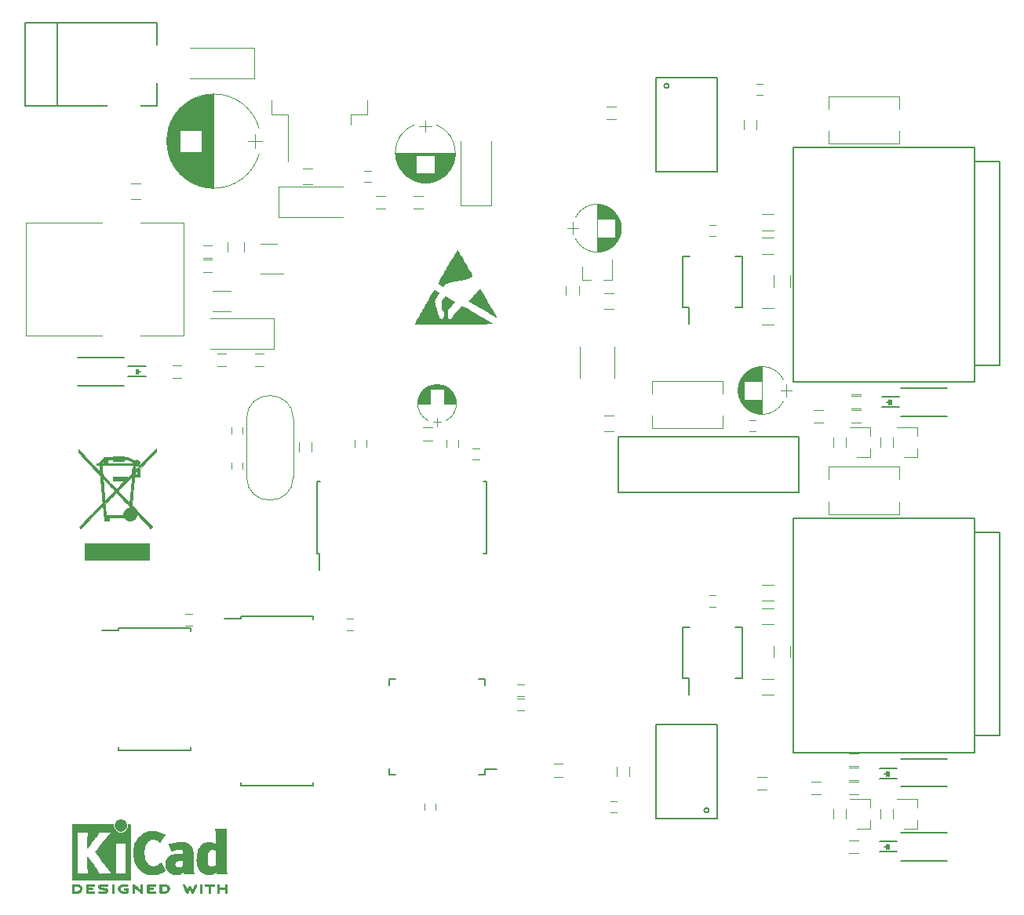
<source format=gto>
G04 #@! TF.GenerationSoftware,KiCad,Pcbnew,(6.0.0-rc1-dev-1425-g4c184f07a)*
G04 #@! TF.CreationDate,2018-12-24T19:16:23+01:00
G04 #@! TF.ProjectId,UsbDmx,55736244-6d78-42e6-9b69-6361645f7063,rev?*
G04 #@! TF.SameCoordinates,Original*
G04 #@! TF.FileFunction,Legend,Top*
G04 #@! TF.FilePolarity,Positive*
%FSLAX46Y46*%
G04 Gerber Fmt 4.6, Leading zero omitted, Abs format (unit mm)*
G04 Created by KiCad (PCBNEW (6.0.0-rc1-dev-1425-g4c184f07a)) date 24.12.2018 19:16:23*
%MOMM*%
%LPD*%
G04 APERTURE LIST*
%ADD10C,0.010000*%
%ADD11C,0.120000*%
%ADD12C,0.150000*%
%ADD13C,0.100000*%
%ADD14C,0.889400*%
%ADD15C,2.477000*%
%ADD16C,1.092600*%
%ADD17C,4.102000*%
%ADD18C,1.622000*%
%ADD19R,0.899560X0.899560*%
%ADD20C,1.702000*%
%ADD21R,1.702000X1.702000*%
%ADD22R,0.652000X1.852000*%
%ADD23R,1.302000X0.852000*%
%ADD24R,0.852000X1.302000*%
%ADD25R,1.602000X1.352000*%
%ADD26C,1.302000*%
%ADD27R,1.302000X1.302000*%
%ADD28C,2.102000*%
%ADD29R,2.102000X2.102000*%
%ADD30R,1.352000X1.602000*%
%ADD31C,1.800000*%
%ADD32C,3.200000*%
%ADD33R,3.602000X1.902000*%
%ADD34R,1.902000X3.602000*%
%ADD35R,2.752000X2.132000*%
%ADD36R,3.602120X3.602120*%
%ADD37R,3.602120X4.102000*%
%ADD38R,3.602000X3.602000*%
%ADD39R,1.002000X0.902000*%
%ADD40R,0.902000X1.002000*%
%ADD41R,1.302000X1.002000*%
%ADD42R,1.902000X1.602000*%
%ADD43R,1.602000X1.902000*%
%ADD44R,1.002000X1.302000*%
%ADD45R,2.052000X0.702000*%
%ADD46R,0.702000X2.102000*%
%ADD47R,2.102000X0.702000*%
%ADD48R,10.902000X9.502000*%
%ADD49R,1.202000X4.702000*%
%ADD50R,0.652000X1.602000*%
%ADD51R,1.602000X0.652000*%
%ADD52R,1.162000X0.752000*%
%ADD53R,2.102000X1.882000*%
%ADD54C,1.602000*%
%ADD55C,2.402000*%
G04 APERTURE END LIST*
D10*
G36*
X65961372Y-126976471D02*
G01*
X58988823Y-126976471D01*
X58988823Y-125258235D01*
X65961372Y-125258235D01*
X65961372Y-126976471D01*
X65961372Y-126976471D01*
G37*
X65961372Y-126976471D02*
X58988823Y-126976471D01*
X58988823Y-125258235D01*
X65961372Y-125258235D01*
X65961372Y-126976471D01*
G36*
X66707205Y-115187248D02*
G01*
X66705978Y-115359706D01*
X65811386Y-116268628D01*
X64916794Y-117177549D01*
X64915490Y-118011765D01*
X64370699Y-118011765D01*
X64356661Y-118117598D01*
X64351345Y-118165837D01*
X64342386Y-118256679D01*
X64330261Y-118384704D01*
X64315450Y-118544494D01*
X64298432Y-118730630D01*
X64279687Y-118937693D01*
X64259694Y-119160265D01*
X64238932Y-119392926D01*
X64217880Y-119630257D01*
X64197017Y-119866840D01*
X64176823Y-120097256D01*
X64157778Y-120316086D01*
X64140359Y-120517911D01*
X64125047Y-120697312D01*
X64112321Y-120848870D01*
X64102659Y-120967168D01*
X64096542Y-121046784D01*
X64094449Y-121082302D01*
X64094450Y-121082471D01*
X64109716Y-121110970D01*
X64155570Y-121169815D01*
X64232635Y-121259691D01*
X64341535Y-121381283D01*
X64482895Y-121535276D01*
X64657338Y-121722355D01*
X64865488Y-121943204D01*
X65107968Y-122198510D01*
X65176125Y-122270000D01*
X66257075Y-123403039D01*
X66169684Y-123490196D01*
X66082294Y-123577353D01*
X65940902Y-123423521D01*
X65889176Y-123367926D01*
X65808376Y-123281953D01*
X65703833Y-123171235D01*
X65580879Y-123041403D01*
X65444843Y-122898089D01*
X65301059Y-122746927D01*
X65215040Y-122656644D01*
X65053549Y-122487509D01*
X64923017Y-122352033D01*
X64820116Y-122247752D01*
X64741517Y-122172203D01*
X64683892Y-122122922D01*
X64643911Y-122097446D01*
X64618248Y-122093311D01*
X64603573Y-122108054D01*
X64596558Y-122139212D01*
X64593875Y-122184320D01*
X64593515Y-122196630D01*
X64574863Y-122281433D01*
X64528906Y-122383934D01*
X64464819Y-122487924D01*
X64391774Y-122577191D01*
X64362546Y-122604766D01*
X64212578Y-122701250D01*
X64037395Y-122755234D01*
X63882512Y-122768039D01*
X63706986Y-122743886D01*
X63544879Y-122673061D01*
X63401404Y-122558017D01*
X63374932Y-122529381D01*
X63278133Y-122419412D01*
X61603529Y-122419412D01*
X61603529Y-122768039D01*
X61155294Y-122768039D01*
X61155294Y-122605168D01*
X61149669Y-122493980D01*
X61130771Y-122416805D01*
X61107803Y-122374825D01*
X61091393Y-122344789D01*
X61077341Y-122301239D01*
X61064716Y-122237720D01*
X61052587Y-122147774D01*
X61040024Y-122024947D01*
X61026094Y-121862782D01*
X61016556Y-121742144D01*
X60972800Y-121176934D01*
X59898626Y-122265085D01*
X59704405Y-122461981D01*
X59517957Y-122651281D01*
X59342690Y-122829506D01*
X59182011Y-122993180D01*
X59039326Y-123138824D01*
X58918042Y-123262962D01*
X58821566Y-123362115D01*
X58753304Y-123432807D01*
X58716702Y-123471520D01*
X58656568Y-123532811D01*
X58606408Y-123575559D01*
X58579429Y-123589804D01*
X58544968Y-123573118D01*
X58494736Y-123531425D01*
X58477709Y-123514447D01*
X58405512Y-123439089D01*
X58803001Y-123035164D01*
X58904408Y-122932266D01*
X59035167Y-122799820D01*
X59189541Y-122643625D01*
X59361796Y-122469478D01*
X59546194Y-122283176D01*
X59736999Y-122090518D01*
X59928477Y-121897301D01*
X60065833Y-121758777D01*
X60274628Y-121547678D01*
X60450038Y-121368960D01*
X60594308Y-121220204D01*
X60709680Y-121098991D01*
X60798399Y-121002903D01*
X60842370Y-120952727D01*
X61195469Y-120952727D01*
X61239677Y-121517981D01*
X61253009Y-121683668D01*
X61265905Y-121835185D01*
X61277636Y-121964611D01*
X61287470Y-122064027D01*
X61294676Y-122125515D01*
X61296995Y-122139265D01*
X61310105Y-122195294D01*
X63190436Y-122195294D01*
X63202988Y-122038925D01*
X63240884Y-121854173D01*
X63320188Y-121690742D01*
X63435899Y-121554585D01*
X63583019Y-121451654D01*
X63748146Y-121389866D01*
X63801716Y-121360883D01*
X63828535Y-121298680D01*
X63829097Y-121295937D01*
X63832315Y-121269677D01*
X63828337Y-121242787D01*
X63813281Y-121210279D01*
X63783264Y-121167166D01*
X63734403Y-121108461D01*
X63662816Y-121029174D01*
X63564620Y-120924319D01*
X63435932Y-120788907D01*
X63427617Y-120780186D01*
X63289200Y-120634837D01*
X63142043Y-120480021D01*
X62996259Y-120326397D01*
X62861958Y-120184623D01*
X62749253Y-120065355D01*
X62724118Y-120038692D01*
X62627762Y-119938153D01*
X62542166Y-119852115D01*
X62473473Y-119786496D01*
X62427828Y-119747214D01*
X62412503Y-119738580D01*
X62389648Y-119756650D01*
X62336201Y-119806219D01*
X62256370Y-119883162D01*
X62154364Y-119983351D01*
X62034392Y-120102660D01*
X61900663Y-120236962D01*
X61791364Y-120347589D01*
X61195469Y-120952727D01*
X60842370Y-120952727D01*
X60862708Y-120929519D01*
X60904852Y-120876420D01*
X60927073Y-120841189D01*
X60932017Y-120824873D01*
X60930144Y-120789266D01*
X60924454Y-120708669D01*
X60915315Y-120587720D01*
X60903096Y-120431058D01*
X60888164Y-120243320D01*
X60870887Y-120029146D01*
X60851635Y-119793172D01*
X60830775Y-119540036D01*
X60813963Y-119337729D01*
X60718843Y-118197099D01*
X60963602Y-118197099D01*
X60964656Y-118221714D01*
X60969614Y-118291041D01*
X60978078Y-118400171D01*
X60989648Y-118544200D01*
X61003928Y-118718219D01*
X61020517Y-118917322D01*
X61039019Y-119136604D01*
X61056775Y-119344797D01*
X61076887Y-119581016D01*
X61095621Y-119804000D01*
X61112546Y-120008428D01*
X61127235Y-120188975D01*
X61139257Y-120340320D01*
X61148183Y-120457139D01*
X61153585Y-120534111D01*
X61155084Y-120564004D01*
X61157423Y-120582608D01*
X61166689Y-120589991D01*
X61186454Y-120583070D01*
X61220290Y-120558767D01*
X61271769Y-120513999D01*
X61344462Y-120445688D01*
X61441942Y-120350751D01*
X61567779Y-120226110D01*
X61701297Y-120092917D01*
X62247301Y-119547337D01*
X62243474Y-119543235D01*
X62604387Y-119543235D01*
X62620836Y-119565761D01*
X62666883Y-119618801D01*
X62737914Y-119697481D01*
X62829314Y-119796926D01*
X62936468Y-119912261D01*
X63054760Y-120038612D01*
X63179576Y-120171104D01*
X63306300Y-120304863D01*
X63430318Y-120435013D01*
X63547013Y-120556680D01*
X63651772Y-120664990D01*
X63739979Y-120755068D01*
X63807019Y-120822038D01*
X63848276Y-120861027D01*
X63859527Y-120868970D01*
X63863236Y-120843332D01*
X63870935Y-120772519D01*
X63882202Y-120660964D01*
X63896611Y-120513100D01*
X63913741Y-120333359D01*
X63933167Y-120126175D01*
X63954467Y-119895981D01*
X63977217Y-119647210D01*
X63995381Y-119446615D01*
X64018616Y-119186512D01*
X64040083Y-118941484D01*
X64059421Y-118715976D01*
X64076268Y-118514432D01*
X64090265Y-118341297D01*
X64101050Y-118201018D01*
X64108261Y-118098037D01*
X64111539Y-118036801D01*
X64111164Y-118020902D01*
X64091574Y-118035064D01*
X64041689Y-118080587D01*
X63965868Y-118153064D01*
X63868472Y-118248090D01*
X63753864Y-118361258D01*
X63626403Y-118488162D01*
X63490452Y-118624396D01*
X63350371Y-118765554D01*
X63210522Y-118907230D01*
X63075265Y-119045016D01*
X62948962Y-119174508D01*
X62835974Y-119291300D01*
X62740662Y-119390984D01*
X62667388Y-119469154D01*
X62620511Y-119521406D01*
X62604387Y-119543235D01*
X62243474Y-119543235D01*
X62043699Y-119329132D01*
X61940008Y-119218393D01*
X61823628Y-119094759D01*
X61699160Y-118963054D01*
X61571206Y-118828100D01*
X61444367Y-118694720D01*
X61323245Y-118567737D01*
X61212442Y-118451972D01*
X61116558Y-118352250D01*
X61040194Y-118273392D01*
X60987954Y-118220222D01*
X60964437Y-118197562D01*
X60963602Y-118197099D01*
X60718843Y-118197099D01*
X60695069Y-117912026D01*
X58316471Y-115410520D01*
X58318221Y-115060882D01*
X58510336Y-115266103D01*
X58617855Y-115380564D01*
X58744796Y-115515041D01*
X58887734Y-115665956D01*
X59043243Y-115829729D01*
X59207897Y-116002782D01*
X59378271Y-116181537D01*
X59550939Y-116362415D01*
X59722475Y-116541838D01*
X59889454Y-116716226D01*
X60048450Y-116882002D01*
X60196037Y-117035586D01*
X60328789Y-117173400D01*
X60443282Y-117291866D01*
X60536088Y-117387404D01*
X60603783Y-117456437D01*
X60642940Y-117495385D01*
X60651522Y-117502857D01*
X60652112Y-117476866D01*
X60648866Y-117410319D01*
X60642347Y-117312272D01*
X60633120Y-117191779D01*
X60629159Y-117143645D01*
X60599661Y-116791569D01*
X60830620Y-116791569D01*
X60842544Y-116847598D01*
X60848625Y-116891909D01*
X60857170Y-116975283D01*
X60867191Y-117087097D01*
X60877701Y-117216728D01*
X60881338Y-117264706D01*
X60892066Y-117402460D01*
X60902894Y-117530387D01*
X60912739Y-117636399D01*
X60920518Y-117708409D01*
X60922272Y-117721477D01*
X60928889Y-117748307D01*
X60943212Y-117779712D01*
X60968287Y-117819214D01*
X61007159Y-117870332D01*
X61062874Y-117936589D01*
X61138477Y-118021503D01*
X61237013Y-118128595D01*
X61361529Y-118261386D01*
X61515070Y-118423397D01*
X61671700Y-118587783D01*
X61827530Y-118750461D01*
X61972994Y-118901118D01*
X62104469Y-119036093D01*
X62218335Y-119151722D01*
X62310970Y-119244343D01*
X62378754Y-119310294D01*
X62418065Y-119345910D01*
X62426448Y-119351208D01*
X62448504Y-119331996D01*
X62500058Y-119281893D01*
X62576106Y-119205926D01*
X62671645Y-119109121D01*
X62781672Y-118996504D01*
X62861240Y-118914461D01*
X63276650Y-118484902D01*
X62051765Y-118484902D01*
X62051765Y-118011765D01*
X63545882Y-118011765D01*
X63545882Y-118222582D01*
X63819804Y-117949510D01*
X64014116Y-117755800D01*
X64392549Y-117755800D01*
X64396169Y-117786358D01*
X64414491Y-117803383D01*
X64458707Y-117810801D01*
X64540012Y-117812536D01*
X64554412Y-117812549D01*
X64716274Y-117812549D01*
X64716274Y-117378204D01*
X64554412Y-117538628D01*
X64463105Y-117636161D01*
X64408493Y-117710883D01*
X64392549Y-117755800D01*
X64014116Y-117755800D01*
X64093725Y-117676438D01*
X64093725Y-117433219D01*
X64094488Y-117321323D01*
X64097979Y-117250137D01*
X64106000Y-117210579D01*
X64120356Y-117193562D01*
X64142004Y-117190000D01*
X64166080Y-117184771D01*
X64183875Y-117163805D01*
X64197541Y-117119186D01*
X64209228Y-117042997D01*
X64221089Y-116927320D01*
X64224896Y-116884951D01*
X64233137Y-116791569D01*
X60830620Y-116791569D01*
X60599661Y-116791569D01*
X60283725Y-116791569D01*
X60283725Y-116567451D01*
X60417987Y-116567451D01*
X60496514Y-116565300D01*
X60539183Y-116554919D01*
X60544403Y-116548740D01*
X60819407Y-116548740D01*
X60833880Y-116562855D01*
X60884014Y-116567212D01*
X60917849Y-116567451D01*
X61030784Y-116567451D01*
X61451936Y-116567451D01*
X64253245Y-116567451D01*
X64158496Y-116470419D01*
X64011336Y-116350681D01*
X63829207Y-116258330D01*
X63609023Y-116192100D01*
X63390245Y-116155470D01*
X63247059Y-116138379D01*
X63247059Y-116318431D01*
X62101569Y-116318431D01*
X62101569Y-116114161D01*
X61933480Y-116131197D01*
X61816037Y-116145574D01*
X61690909Y-116164633D01*
X61615980Y-116178245D01*
X61466569Y-116208257D01*
X61459252Y-116387854D01*
X61451936Y-116567451D01*
X61030784Y-116567451D01*
X61030784Y-116467843D01*
X61027492Y-116405443D01*
X61019267Y-116370760D01*
X61015952Y-116368235D01*
X60979086Y-116384208D01*
X60925226Y-116422957D01*
X60871231Y-116470732D01*
X60833962Y-116513781D01*
X60830642Y-116519379D01*
X60819407Y-116548740D01*
X60544403Y-116548740D01*
X60559885Y-116530416D01*
X60568242Y-116503724D01*
X60602352Y-116434456D01*
X60667864Y-116351185D01*
X60753507Y-116265587D01*
X60848009Y-116189339D01*
X60910083Y-116149625D01*
X60980795Y-116106155D01*
X61017044Y-116069638D01*
X61029780Y-116026578D01*
X61030759Y-116000931D01*
X61030760Y-115994706D01*
X62300784Y-115994706D01*
X62300784Y-116119216D01*
X63047843Y-116119216D01*
X63047843Y-115994706D01*
X62300784Y-115994706D01*
X61030760Y-115994706D01*
X61030784Y-115920000D01*
X61240376Y-115920000D01*
X61336807Y-115922331D01*
X61411963Y-115928543D01*
X61453743Y-115937465D01*
X61458268Y-115941078D01*
X61484770Y-115946624D01*
X61549267Y-115944352D01*
X61640677Y-115934935D01*
X61703137Y-115926240D01*
X61816392Y-115909159D01*
X61919970Y-115893739D01*
X61997808Y-115882363D01*
X62020637Y-115879132D01*
X62080282Y-115860660D01*
X62101569Y-115831715D01*
X62108041Y-115819926D01*
X62131192Y-115810933D01*
X62176626Y-115804381D01*
X62249945Y-115799915D01*
X62356754Y-115797181D01*
X62502654Y-115795826D01*
X62674314Y-115795490D01*
X62857519Y-115795681D01*
X62996892Y-115796579D01*
X63098404Y-115798677D01*
X63168026Y-115802467D01*
X63211731Y-115808439D01*
X63235488Y-115817085D01*
X63245269Y-115828897D01*
X63247059Y-115842630D01*
X63262295Y-115886221D01*
X63312201Y-115911027D01*
X63403076Y-115919874D01*
X63419426Y-115920000D01*
X63573320Y-115935876D01*
X63748109Y-115979579D01*
X63928032Y-116045224D01*
X64097324Y-116126927D01*
X64240223Y-116218801D01*
X64258731Y-116233358D01*
X64319056Y-116280720D01*
X64354780Y-116299690D01*
X64379728Y-116293557D01*
X64405336Y-116268256D01*
X64480972Y-116218695D01*
X64579409Y-116199669D01*
X64685412Y-116209564D01*
X64783746Y-116246763D01*
X64859176Y-116309651D01*
X64864639Y-116316961D01*
X64921081Y-116434354D01*
X64931582Y-116555869D01*
X64897301Y-116671707D01*
X64819396Y-116772068D01*
X64809870Y-116780355D01*
X64754558Y-116819722D01*
X64698438Y-116837058D01*
X64619541Y-116838310D01*
X64599832Y-116837200D01*
X64522638Y-116834367D01*
X64482876Y-116840857D01*
X64468481Y-116860441D01*
X64467004Y-116878726D01*
X64463987Y-116931768D01*
X64456500Y-117011539D01*
X64451119Y-117059265D01*
X64443314Y-117135069D01*
X64446560Y-117173874D01*
X64465383Y-117188058D01*
X64498911Y-117190000D01*
X64518796Y-117183587D01*
X64550874Y-117162831D01*
X64597522Y-117125456D01*
X64661118Y-117069189D01*
X64744038Y-116991755D01*
X64848660Y-116890878D01*
X64977361Y-116764283D01*
X65132518Y-116609696D01*
X65316508Y-116424842D01*
X65531709Y-116207446D01*
X65635419Y-116102395D01*
X66708431Y-115014791D01*
X66707205Y-115187248D01*
X66707205Y-115187248D01*
G37*
X66707205Y-115187248D02*
X66705978Y-115359706D01*
X65811386Y-116268628D01*
X64916794Y-117177549D01*
X64915490Y-118011765D01*
X64370699Y-118011765D01*
X64356661Y-118117598D01*
X64351345Y-118165837D01*
X64342386Y-118256679D01*
X64330261Y-118384704D01*
X64315450Y-118544494D01*
X64298432Y-118730630D01*
X64279687Y-118937693D01*
X64259694Y-119160265D01*
X64238932Y-119392926D01*
X64217880Y-119630257D01*
X64197017Y-119866840D01*
X64176823Y-120097256D01*
X64157778Y-120316086D01*
X64140359Y-120517911D01*
X64125047Y-120697312D01*
X64112321Y-120848870D01*
X64102659Y-120967168D01*
X64096542Y-121046784D01*
X64094449Y-121082302D01*
X64094450Y-121082471D01*
X64109716Y-121110970D01*
X64155570Y-121169815D01*
X64232635Y-121259691D01*
X64341535Y-121381283D01*
X64482895Y-121535276D01*
X64657338Y-121722355D01*
X64865488Y-121943204D01*
X65107968Y-122198510D01*
X65176125Y-122270000D01*
X66257075Y-123403039D01*
X66169684Y-123490196D01*
X66082294Y-123577353D01*
X65940902Y-123423521D01*
X65889176Y-123367926D01*
X65808376Y-123281953D01*
X65703833Y-123171235D01*
X65580879Y-123041403D01*
X65444843Y-122898089D01*
X65301059Y-122746927D01*
X65215040Y-122656644D01*
X65053549Y-122487509D01*
X64923017Y-122352033D01*
X64820116Y-122247752D01*
X64741517Y-122172203D01*
X64683892Y-122122922D01*
X64643911Y-122097446D01*
X64618248Y-122093311D01*
X64603573Y-122108054D01*
X64596558Y-122139212D01*
X64593875Y-122184320D01*
X64593515Y-122196630D01*
X64574863Y-122281433D01*
X64528906Y-122383934D01*
X64464819Y-122487924D01*
X64391774Y-122577191D01*
X64362546Y-122604766D01*
X64212578Y-122701250D01*
X64037395Y-122755234D01*
X63882512Y-122768039D01*
X63706986Y-122743886D01*
X63544879Y-122673061D01*
X63401404Y-122558017D01*
X63374932Y-122529381D01*
X63278133Y-122419412D01*
X61603529Y-122419412D01*
X61603529Y-122768039D01*
X61155294Y-122768039D01*
X61155294Y-122605168D01*
X61149669Y-122493980D01*
X61130771Y-122416805D01*
X61107803Y-122374825D01*
X61091393Y-122344789D01*
X61077341Y-122301239D01*
X61064716Y-122237720D01*
X61052587Y-122147774D01*
X61040024Y-122024947D01*
X61026094Y-121862782D01*
X61016556Y-121742144D01*
X60972800Y-121176934D01*
X59898626Y-122265085D01*
X59704405Y-122461981D01*
X59517957Y-122651281D01*
X59342690Y-122829506D01*
X59182011Y-122993180D01*
X59039326Y-123138824D01*
X58918042Y-123262962D01*
X58821566Y-123362115D01*
X58753304Y-123432807D01*
X58716702Y-123471520D01*
X58656568Y-123532811D01*
X58606408Y-123575559D01*
X58579429Y-123589804D01*
X58544968Y-123573118D01*
X58494736Y-123531425D01*
X58477709Y-123514447D01*
X58405512Y-123439089D01*
X58803001Y-123035164D01*
X58904408Y-122932266D01*
X59035167Y-122799820D01*
X59189541Y-122643625D01*
X59361796Y-122469478D01*
X59546194Y-122283176D01*
X59736999Y-122090518D01*
X59928477Y-121897301D01*
X60065833Y-121758777D01*
X60274628Y-121547678D01*
X60450038Y-121368960D01*
X60594308Y-121220204D01*
X60709680Y-121098991D01*
X60798399Y-121002903D01*
X60842370Y-120952727D01*
X61195469Y-120952727D01*
X61239677Y-121517981D01*
X61253009Y-121683668D01*
X61265905Y-121835185D01*
X61277636Y-121964611D01*
X61287470Y-122064027D01*
X61294676Y-122125515D01*
X61296995Y-122139265D01*
X61310105Y-122195294D01*
X63190436Y-122195294D01*
X63202988Y-122038925D01*
X63240884Y-121854173D01*
X63320188Y-121690742D01*
X63435899Y-121554585D01*
X63583019Y-121451654D01*
X63748146Y-121389866D01*
X63801716Y-121360883D01*
X63828535Y-121298680D01*
X63829097Y-121295937D01*
X63832315Y-121269677D01*
X63828337Y-121242787D01*
X63813281Y-121210279D01*
X63783264Y-121167166D01*
X63734403Y-121108461D01*
X63662816Y-121029174D01*
X63564620Y-120924319D01*
X63435932Y-120788907D01*
X63427617Y-120780186D01*
X63289200Y-120634837D01*
X63142043Y-120480021D01*
X62996259Y-120326397D01*
X62861958Y-120184623D01*
X62749253Y-120065355D01*
X62724118Y-120038692D01*
X62627762Y-119938153D01*
X62542166Y-119852115D01*
X62473473Y-119786496D01*
X62427828Y-119747214D01*
X62412503Y-119738580D01*
X62389648Y-119756650D01*
X62336201Y-119806219D01*
X62256370Y-119883162D01*
X62154364Y-119983351D01*
X62034392Y-120102660D01*
X61900663Y-120236962D01*
X61791364Y-120347589D01*
X61195469Y-120952727D01*
X60842370Y-120952727D01*
X60862708Y-120929519D01*
X60904852Y-120876420D01*
X60927073Y-120841189D01*
X60932017Y-120824873D01*
X60930144Y-120789266D01*
X60924454Y-120708669D01*
X60915315Y-120587720D01*
X60903096Y-120431058D01*
X60888164Y-120243320D01*
X60870887Y-120029146D01*
X60851635Y-119793172D01*
X60830775Y-119540036D01*
X60813963Y-119337729D01*
X60718843Y-118197099D01*
X60963602Y-118197099D01*
X60964656Y-118221714D01*
X60969614Y-118291041D01*
X60978078Y-118400171D01*
X60989648Y-118544200D01*
X61003928Y-118718219D01*
X61020517Y-118917322D01*
X61039019Y-119136604D01*
X61056775Y-119344797D01*
X61076887Y-119581016D01*
X61095621Y-119804000D01*
X61112546Y-120008428D01*
X61127235Y-120188975D01*
X61139257Y-120340320D01*
X61148183Y-120457139D01*
X61153585Y-120534111D01*
X61155084Y-120564004D01*
X61157423Y-120582608D01*
X61166689Y-120589991D01*
X61186454Y-120583070D01*
X61220290Y-120558767D01*
X61271769Y-120513999D01*
X61344462Y-120445688D01*
X61441942Y-120350751D01*
X61567779Y-120226110D01*
X61701297Y-120092917D01*
X62247301Y-119547337D01*
X62243474Y-119543235D01*
X62604387Y-119543235D01*
X62620836Y-119565761D01*
X62666883Y-119618801D01*
X62737914Y-119697481D01*
X62829314Y-119796926D01*
X62936468Y-119912261D01*
X63054760Y-120038612D01*
X63179576Y-120171104D01*
X63306300Y-120304863D01*
X63430318Y-120435013D01*
X63547013Y-120556680D01*
X63651772Y-120664990D01*
X63739979Y-120755068D01*
X63807019Y-120822038D01*
X63848276Y-120861027D01*
X63859527Y-120868970D01*
X63863236Y-120843332D01*
X63870935Y-120772519D01*
X63882202Y-120660964D01*
X63896611Y-120513100D01*
X63913741Y-120333359D01*
X63933167Y-120126175D01*
X63954467Y-119895981D01*
X63977217Y-119647210D01*
X63995381Y-119446615D01*
X64018616Y-119186512D01*
X64040083Y-118941484D01*
X64059421Y-118715976D01*
X64076268Y-118514432D01*
X64090265Y-118341297D01*
X64101050Y-118201018D01*
X64108261Y-118098037D01*
X64111539Y-118036801D01*
X64111164Y-118020902D01*
X64091574Y-118035064D01*
X64041689Y-118080587D01*
X63965868Y-118153064D01*
X63868472Y-118248090D01*
X63753864Y-118361258D01*
X63626403Y-118488162D01*
X63490452Y-118624396D01*
X63350371Y-118765554D01*
X63210522Y-118907230D01*
X63075265Y-119045016D01*
X62948962Y-119174508D01*
X62835974Y-119291300D01*
X62740662Y-119390984D01*
X62667388Y-119469154D01*
X62620511Y-119521406D01*
X62604387Y-119543235D01*
X62243474Y-119543235D01*
X62043699Y-119329132D01*
X61940008Y-119218393D01*
X61823628Y-119094759D01*
X61699160Y-118963054D01*
X61571206Y-118828100D01*
X61444367Y-118694720D01*
X61323245Y-118567737D01*
X61212442Y-118451972D01*
X61116558Y-118352250D01*
X61040194Y-118273392D01*
X60987954Y-118220222D01*
X60964437Y-118197562D01*
X60963602Y-118197099D01*
X60718843Y-118197099D01*
X60695069Y-117912026D01*
X58316471Y-115410520D01*
X58318221Y-115060882D01*
X58510336Y-115266103D01*
X58617855Y-115380564D01*
X58744796Y-115515041D01*
X58887734Y-115665956D01*
X59043243Y-115829729D01*
X59207897Y-116002782D01*
X59378271Y-116181537D01*
X59550939Y-116362415D01*
X59722475Y-116541838D01*
X59889454Y-116716226D01*
X60048450Y-116882002D01*
X60196037Y-117035586D01*
X60328789Y-117173400D01*
X60443282Y-117291866D01*
X60536088Y-117387404D01*
X60603783Y-117456437D01*
X60642940Y-117495385D01*
X60651522Y-117502857D01*
X60652112Y-117476866D01*
X60648866Y-117410319D01*
X60642347Y-117312272D01*
X60633120Y-117191779D01*
X60629159Y-117143645D01*
X60599661Y-116791569D01*
X60830620Y-116791569D01*
X60842544Y-116847598D01*
X60848625Y-116891909D01*
X60857170Y-116975283D01*
X60867191Y-117087097D01*
X60877701Y-117216728D01*
X60881338Y-117264706D01*
X60892066Y-117402460D01*
X60902894Y-117530387D01*
X60912739Y-117636399D01*
X60920518Y-117708409D01*
X60922272Y-117721477D01*
X60928889Y-117748307D01*
X60943212Y-117779712D01*
X60968287Y-117819214D01*
X61007159Y-117870332D01*
X61062874Y-117936589D01*
X61138477Y-118021503D01*
X61237013Y-118128595D01*
X61361529Y-118261386D01*
X61515070Y-118423397D01*
X61671700Y-118587783D01*
X61827530Y-118750461D01*
X61972994Y-118901118D01*
X62104469Y-119036093D01*
X62218335Y-119151722D01*
X62310970Y-119244343D01*
X62378754Y-119310294D01*
X62418065Y-119345910D01*
X62426448Y-119351208D01*
X62448504Y-119331996D01*
X62500058Y-119281893D01*
X62576106Y-119205926D01*
X62671645Y-119109121D01*
X62781672Y-118996504D01*
X62861240Y-118914461D01*
X63276650Y-118484902D01*
X62051765Y-118484902D01*
X62051765Y-118011765D01*
X63545882Y-118011765D01*
X63545882Y-118222582D01*
X63819804Y-117949510D01*
X64014116Y-117755800D01*
X64392549Y-117755800D01*
X64396169Y-117786358D01*
X64414491Y-117803383D01*
X64458707Y-117810801D01*
X64540012Y-117812536D01*
X64554412Y-117812549D01*
X64716274Y-117812549D01*
X64716274Y-117378204D01*
X64554412Y-117538628D01*
X64463105Y-117636161D01*
X64408493Y-117710883D01*
X64392549Y-117755800D01*
X64014116Y-117755800D01*
X64093725Y-117676438D01*
X64093725Y-117433219D01*
X64094488Y-117321323D01*
X64097979Y-117250137D01*
X64106000Y-117210579D01*
X64120356Y-117193562D01*
X64142004Y-117190000D01*
X64166080Y-117184771D01*
X64183875Y-117163805D01*
X64197541Y-117119186D01*
X64209228Y-117042997D01*
X64221089Y-116927320D01*
X64224896Y-116884951D01*
X64233137Y-116791569D01*
X60830620Y-116791569D01*
X60599661Y-116791569D01*
X60283725Y-116791569D01*
X60283725Y-116567451D01*
X60417987Y-116567451D01*
X60496514Y-116565300D01*
X60539183Y-116554919D01*
X60544403Y-116548740D01*
X60819407Y-116548740D01*
X60833880Y-116562855D01*
X60884014Y-116567212D01*
X60917849Y-116567451D01*
X61030784Y-116567451D01*
X61451936Y-116567451D01*
X64253245Y-116567451D01*
X64158496Y-116470419D01*
X64011336Y-116350681D01*
X63829207Y-116258330D01*
X63609023Y-116192100D01*
X63390245Y-116155470D01*
X63247059Y-116138379D01*
X63247059Y-116318431D01*
X62101569Y-116318431D01*
X62101569Y-116114161D01*
X61933480Y-116131197D01*
X61816037Y-116145574D01*
X61690909Y-116164633D01*
X61615980Y-116178245D01*
X61466569Y-116208257D01*
X61459252Y-116387854D01*
X61451936Y-116567451D01*
X61030784Y-116567451D01*
X61030784Y-116467843D01*
X61027492Y-116405443D01*
X61019267Y-116370760D01*
X61015952Y-116368235D01*
X60979086Y-116384208D01*
X60925226Y-116422957D01*
X60871231Y-116470732D01*
X60833962Y-116513781D01*
X60830642Y-116519379D01*
X60819407Y-116548740D01*
X60544403Y-116548740D01*
X60559885Y-116530416D01*
X60568242Y-116503724D01*
X60602352Y-116434456D01*
X60667864Y-116351185D01*
X60753507Y-116265587D01*
X60848009Y-116189339D01*
X60910083Y-116149625D01*
X60980795Y-116106155D01*
X61017044Y-116069638D01*
X61029780Y-116026578D01*
X61030759Y-116000931D01*
X61030760Y-115994706D01*
X62300784Y-115994706D01*
X62300784Y-116119216D01*
X63047843Y-116119216D01*
X63047843Y-115994706D01*
X62300784Y-115994706D01*
X61030760Y-115994706D01*
X61030784Y-115920000D01*
X61240376Y-115920000D01*
X61336807Y-115922331D01*
X61411963Y-115928543D01*
X61453743Y-115937465D01*
X61458268Y-115941078D01*
X61484770Y-115946624D01*
X61549267Y-115944352D01*
X61640677Y-115934935D01*
X61703137Y-115926240D01*
X61816392Y-115909159D01*
X61919970Y-115893739D01*
X61997808Y-115882363D01*
X62020637Y-115879132D01*
X62080282Y-115860660D01*
X62101569Y-115831715D01*
X62108041Y-115819926D01*
X62131192Y-115810933D01*
X62176626Y-115804381D01*
X62249945Y-115799915D01*
X62356754Y-115797181D01*
X62502654Y-115795826D01*
X62674314Y-115795490D01*
X62857519Y-115795681D01*
X62996892Y-115796579D01*
X63098404Y-115798677D01*
X63168026Y-115802467D01*
X63211731Y-115808439D01*
X63235488Y-115817085D01*
X63245269Y-115828897D01*
X63247059Y-115842630D01*
X63262295Y-115886221D01*
X63312201Y-115911027D01*
X63403076Y-115919874D01*
X63419426Y-115920000D01*
X63573320Y-115935876D01*
X63748109Y-115979579D01*
X63928032Y-116045224D01*
X64097324Y-116126927D01*
X64240223Y-116218801D01*
X64258731Y-116233358D01*
X64319056Y-116280720D01*
X64354780Y-116299690D01*
X64379728Y-116293557D01*
X64405336Y-116268256D01*
X64480972Y-116218695D01*
X64579409Y-116199669D01*
X64685412Y-116209564D01*
X64783746Y-116246763D01*
X64859176Y-116309651D01*
X64864639Y-116316961D01*
X64921081Y-116434354D01*
X64931582Y-116555869D01*
X64897301Y-116671707D01*
X64819396Y-116772068D01*
X64809870Y-116780355D01*
X64754558Y-116819722D01*
X64698438Y-116837058D01*
X64619541Y-116838310D01*
X64599832Y-116837200D01*
X64522638Y-116834367D01*
X64482876Y-116840857D01*
X64468481Y-116860441D01*
X64467004Y-116878726D01*
X64463987Y-116931768D01*
X64456500Y-117011539D01*
X64451119Y-117059265D01*
X64443314Y-117135069D01*
X64446560Y-117173874D01*
X64465383Y-117188058D01*
X64498911Y-117190000D01*
X64518796Y-117183587D01*
X64550874Y-117162831D01*
X64597522Y-117125456D01*
X64661118Y-117069189D01*
X64744038Y-116991755D01*
X64848660Y-116890878D01*
X64977361Y-116764283D01*
X65132518Y-116609696D01*
X65316508Y-116424842D01*
X65531709Y-116207446D01*
X65635419Y-116102395D01*
X66708431Y-115014791D01*
X66707205Y-115187248D01*
G36*
X96740749Y-97892036D02*
G01*
X96784544Y-97908972D01*
X96851293Y-97942601D01*
X96947137Y-97995334D01*
X96954599Y-97999525D01*
X97042871Y-98050001D01*
X97117363Y-98094223D01*
X97170760Y-98127731D01*
X97195746Y-98146064D01*
X97196445Y-98146962D01*
X97190409Y-98172414D01*
X97162723Y-98229255D01*
X97115188Y-98314389D01*
X97049611Y-98424717D01*
X96967797Y-98557144D01*
X96871548Y-98708571D01*
X96847594Y-98745707D01*
X96785183Y-98848757D01*
X96739737Y-98937432D01*
X96715246Y-99003714D01*
X96712733Y-99016807D01*
X96713848Y-99074443D01*
X96726343Y-99165865D01*
X96748660Y-99285208D01*
X96779240Y-99426609D01*
X96816528Y-99584203D01*
X96858965Y-99752126D01*
X96904994Y-99924514D01*
X96953057Y-100095501D01*
X97001597Y-100259224D01*
X97049057Y-100409818D01*
X97093878Y-100541420D01*
X97134503Y-100648163D01*
X97162823Y-100711494D01*
X97196183Y-100778957D01*
X97227682Y-100843511D01*
X97229387Y-100847045D01*
X97281498Y-100912250D01*
X97357554Y-100956156D01*
X97446092Y-100977197D01*
X97535648Y-100973807D01*
X97614758Y-100944423D01*
X97659264Y-100905736D01*
X97723356Y-100799636D01*
X97770322Y-100667405D01*
X97796090Y-100522527D01*
X97799741Y-100440394D01*
X97785039Y-100287105D01*
X97741890Y-100160166D01*
X97667972Y-100053418D01*
X97644921Y-100029657D01*
X97576325Y-99963009D01*
X97571614Y-99491916D01*
X97566903Y-99020822D01*
X97686946Y-98839106D01*
X97743277Y-98756856D01*
X97797528Y-98682865D01*
X97841959Y-98627448D01*
X97861056Y-98607056D01*
X97915124Y-98556723D01*
X97988350Y-98596158D01*
X98034633Y-98624415D01*
X98059957Y-98646354D01*
X98061576Y-98650299D01*
X98078884Y-98667023D01*
X98108497Y-98679476D01*
X98137114Y-98690700D01*
X98180934Y-98712024D01*
X98243718Y-98745529D01*
X98329228Y-98793296D01*
X98441226Y-98857407D01*
X98583473Y-98939944D01*
X98660773Y-98985065D01*
X98751702Y-99039111D01*
X98811339Y-99077604D01*
X98844961Y-99105044D01*
X98857844Y-99125934D01*
X98855265Y-99144775D01*
X98853115Y-99149152D01*
X98832197Y-99176714D01*
X98787440Y-99228416D01*
X98724057Y-99298475D01*
X98647262Y-99381107D01*
X98580844Y-99451156D01*
X98427790Y-99617414D01*
X98308056Y-99761519D01*
X98220573Y-99884921D01*
X98164274Y-99989068D01*
X98145284Y-100041954D01*
X98137440Y-100088250D01*
X98129338Y-100167221D01*
X98121691Y-100269846D01*
X98115212Y-100387103D01*
X98112163Y-100461248D01*
X98107908Y-100589427D01*
X98106036Y-100683138D01*
X98107099Y-100749583D01*
X98111646Y-100795961D01*
X98120227Y-100829474D01*
X98133394Y-100857321D01*
X98143735Y-100874324D01*
X98203456Y-100939862D01*
X98280411Y-100985532D01*
X98361380Y-101005450D01*
X98422058Y-100998244D01*
X98476999Y-100967066D01*
X98545867Y-100911230D01*
X98619005Y-100840474D01*
X98686752Y-100764537D01*
X98739450Y-100693159D01*
X98758853Y-100658668D01*
X98787919Y-100611441D01*
X98840783Y-100539506D01*
X98912616Y-100448485D01*
X98998588Y-100344000D01*
X99093868Y-100231675D01*
X99193627Y-100117130D01*
X99293034Y-100005990D01*
X99387259Y-99903875D01*
X99471473Y-99816408D01*
X99537591Y-99752198D01*
X99610999Y-99688057D01*
X99672753Y-99640763D01*
X99716066Y-99615235D01*
X99730445Y-99612429D01*
X99752479Y-99623752D01*
X99807438Y-99654144D01*
X99892152Y-99701780D01*
X100003448Y-99764835D01*
X100138156Y-99841485D01*
X100293103Y-99929905D01*
X100465119Y-100028270D01*
X100651032Y-100134756D01*
X100847670Y-100247537D01*
X101051863Y-100364789D01*
X101260439Y-100484687D01*
X101470225Y-100605407D01*
X101678052Y-100725123D01*
X101880747Y-100842011D01*
X102075140Y-100954246D01*
X102258058Y-101060004D01*
X102426330Y-101157460D01*
X102576785Y-101244788D01*
X102706251Y-101320165D01*
X102811557Y-101381765D01*
X102889532Y-101427764D01*
X102937004Y-101456337D01*
X102950763Y-101465304D01*
X102932231Y-101467076D01*
X102873933Y-101468799D01*
X102777809Y-101470464D01*
X102645799Y-101472063D01*
X102479846Y-101473587D01*
X102281889Y-101475029D01*
X102053870Y-101476380D01*
X101797729Y-101477632D01*
X101515408Y-101478776D01*
X101208847Y-101479804D01*
X100879987Y-101480708D01*
X100530769Y-101481479D01*
X100163135Y-101482109D01*
X99779024Y-101482590D01*
X99380377Y-101482914D01*
X98969137Y-101483072D01*
X98796580Y-101483087D01*
X94622586Y-101483087D01*
X94920268Y-100966954D01*
X94983286Y-100857665D01*
X95064406Y-100716940D01*
X95160916Y-100549486D01*
X95270103Y-100360012D01*
X95389255Y-100153223D01*
X95515660Y-99933828D01*
X95646605Y-99706533D01*
X95779379Y-99476046D01*
X95911269Y-99247073D01*
X95944624Y-99189163D01*
X96066247Y-98978232D01*
X96182228Y-98777535D01*
X96290825Y-98590059D01*
X96390294Y-98418792D01*
X96478892Y-98266723D01*
X96554878Y-98136838D01*
X96616507Y-98032125D01*
X96662037Y-97955573D01*
X96689725Y-97910169D01*
X96697472Y-97898609D01*
X96713772Y-97889385D01*
X96740749Y-97892036D01*
X96740749Y-97892036D01*
G37*
X96740749Y-97892036D02*
X96784544Y-97908972D01*
X96851293Y-97942601D01*
X96947137Y-97995334D01*
X96954599Y-97999525D01*
X97042871Y-98050001D01*
X97117363Y-98094223D01*
X97170760Y-98127731D01*
X97195746Y-98146064D01*
X97196445Y-98146962D01*
X97190409Y-98172414D01*
X97162723Y-98229255D01*
X97115188Y-98314389D01*
X97049611Y-98424717D01*
X96967797Y-98557144D01*
X96871548Y-98708571D01*
X96847594Y-98745707D01*
X96785183Y-98848757D01*
X96739737Y-98937432D01*
X96715246Y-99003714D01*
X96712733Y-99016807D01*
X96713848Y-99074443D01*
X96726343Y-99165865D01*
X96748660Y-99285208D01*
X96779240Y-99426609D01*
X96816528Y-99584203D01*
X96858965Y-99752126D01*
X96904994Y-99924514D01*
X96953057Y-100095501D01*
X97001597Y-100259224D01*
X97049057Y-100409818D01*
X97093878Y-100541420D01*
X97134503Y-100648163D01*
X97162823Y-100711494D01*
X97196183Y-100778957D01*
X97227682Y-100843511D01*
X97229387Y-100847045D01*
X97281498Y-100912250D01*
X97357554Y-100956156D01*
X97446092Y-100977197D01*
X97535648Y-100973807D01*
X97614758Y-100944423D01*
X97659264Y-100905736D01*
X97723356Y-100799636D01*
X97770322Y-100667405D01*
X97796090Y-100522527D01*
X97799741Y-100440394D01*
X97785039Y-100287105D01*
X97741890Y-100160166D01*
X97667972Y-100053418D01*
X97644921Y-100029657D01*
X97576325Y-99963009D01*
X97571614Y-99491916D01*
X97566903Y-99020822D01*
X97686946Y-98839106D01*
X97743277Y-98756856D01*
X97797528Y-98682865D01*
X97841959Y-98627448D01*
X97861056Y-98607056D01*
X97915124Y-98556723D01*
X97988350Y-98596158D01*
X98034633Y-98624415D01*
X98059957Y-98646354D01*
X98061576Y-98650299D01*
X98078884Y-98667023D01*
X98108497Y-98679476D01*
X98137114Y-98690700D01*
X98180934Y-98712024D01*
X98243718Y-98745529D01*
X98329228Y-98793296D01*
X98441226Y-98857407D01*
X98583473Y-98939944D01*
X98660773Y-98985065D01*
X98751702Y-99039111D01*
X98811339Y-99077604D01*
X98844961Y-99105044D01*
X98857844Y-99125934D01*
X98855265Y-99144775D01*
X98853115Y-99149152D01*
X98832197Y-99176714D01*
X98787440Y-99228416D01*
X98724057Y-99298475D01*
X98647262Y-99381107D01*
X98580844Y-99451156D01*
X98427790Y-99617414D01*
X98308056Y-99761519D01*
X98220573Y-99884921D01*
X98164274Y-99989068D01*
X98145284Y-100041954D01*
X98137440Y-100088250D01*
X98129338Y-100167221D01*
X98121691Y-100269846D01*
X98115212Y-100387103D01*
X98112163Y-100461248D01*
X98107908Y-100589427D01*
X98106036Y-100683138D01*
X98107099Y-100749583D01*
X98111646Y-100795961D01*
X98120227Y-100829474D01*
X98133394Y-100857321D01*
X98143735Y-100874324D01*
X98203456Y-100939862D01*
X98280411Y-100985532D01*
X98361380Y-101005450D01*
X98422058Y-100998244D01*
X98476999Y-100967066D01*
X98545867Y-100911230D01*
X98619005Y-100840474D01*
X98686752Y-100764537D01*
X98739450Y-100693159D01*
X98758853Y-100658668D01*
X98787919Y-100611441D01*
X98840783Y-100539506D01*
X98912616Y-100448485D01*
X98998588Y-100344000D01*
X99093868Y-100231675D01*
X99193627Y-100117130D01*
X99293034Y-100005990D01*
X99387259Y-99903875D01*
X99471473Y-99816408D01*
X99537591Y-99752198D01*
X99610999Y-99688057D01*
X99672753Y-99640763D01*
X99716066Y-99615235D01*
X99730445Y-99612429D01*
X99752479Y-99623752D01*
X99807438Y-99654144D01*
X99892152Y-99701780D01*
X100003448Y-99764835D01*
X100138156Y-99841485D01*
X100293103Y-99929905D01*
X100465119Y-100028270D01*
X100651032Y-100134756D01*
X100847670Y-100247537D01*
X101051863Y-100364789D01*
X101260439Y-100484687D01*
X101470225Y-100605407D01*
X101678052Y-100725123D01*
X101880747Y-100842011D01*
X102075140Y-100954246D01*
X102258058Y-101060004D01*
X102426330Y-101157460D01*
X102576785Y-101244788D01*
X102706251Y-101320165D01*
X102811557Y-101381765D01*
X102889532Y-101427764D01*
X102937004Y-101456337D01*
X102950763Y-101465304D01*
X102932231Y-101467076D01*
X102873933Y-101468799D01*
X102777809Y-101470464D01*
X102645799Y-101472063D01*
X102479846Y-101473587D01*
X102281889Y-101475029D01*
X102053870Y-101476380D01*
X101797729Y-101477632D01*
X101515408Y-101478776D01*
X101208847Y-101479804D01*
X100879987Y-101480708D01*
X100530769Y-101481479D01*
X100163135Y-101482109D01*
X99779024Y-101482590D01*
X99380377Y-101482914D01*
X98969137Y-101483072D01*
X98796580Y-101483087D01*
X94622586Y-101483087D01*
X94920268Y-100966954D01*
X94983286Y-100857665D01*
X95064406Y-100716940D01*
X95160916Y-100549486D01*
X95270103Y-100360012D01*
X95389255Y-100153223D01*
X95515660Y-99933828D01*
X95646605Y-99706533D01*
X95779379Y-99476046D01*
X95911269Y-99247073D01*
X95944624Y-99189163D01*
X96066247Y-98978232D01*
X96182228Y-98777535D01*
X96290825Y-98590059D01*
X96390294Y-98418792D01*
X96478892Y-98266723D01*
X96554878Y-98136838D01*
X96616507Y-98032125D01*
X96662037Y-97955573D01*
X96689725Y-97910169D01*
X96697472Y-97898609D01*
X96713772Y-97889385D01*
X96740749Y-97892036D01*
G36*
X101676146Y-97815908D02*
G01*
X101691469Y-97841590D01*
X101725911Y-97900469D01*
X101777769Y-97989602D01*
X101845340Y-98106049D01*
X101926921Y-98246867D01*
X102020809Y-98409114D01*
X102125299Y-98589849D01*
X102238690Y-98786130D01*
X102359278Y-98995016D01*
X102483313Y-99210017D01*
X102609987Y-99429649D01*
X102731608Y-99640495D01*
X102846412Y-99839499D01*
X102952638Y-100023607D01*
X103048523Y-100189765D01*
X103132302Y-100334917D01*
X103202214Y-100456009D01*
X103256496Y-100549988D01*
X103293385Y-100613797D01*
X103310731Y-100643719D01*
X103339007Y-100694271D01*
X103354382Y-100725914D01*
X103355224Y-100731420D01*
X103336488Y-100721082D01*
X103284386Y-100691407D01*
X103201640Y-100643968D01*
X103090975Y-100580333D01*
X102955114Y-100502074D01*
X102796781Y-100410759D01*
X102618698Y-100307960D01*
X102423590Y-100195247D01*
X102214180Y-100074189D01*
X101993191Y-99946357D01*
X101909113Y-99897702D01*
X101684170Y-99767567D01*
X101469524Y-99643497D01*
X101267932Y-99527077D01*
X101082148Y-99419893D01*
X100914928Y-99323531D01*
X100769027Y-99239578D01*
X100647201Y-99169620D01*
X100552204Y-99115243D01*
X100486792Y-99078034D01*
X100453720Y-99059578D01*
X100450262Y-99057830D01*
X100460339Y-99042005D01*
X100495407Y-98999692D01*
X100551885Y-98934790D01*
X100626193Y-98851196D01*
X100714752Y-98752809D01*
X100813980Y-98643525D01*
X100920298Y-98527244D01*
X101030125Y-98407862D01*
X101139882Y-98289277D01*
X101245988Y-98175388D01*
X101344862Y-98070092D01*
X101432926Y-97977287D01*
X101506599Y-97900870D01*
X101562300Y-97844740D01*
X101581403Y-97826335D01*
X101644708Y-97766872D01*
X101676146Y-97815908D01*
X101676146Y-97815908D01*
G37*
X101676146Y-97815908D02*
X101691469Y-97841590D01*
X101725911Y-97900469D01*
X101777769Y-97989602D01*
X101845340Y-98106049D01*
X101926921Y-98246867D01*
X102020809Y-98409114D01*
X102125299Y-98589849D01*
X102238690Y-98786130D01*
X102359278Y-98995016D01*
X102483313Y-99210017D01*
X102609987Y-99429649D01*
X102731608Y-99640495D01*
X102846412Y-99839499D01*
X102952638Y-100023607D01*
X103048523Y-100189765D01*
X103132302Y-100334917D01*
X103202214Y-100456009D01*
X103256496Y-100549988D01*
X103293385Y-100613797D01*
X103310731Y-100643719D01*
X103339007Y-100694271D01*
X103354382Y-100725914D01*
X103355224Y-100731420D01*
X103336488Y-100721082D01*
X103284386Y-100691407D01*
X103201640Y-100643968D01*
X103090975Y-100580333D01*
X102955114Y-100502074D01*
X102796781Y-100410759D01*
X102618698Y-100307960D01*
X102423590Y-100195247D01*
X102214180Y-100074189D01*
X101993191Y-99946357D01*
X101909113Y-99897702D01*
X101684170Y-99767567D01*
X101469524Y-99643497D01*
X101267932Y-99527077D01*
X101082148Y-99419893D01*
X100914928Y-99323531D01*
X100769027Y-99239578D01*
X100647201Y-99169620D01*
X100552204Y-99115243D01*
X100486792Y-99078034D01*
X100453720Y-99059578D01*
X100450262Y-99057830D01*
X100460339Y-99042005D01*
X100495407Y-98999692D01*
X100551885Y-98934790D01*
X100626193Y-98851196D01*
X100714752Y-98752809D01*
X100813980Y-98643525D01*
X100920298Y-98527244D01*
X101030125Y-98407862D01*
X101139882Y-98289277D01*
X101245988Y-98175388D01*
X101344862Y-98070092D01*
X101432926Y-97977287D01*
X101506599Y-97900870D01*
X101562300Y-97844740D01*
X101581403Y-97826335D01*
X101644708Y-97766872D01*
X101676146Y-97815908D01*
G36*
X99220878Y-93576166D02*
G01*
X99251876Y-93626538D01*
X99299634Y-93706341D01*
X99362194Y-93812180D01*
X99437597Y-93940659D01*
X99523885Y-94088384D01*
X99619101Y-94251958D01*
X99721285Y-94427987D01*
X99828481Y-94613075D01*
X99938729Y-94803827D01*
X100050071Y-94996847D01*
X100160550Y-95188741D01*
X100268207Y-95376111D01*
X100371084Y-95555565D01*
X100467223Y-95723705D01*
X100554665Y-95877137D01*
X100631453Y-96012465D01*
X100695628Y-96126294D01*
X100745233Y-96215229D01*
X100778309Y-96275874D01*
X100792897Y-96304833D01*
X100793431Y-96306644D01*
X100775321Y-96331217D01*
X100724980Y-96368807D01*
X100648395Y-96415722D01*
X100551552Y-96468274D01*
X100450167Y-96518213D01*
X100312215Y-96578769D01*
X100167142Y-96633179D01*
X100009950Y-96682651D01*
X99835643Y-96728395D01*
X99639222Y-96771620D01*
X99415689Y-96813534D01*
X99160048Y-96855347D01*
X98895606Y-96894284D01*
X98665852Y-96928828D01*
X98472917Y-96963026D01*
X98311964Y-96998577D01*
X98178155Y-97037182D01*
X98066650Y-97080539D01*
X97972614Y-97130348D01*
X97891206Y-97188309D01*
X97817590Y-97256120D01*
X97793851Y-97281312D01*
X97742397Y-97339958D01*
X97704334Y-97387815D01*
X97686677Y-97415958D01*
X97686206Y-97418265D01*
X97680028Y-97432416D01*
X97658590Y-97432575D01*
X97617533Y-97416861D01*
X97552501Y-97383391D01*
X97459137Y-97330281D01*
X97394252Y-97292088D01*
X97297501Y-97232385D01*
X97222312Y-97181263D01*
X97173739Y-97142399D01*
X97156835Y-97119472D01*
X97156845Y-97119305D01*
X97167328Y-97097456D01*
X97196931Y-97042739D01*
X97243938Y-96958136D01*
X97306629Y-96846629D01*
X97383286Y-96711201D01*
X97472191Y-96554833D01*
X97571626Y-96380507D01*
X97679872Y-96191206D01*
X97795211Y-95989911D01*
X97915924Y-95779605D01*
X98040294Y-95563271D01*
X98166601Y-95343889D01*
X98293127Y-95124442D01*
X98418155Y-94907912D01*
X98539965Y-94697281D01*
X98656839Y-94495532D01*
X98767060Y-94305647D01*
X98868908Y-94130606D01*
X98960665Y-93973394D01*
X99040613Y-93836991D01*
X99107034Y-93724380D01*
X99158209Y-93638543D01*
X99192420Y-93582462D01*
X99207948Y-93559119D01*
X99208598Y-93558621D01*
X99220878Y-93576166D01*
X99220878Y-93576166D01*
G37*
X99220878Y-93576166D02*
X99251876Y-93626538D01*
X99299634Y-93706341D01*
X99362194Y-93812180D01*
X99437597Y-93940659D01*
X99523885Y-94088384D01*
X99619101Y-94251958D01*
X99721285Y-94427987D01*
X99828481Y-94613075D01*
X99938729Y-94803827D01*
X100050071Y-94996847D01*
X100160550Y-95188741D01*
X100268207Y-95376111D01*
X100371084Y-95555565D01*
X100467223Y-95723705D01*
X100554665Y-95877137D01*
X100631453Y-96012465D01*
X100695628Y-96126294D01*
X100745233Y-96215229D01*
X100778309Y-96275874D01*
X100792897Y-96304833D01*
X100793431Y-96306644D01*
X100775321Y-96331217D01*
X100724980Y-96368807D01*
X100648395Y-96415722D01*
X100551552Y-96468274D01*
X100450167Y-96518213D01*
X100312215Y-96578769D01*
X100167142Y-96633179D01*
X100009950Y-96682651D01*
X99835643Y-96728395D01*
X99639222Y-96771620D01*
X99415689Y-96813534D01*
X99160048Y-96855347D01*
X98895606Y-96894284D01*
X98665852Y-96928828D01*
X98472917Y-96963026D01*
X98311964Y-96998577D01*
X98178155Y-97037182D01*
X98066650Y-97080539D01*
X97972614Y-97130348D01*
X97891206Y-97188309D01*
X97817590Y-97256120D01*
X97793851Y-97281312D01*
X97742397Y-97339958D01*
X97704334Y-97387815D01*
X97686677Y-97415958D01*
X97686206Y-97418265D01*
X97680028Y-97432416D01*
X97658590Y-97432575D01*
X97617533Y-97416861D01*
X97552501Y-97383391D01*
X97459137Y-97330281D01*
X97394252Y-97292088D01*
X97297501Y-97232385D01*
X97222312Y-97181263D01*
X97173739Y-97142399D01*
X97156835Y-97119472D01*
X97156845Y-97119305D01*
X97167328Y-97097456D01*
X97196931Y-97042739D01*
X97243938Y-96958136D01*
X97306629Y-96846629D01*
X97383286Y-96711201D01*
X97472191Y-96554833D01*
X97571626Y-96380507D01*
X97679872Y-96191206D01*
X97795211Y-95989911D01*
X97915924Y-95779605D01*
X98040294Y-95563271D01*
X98166601Y-95343889D01*
X98293127Y-95124442D01*
X98418155Y-94907912D01*
X98539965Y-94697281D01*
X98656839Y-94495532D01*
X98767060Y-94305647D01*
X98868908Y-94130606D01*
X98960665Y-93973394D01*
X99040613Y-93836991D01*
X99107034Y-93724380D01*
X99158209Y-93638543D01*
X99192420Y-93582462D01*
X99207948Y-93559119D01*
X99208598Y-93558621D01*
X99220878Y-93576166D01*
D11*
X69721000Y-90612000D02*
X69721000Y-102812000D01*
X52701000Y-102812000D02*
X52701000Y-90612000D01*
X69721000Y-102812000D02*
X64641000Y-102812000D01*
X61341000Y-102812000D02*
X52701000Y-102812000D01*
X69721000Y-90612000D02*
X64641000Y-90612000D01*
X61341000Y-90612000D02*
X52701000Y-90612000D01*
D12*
X64808100Y-106930000D02*
X64558100Y-106680000D01*
X64808100Y-106430000D02*
X64808100Y-106930000D01*
X64558100Y-106680000D02*
X64808100Y-106430000D01*
X64558100Y-106430000D02*
X64558100Y-106930000D01*
X64608100Y-106680000D02*
X65058100Y-106680000D01*
X63708100Y-106130000D02*
X65608100Y-106130000D01*
X63708100Y-107230000D02*
X65608100Y-107230000D01*
D11*
X96408000Y-80188000D02*
X95108000Y-80188000D01*
X95758000Y-79588000D02*
X95758000Y-80788000D01*
X96226000Y-86239000D02*
X95290000Y-86239000D01*
X96434000Y-86199000D02*
X95082000Y-86199000D01*
X96592000Y-86159000D02*
X94924000Y-86159000D01*
X96724000Y-86119000D02*
X94792000Y-86119000D01*
X96839000Y-86079000D02*
X94677000Y-86079000D01*
X96942000Y-86039000D02*
X94574000Y-86039000D01*
X97036000Y-85999000D02*
X94480000Y-85999000D01*
X97122000Y-85959000D02*
X94394000Y-85959000D01*
X97203000Y-85919000D02*
X94313000Y-85919000D01*
X97278000Y-85879000D02*
X94238000Y-85879000D01*
X97349000Y-85839000D02*
X94167000Y-85839000D01*
X97416000Y-85799000D02*
X94100000Y-85799000D01*
X97479000Y-85759000D02*
X94037000Y-85759000D01*
X97539000Y-85719000D02*
X93977000Y-85719000D01*
X97597000Y-85679000D02*
X93919000Y-85679000D01*
X97652000Y-85639000D02*
X93864000Y-85639000D01*
X97704000Y-85599000D02*
X93812000Y-85599000D01*
X97755000Y-85559000D02*
X93761000Y-85559000D01*
X97803000Y-85519000D02*
X93713000Y-85519000D01*
X97850000Y-85479000D02*
X93666000Y-85479000D01*
X97895000Y-85439000D02*
X93621000Y-85439000D01*
X97938000Y-85399000D02*
X93578000Y-85399000D01*
X97980000Y-85359000D02*
X93536000Y-85359000D01*
X98020000Y-85319000D02*
X93496000Y-85319000D01*
X98059000Y-85279000D02*
X93457000Y-85279000D01*
X94778000Y-85239000D02*
X93419000Y-85239000D01*
X98097000Y-85239000D02*
X96738000Y-85239000D01*
X94778000Y-85199000D02*
X93383000Y-85199000D01*
X98133000Y-85199000D02*
X96738000Y-85199000D01*
X94778000Y-85159000D02*
X93347000Y-85159000D01*
X98169000Y-85159000D02*
X96738000Y-85159000D01*
X94778000Y-85119000D02*
X93313000Y-85119000D01*
X98203000Y-85119000D02*
X96738000Y-85119000D01*
X94778000Y-85079000D02*
X93280000Y-85079000D01*
X98236000Y-85079000D02*
X96738000Y-85079000D01*
X94778000Y-85039000D02*
X93248000Y-85039000D01*
X98268000Y-85039000D02*
X96738000Y-85039000D01*
X94778000Y-84999000D02*
X93218000Y-84999000D01*
X98298000Y-84999000D02*
X96738000Y-84999000D01*
X94778000Y-84959000D02*
X93188000Y-84959000D01*
X98328000Y-84959000D02*
X96738000Y-84959000D01*
X94778000Y-84919000D02*
X93159000Y-84919000D01*
X98357000Y-84919000D02*
X96738000Y-84919000D01*
X94778000Y-84879000D02*
X93131000Y-84879000D01*
X98385000Y-84879000D02*
X96738000Y-84879000D01*
X94778000Y-84839000D02*
X93104000Y-84839000D01*
X98412000Y-84839000D02*
X96738000Y-84839000D01*
X94778000Y-84799000D02*
X93077000Y-84799000D01*
X98439000Y-84799000D02*
X96738000Y-84799000D01*
X94778000Y-84759000D02*
X93052000Y-84759000D01*
X98464000Y-84759000D02*
X96738000Y-84759000D01*
X94778000Y-84719000D02*
X93027000Y-84719000D01*
X98489000Y-84719000D02*
X96738000Y-84719000D01*
X94778000Y-84679000D02*
X93003000Y-84679000D01*
X98513000Y-84679000D02*
X96738000Y-84679000D01*
X94778000Y-84639000D02*
X92980000Y-84639000D01*
X98536000Y-84639000D02*
X96738000Y-84639000D01*
X94778000Y-84599000D02*
X92958000Y-84599000D01*
X98558000Y-84599000D02*
X96738000Y-84599000D01*
X94778000Y-84559000D02*
X92936000Y-84559000D01*
X98580000Y-84559000D02*
X96738000Y-84559000D01*
X94778000Y-84519000D02*
X92915000Y-84519000D01*
X98601000Y-84519000D02*
X96738000Y-84519000D01*
X94778000Y-84479000D02*
X92895000Y-84479000D01*
X98621000Y-84479000D02*
X96738000Y-84479000D01*
X94778000Y-84439000D02*
X92876000Y-84439000D01*
X98640000Y-84439000D02*
X96738000Y-84439000D01*
X94778000Y-84399000D02*
X92857000Y-84399000D01*
X98659000Y-84399000D02*
X96738000Y-84399000D01*
X94778000Y-84359000D02*
X92839000Y-84359000D01*
X98677000Y-84359000D02*
X96738000Y-84359000D01*
X94778000Y-84319000D02*
X92821000Y-84319000D01*
X98695000Y-84319000D02*
X96738000Y-84319000D01*
X94778000Y-84279000D02*
X92804000Y-84279000D01*
X98712000Y-84279000D02*
X96738000Y-84279000D01*
X94778000Y-84239000D02*
X92788000Y-84239000D01*
X98728000Y-84239000D02*
X96738000Y-84239000D01*
X94778000Y-84199000D02*
X92772000Y-84199000D01*
X98744000Y-84199000D02*
X96738000Y-84199000D01*
X94778000Y-84159000D02*
X92757000Y-84159000D01*
X98759000Y-84159000D02*
X96738000Y-84159000D01*
X94778000Y-84119000D02*
X92743000Y-84119000D01*
X98773000Y-84119000D02*
X96738000Y-84119000D01*
X94778000Y-84079000D02*
X92729000Y-84079000D01*
X98787000Y-84079000D02*
X96738000Y-84079000D01*
X94778000Y-84039000D02*
X92716000Y-84039000D01*
X98800000Y-84039000D02*
X96738000Y-84039000D01*
X94778000Y-83999000D02*
X92703000Y-83999000D01*
X98813000Y-83999000D02*
X96738000Y-83999000D01*
X94778000Y-83959000D02*
X92691000Y-83959000D01*
X98825000Y-83959000D02*
X96738000Y-83959000D01*
X94778000Y-83919000D02*
X92679000Y-83919000D01*
X98837000Y-83919000D02*
X96738000Y-83919000D01*
X94778000Y-83879000D02*
X92668000Y-83879000D01*
X98848000Y-83879000D02*
X96738000Y-83879000D01*
X94778000Y-83839000D02*
X92658000Y-83839000D01*
X98858000Y-83839000D02*
X96738000Y-83839000D01*
X94778000Y-83799000D02*
X92648000Y-83799000D01*
X98868000Y-83799000D02*
X96738000Y-83799000D01*
X94778000Y-83759000D02*
X92639000Y-83759000D01*
X98877000Y-83759000D02*
X96738000Y-83759000D01*
X94778000Y-83718000D02*
X92630000Y-83718000D01*
X98886000Y-83718000D02*
X96738000Y-83718000D01*
X94778000Y-83678000D02*
X92621000Y-83678000D01*
X98895000Y-83678000D02*
X96738000Y-83678000D01*
X94778000Y-83638000D02*
X92614000Y-83638000D01*
X98902000Y-83638000D02*
X96738000Y-83638000D01*
X94778000Y-83598000D02*
X92606000Y-83598000D01*
X98910000Y-83598000D02*
X96738000Y-83598000D01*
X94778000Y-83558000D02*
X92600000Y-83558000D01*
X98916000Y-83558000D02*
X96738000Y-83558000D01*
X94778000Y-83518000D02*
X92593000Y-83518000D01*
X98923000Y-83518000D02*
X96738000Y-83518000D01*
X94778000Y-83478000D02*
X92588000Y-83478000D01*
X98928000Y-83478000D02*
X96738000Y-83478000D01*
X94778000Y-83438000D02*
X92582000Y-83438000D01*
X98934000Y-83438000D02*
X96738000Y-83438000D01*
X94778000Y-83398000D02*
X92578000Y-83398000D01*
X98938000Y-83398000D02*
X96738000Y-83398000D01*
X94778000Y-83358000D02*
X92573000Y-83358000D01*
X98943000Y-83358000D02*
X96738000Y-83358000D01*
X94778000Y-83318000D02*
X92570000Y-83318000D01*
X98946000Y-83318000D02*
X96738000Y-83318000D01*
X98950000Y-83278000D02*
X92566000Y-83278000D01*
X98952000Y-83238000D02*
X92564000Y-83238000D01*
X98955000Y-83198000D02*
X92561000Y-83198000D01*
X98956000Y-83158000D02*
X92560000Y-83158000D01*
X98958000Y-83118000D02*
X92558000Y-83118000D01*
X98958000Y-83078000D02*
X92558000Y-83078000D01*
X98958000Y-83038000D02*
X92558000Y-83038000D01*
X94578864Y-86055820D02*
G75*
G03X96938000Y-86055482I1179136J3017820D01*
G01*
X94578864Y-86055820D02*
G75*
G02X94578000Y-80020518I1179136J3017820D01*
G01*
X96937136Y-86055820D02*
G75*
G03X96938000Y-80020518I-1179136J3017820D01*
G01*
D12*
X124196000Y-99778000D02*
X124196000Y-101528000D01*
X129951000Y-99778000D02*
X129951000Y-94278000D01*
X123541000Y-99778000D02*
X123541000Y-94278000D01*
X129951000Y-99778000D02*
X129201000Y-99778000D01*
X129951000Y-94278000D02*
X129201000Y-94278000D01*
X123541000Y-94278000D02*
X124291000Y-94278000D01*
X123541000Y-99778000D02*
X124196000Y-99778000D01*
D11*
X69881000Y-132877000D02*
X70581000Y-132877000D01*
X70581000Y-134077000D02*
X69881000Y-134077000D01*
X74838000Y-117190000D02*
X74838000Y-116490000D01*
X76038000Y-116490000D02*
X76038000Y-117190000D01*
X74838000Y-113380000D02*
X74838000Y-112680000D01*
X76038000Y-112680000D02*
X76038000Y-113380000D01*
X64016000Y-88048200D02*
X65016000Y-88048200D01*
X65016000Y-86348200D02*
X64016000Y-86348200D01*
X87980000Y-134585000D02*
X87280000Y-134585000D01*
X87280000Y-133385000D02*
X87980000Y-133385000D01*
X88173000Y-114777000D02*
X88173000Y-114077000D01*
X89373000Y-114077000D02*
X89373000Y-114777000D01*
X98079000Y-114777000D02*
X98079000Y-114077000D01*
X99279000Y-114077000D02*
X99279000Y-114777000D01*
X96578000Y-112121000D02*
X97478000Y-112121000D01*
X97028000Y-112571000D02*
X97028000Y-111671000D01*
X96863000Y-108040000D02*
X97193000Y-108040000D01*
X96613000Y-108080000D02*
X97443000Y-108080000D01*
X96461000Y-108120000D02*
X97595000Y-108120000D01*
X96342000Y-108160000D02*
X97714000Y-108160000D01*
X96242000Y-108200000D02*
X97814000Y-108200000D01*
X96154000Y-108240000D02*
X97902000Y-108240000D01*
X96076000Y-108280000D02*
X97980000Y-108280000D01*
X96005000Y-108320000D02*
X98051000Y-108320000D01*
X95940000Y-108360000D02*
X98116000Y-108360000D01*
X95880000Y-108400000D02*
X98176000Y-108400000D01*
X95824000Y-108440000D02*
X98232000Y-108440000D01*
X95772000Y-108480000D02*
X98284000Y-108480000D01*
X95723000Y-108520000D02*
X98333000Y-108520000D01*
X95677000Y-108560000D02*
X98379000Y-108560000D01*
X97808000Y-108600000D02*
X98423000Y-108600000D01*
X95633000Y-108600000D02*
X96248000Y-108600000D01*
X97808000Y-108640000D02*
X98464000Y-108640000D01*
X95592000Y-108640000D02*
X96248000Y-108640000D01*
X97808000Y-108680000D02*
X98503000Y-108680000D01*
X95553000Y-108680000D02*
X96248000Y-108680000D01*
X97808000Y-108720000D02*
X98540000Y-108720000D01*
X95516000Y-108720000D02*
X96248000Y-108720000D01*
X97808000Y-108760000D02*
X98575000Y-108760000D01*
X95481000Y-108760000D02*
X96248000Y-108760000D01*
X97808000Y-108800000D02*
X98609000Y-108800000D01*
X95447000Y-108800000D02*
X96248000Y-108800000D01*
X97808000Y-108840000D02*
X98641000Y-108840000D01*
X95415000Y-108840000D02*
X96248000Y-108840000D01*
X97808000Y-108880000D02*
X98671000Y-108880000D01*
X95385000Y-108880000D02*
X96248000Y-108880000D01*
X97808000Y-108920000D02*
X98700000Y-108920000D01*
X95356000Y-108920000D02*
X96248000Y-108920000D01*
X97808000Y-108960000D02*
X98727000Y-108960000D01*
X95329000Y-108960000D02*
X96248000Y-108960000D01*
X97808000Y-109000000D02*
X98753000Y-109000000D01*
X95303000Y-109000000D02*
X96248000Y-109000000D01*
X97808000Y-109040000D02*
X98778000Y-109040000D01*
X95278000Y-109040000D02*
X96248000Y-109040000D01*
X97808000Y-109080000D02*
X98801000Y-109080000D01*
X95255000Y-109080000D02*
X96248000Y-109080000D01*
X97808000Y-109120000D02*
X98824000Y-109120000D01*
X95232000Y-109120000D02*
X96248000Y-109120000D01*
X97808000Y-109160000D02*
X98845000Y-109160000D01*
X95211000Y-109160000D02*
X96248000Y-109160000D01*
X97808000Y-109200000D02*
X98865000Y-109200000D01*
X95191000Y-109200000D02*
X96248000Y-109200000D01*
X97808000Y-109240000D02*
X98884000Y-109240000D01*
X95172000Y-109240000D02*
X96248000Y-109240000D01*
X97808000Y-109280000D02*
X98902000Y-109280000D01*
X95154000Y-109280000D02*
X96248000Y-109280000D01*
X97808000Y-109320000D02*
X98919000Y-109320000D01*
X95137000Y-109320000D02*
X96248000Y-109320000D01*
X97808000Y-109360000D02*
X98935000Y-109360000D01*
X95121000Y-109360000D02*
X96248000Y-109360000D01*
X97808000Y-109400000D02*
X98951000Y-109400000D01*
X95105000Y-109400000D02*
X96248000Y-109400000D01*
X97808000Y-109441000D02*
X98965000Y-109441000D01*
X95091000Y-109441000D02*
X96248000Y-109441000D01*
X97808000Y-109481000D02*
X98978000Y-109481000D01*
X95078000Y-109481000D02*
X96248000Y-109481000D01*
X97808000Y-109521000D02*
X98991000Y-109521000D01*
X95065000Y-109521000D02*
X96248000Y-109521000D01*
X97808000Y-109561000D02*
X99002000Y-109561000D01*
X95054000Y-109561000D02*
X96248000Y-109561000D01*
X97808000Y-109601000D02*
X99013000Y-109601000D01*
X95043000Y-109601000D02*
X96248000Y-109601000D01*
X97808000Y-109641000D02*
X99023000Y-109641000D01*
X95033000Y-109641000D02*
X96248000Y-109641000D01*
X97808000Y-109681000D02*
X99032000Y-109681000D01*
X95024000Y-109681000D02*
X96248000Y-109681000D01*
X97808000Y-109721000D02*
X99040000Y-109721000D01*
X95016000Y-109721000D02*
X96248000Y-109721000D01*
X97808000Y-109761000D02*
X99047000Y-109761000D01*
X95009000Y-109761000D02*
X96248000Y-109761000D01*
X97808000Y-109801000D02*
X99054000Y-109801000D01*
X95002000Y-109801000D02*
X96248000Y-109801000D01*
X97808000Y-109841000D02*
X99060000Y-109841000D01*
X94996000Y-109841000D02*
X96248000Y-109841000D01*
X97808000Y-109881000D02*
X99065000Y-109881000D01*
X94991000Y-109881000D02*
X96248000Y-109881000D01*
X97808000Y-109921000D02*
X99069000Y-109921000D01*
X94987000Y-109921000D02*
X96248000Y-109921000D01*
X97808000Y-109961000D02*
X99072000Y-109961000D01*
X94984000Y-109961000D02*
X96248000Y-109961000D01*
X97808000Y-110001000D02*
X99075000Y-110001000D01*
X94981000Y-110001000D02*
X96248000Y-110001000D01*
X97808000Y-110041000D02*
X99077000Y-110041000D01*
X94979000Y-110041000D02*
X96248000Y-110041000D01*
X97808000Y-110081000D02*
X99078000Y-110081000D01*
X94978000Y-110081000D02*
X96248000Y-110081000D01*
X94978000Y-110121000D02*
X96248000Y-110121000D01*
X97808000Y-110121000D02*
X99078000Y-110121000D01*
X98007170Y-108274564D02*
G75*
G03X96048000Y-108275004I-979170J-1846436D01*
G01*
X98007170Y-108274564D02*
G75*
G02X98008000Y-111966996I-979170J-1846436D01*
G01*
X96048830Y-108274564D02*
G75*
G03X96048000Y-111966996I979170J-1846436D01*
G01*
X77388000Y-82538000D02*
X77388000Y-81038000D01*
X78138000Y-81788000D02*
X76638000Y-81788000D01*
X67857000Y-82067000D02*
X67857000Y-81509000D01*
X67897000Y-82460000D02*
X67897000Y-81116000D01*
X67937000Y-82701000D02*
X67937000Y-80875000D01*
X67977000Y-82892000D02*
X67977000Y-80684000D01*
X68017000Y-83053000D02*
X68017000Y-80523000D01*
X68057000Y-83195000D02*
X68057000Y-80381000D01*
X68097000Y-83324000D02*
X68097000Y-80252000D01*
X68137000Y-83442000D02*
X68137000Y-80134000D01*
X68177000Y-83551000D02*
X68177000Y-80025000D01*
X68217000Y-83654000D02*
X68217000Y-79922000D01*
X68257000Y-83750000D02*
X68257000Y-79826000D01*
X68297000Y-83841000D02*
X68297000Y-79735000D01*
X68337000Y-83928000D02*
X68337000Y-79648000D01*
X68377000Y-84010000D02*
X68377000Y-79566000D01*
X68417000Y-84089000D02*
X68417000Y-79487000D01*
X68457000Y-84165000D02*
X68457000Y-79411000D01*
X68497000Y-84237000D02*
X68497000Y-79339000D01*
X68537000Y-84307000D02*
X68537000Y-79269000D01*
X68577000Y-84375000D02*
X68577000Y-79201000D01*
X68617000Y-84440000D02*
X68617000Y-79136000D01*
X68657000Y-84503000D02*
X68657000Y-79073000D01*
X68697000Y-84565000D02*
X68697000Y-79011000D01*
X68737000Y-84624000D02*
X68737000Y-78952000D01*
X68777000Y-84682000D02*
X68777000Y-78894000D01*
X68817000Y-84737000D02*
X68817000Y-78839000D01*
X68857000Y-84792000D02*
X68857000Y-78784000D01*
X68897000Y-84845000D02*
X68897000Y-78731000D01*
X68937000Y-84896000D02*
X68937000Y-78680000D01*
X68977000Y-84946000D02*
X68977000Y-78630000D01*
X69017000Y-84995000D02*
X69017000Y-78581000D01*
X69057000Y-85043000D02*
X69057000Y-78533000D01*
X69097000Y-85090000D02*
X69097000Y-78486000D01*
X69137000Y-85135000D02*
X69137000Y-78441000D01*
X69177000Y-85179000D02*
X69177000Y-78397000D01*
X69217000Y-85223000D02*
X69217000Y-78353000D01*
X69257000Y-85265000D02*
X69257000Y-78311000D01*
X69297000Y-80607000D02*
X69297000Y-78270000D01*
X69297000Y-85306000D02*
X69297000Y-82969000D01*
X69337000Y-80607000D02*
X69337000Y-78229000D01*
X69337000Y-85347000D02*
X69337000Y-82969000D01*
X69377000Y-80607000D02*
X69377000Y-78190000D01*
X69377000Y-85386000D02*
X69377000Y-82969000D01*
X69417000Y-80607000D02*
X69417000Y-78151000D01*
X69417000Y-85425000D02*
X69417000Y-82969000D01*
X69457000Y-80607000D02*
X69457000Y-78113000D01*
X69457000Y-85463000D02*
X69457000Y-82969000D01*
X69497000Y-80607000D02*
X69497000Y-78076000D01*
X69497000Y-85500000D02*
X69497000Y-82969000D01*
X69537000Y-80607000D02*
X69537000Y-78040000D01*
X69537000Y-85536000D02*
X69537000Y-82969000D01*
X69577000Y-80607000D02*
X69577000Y-78004000D01*
X69577000Y-85572000D02*
X69577000Y-82969000D01*
X69617000Y-80607000D02*
X69617000Y-77969000D01*
X69617000Y-85607000D02*
X69617000Y-82969000D01*
X69657000Y-80607000D02*
X69657000Y-77935000D01*
X69657000Y-85641000D02*
X69657000Y-82969000D01*
X69697000Y-80607000D02*
X69697000Y-77902000D01*
X69697000Y-85674000D02*
X69697000Y-82969000D01*
X69737000Y-80607000D02*
X69737000Y-77869000D01*
X69737000Y-85707000D02*
X69737000Y-82969000D01*
X69777000Y-80607000D02*
X69777000Y-77837000D01*
X69777000Y-85739000D02*
X69777000Y-82969000D01*
X69817000Y-80607000D02*
X69817000Y-77806000D01*
X69817000Y-85770000D02*
X69817000Y-82969000D01*
X69857000Y-80607000D02*
X69857000Y-77775000D01*
X69857000Y-85801000D02*
X69857000Y-82969000D01*
X69897000Y-80607000D02*
X69897000Y-77745000D01*
X69897000Y-85831000D02*
X69897000Y-82969000D01*
X69937000Y-80607000D02*
X69937000Y-77716000D01*
X69937000Y-85860000D02*
X69937000Y-82969000D01*
X69977000Y-80607000D02*
X69977000Y-77687000D01*
X69977000Y-85889000D02*
X69977000Y-82969000D01*
X70017000Y-80607000D02*
X70017000Y-77658000D01*
X70017000Y-85918000D02*
X70017000Y-82969000D01*
X70057000Y-80607000D02*
X70057000Y-77631000D01*
X70057000Y-85945000D02*
X70057000Y-82969000D01*
X70097000Y-80607000D02*
X70097000Y-77603000D01*
X70097000Y-85973000D02*
X70097000Y-82969000D01*
X70137000Y-80607000D02*
X70137000Y-77577000D01*
X70137000Y-85999000D02*
X70137000Y-82969000D01*
X70177000Y-80607000D02*
X70177000Y-77551000D01*
X70177000Y-86025000D02*
X70177000Y-82969000D01*
X70217000Y-80607000D02*
X70217000Y-77525000D01*
X70217000Y-86051000D02*
X70217000Y-82969000D01*
X70257000Y-80607000D02*
X70257000Y-77500000D01*
X70257000Y-86076000D02*
X70257000Y-82969000D01*
X70297000Y-80607000D02*
X70297000Y-77476000D01*
X70297000Y-86100000D02*
X70297000Y-82969000D01*
X70337000Y-80607000D02*
X70337000Y-77452000D01*
X70337000Y-86124000D02*
X70337000Y-82969000D01*
X70377000Y-80607000D02*
X70377000Y-77428000D01*
X70377000Y-86148000D02*
X70377000Y-82969000D01*
X70417000Y-80607000D02*
X70417000Y-77405000D01*
X70417000Y-86171000D02*
X70417000Y-82969000D01*
X70457000Y-80607000D02*
X70457000Y-77383000D01*
X70457000Y-86193000D02*
X70457000Y-82969000D01*
X70497000Y-80607000D02*
X70497000Y-77360000D01*
X70497000Y-86216000D02*
X70497000Y-82969000D01*
X70537000Y-80607000D02*
X70537000Y-77339000D01*
X70537000Y-86237000D02*
X70537000Y-82969000D01*
X70577000Y-80607000D02*
X70577000Y-77318000D01*
X70577000Y-86258000D02*
X70577000Y-82969000D01*
X70617000Y-80607000D02*
X70617000Y-77297000D01*
X70617000Y-86279000D02*
X70617000Y-82969000D01*
X70657000Y-80607000D02*
X70657000Y-77277000D01*
X70657000Y-86299000D02*
X70657000Y-82969000D01*
X70697000Y-80607000D02*
X70697000Y-77257000D01*
X70697000Y-86319000D02*
X70697000Y-82969000D01*
X70737000Y-80607000D02*
X70737000Y-77238000D01*
X70737000Y-86338000D02*
X70737000Y-82969000D01*
X70777000Y-80607000D02*
X70777000Y-77219000D01*
X70777000Y-86357000D02*
X70777000Y-82969000D01*
X70817000Y-80607000D02*
X70817000Y-77200000D01*
X70817000Y-86376000D02*
X70817000Y-82969000D01*
X70857000Y-80607000D02*
X70857000Y-77182000D01*
X70857000Y-86394000D02*
X70857000Y-82969000D01*
X70897000Y-80607000D02*
X70897000Y-77164000D01*
X70897000Y-86412000D02*
X70897000Y-82969000D01*
X70937000Y-80607000D02*
X70937000Y-77147000D01*
X70937000Y-86429000D02*
X70937000Y-82969000D01*
X70977000Y-80607000D02*
X70977000Y-77130000D01*
X70977000Y-86446000D02*
X70977000Y-82969000D01*
X71017000Y-80607000D02*
X71017000Y-77114000D01*
X71017000Y-86462000D02*
X71017000Y-82969000D01*
X71057000Y-80607000D02*
X71057000Y-77097000D01*
X71057000Y-86479000D02*
X71057000Y-82969000D01*
X71097000Y-80607000D02*
X71097000Y-77082000D01*
X71097000Y-86494000D02*
X71097000Y-82969000D01*
X71137000Y-80607000D02*
X71137000Y-77066000D01*
X71137000Y-86510000D02*
X71137000Y-82969000D01*
X71177000Y-80607000D02*
X71177000Y-77051000D01*
X71177000Y-86525000D02*
X71177000Y-82969000D01*
X71217000Y-80607000D02*
X71217000Y-77037000D01*
X71217000Y-86539000D02*
X71217000Y-82969000D01*
X71257000Y-80607000D02*
X71257000Y-77023000D01*
X71257000Y-86553000D02*
X71257000Y-82969000D01*
X71297000Y-80607000D02*
X71297000Y-77009000D01*
X71297000Y-86567000D02*
X71297000Y-82969000D01*
X71337000Y-80607000D02*
X71337000Y-76996000D01*
X71337000Y-86580000D02*
X71337000Y-82969000D01*
X71377000Y-80607000D02*
X71377000Y-76982000D01*
X71377000Y-86594000D02*
X71377000Y-82969000D01*
X71417000Y-80607000D02*
X71417000Y-76970000D01*
X71417000Y-86606000D02*
X71417000Y-82969000D01*
X71457000Y-80607000D02*
X71457000Y-76957000D01*
X71457000Y-86619000D02*
X71457000Y-82969000D01*
X71497000Y-80607000D02*
X71497000Y-76945000D01*
X71497000Y-86631000D02*
X71497000Y-82969000D01*
X71537000Y-80607000D02*
X71537000Y-76934000D01*
X71537000Y-86642000D02*
X71537000Y-82969000D01*
X71577000Y-80607000D02*
X71577000Y-76923000D01*
X71577000Y-86653000D02*
X71577000Y-82969000D01*
X71617000Y-80607000D02*
X71617000Y-76912000D01*
X71617000Y-86664000D02*
X71617000Y-82969000D01*
X71657000Y-86675000D02*
X71657000Y-76901000D01*
X71697000Y-86685000D02*
X71697000Y-76891000D01*
X71737000Y-86695000D02*
X71737000Y-76881000D01*
X71777000Y-86705000D02*
X71777000Y-76871000D01*
X71817000Y-86714000D02*
X71817000Y-76862000D01*
X71857000Y-86723000D02*
X71857000Y-76853000D01*
X71897000Y-86731000D02*
X71897000Y-76845000D01*
X71937000Y-86739000D02*
X71937000Y-76837000D01*
X71977000Y-86747000D02*
X71977000Y-76829000D01*
X72017000Y-86755000D02*
X72017000Y-76821000D01*
X72057000Y-86762000D02*
X72057000Y-76814000D01*
X72097000Y-86769000D02*
X72097000Y-76807000D01*
X72137000Y-86775000D02*
X72137000Y-76801000D01*
X72177000Y-86781000D02*
X72177000Y-76795000D01*
X72217000Y-86787000D02*
X72217000Y-76789000D01*
X72258000Y-86793000D02*
X72258000Y-76783000D01*
X72298000Y-86798000D02*
X72298000Y-76778000D01*
X72338000Y-86803000D02*
X72338000Y-76773000D01*
X72378000Y-86808000D02*
X72378000Y-76768000D01*
X72418000Y-86812000D02*
X72418000Y-76764000D01*
X72458000Y-86816000D02*
X72458000Y-76760000D01*
X72498000Y-86819000D02*
X72498000Y-76757000D01*
X72538000Y-86823000D02*
X72538000Y-76753000D01*
X72578000Y-86826000D02*
X72578000Y-76750000D01*
X72618000Y-86828000D02*
X72618000Y-76748000D01*
X72658000Y-86831000D02*
X72658000Y-76745000D01*
X72698000Y-86833000D02*
X72698000Y-76743000D01*
X72738000Y-86835000D02*
X72738000Y-76741000D01*
X72778000Y-86836000D02*
X72778000Y-76740000D01*
X72818000Y-86837000D02*
X72818000Y-76739000D01*
X72858000Y-86838000D02*
X72858000Y-76738000D01*
X72898000Y-86838000D02*
X72898000Y-76738000D01*
X72938000Y-86838000D02*
X72938000Y-76738000D01*
X68039563Y-80404736D02*
G75*
G03X68038643Y-83168000I4898437J-1383264D01*
G01*
X68039563Y-80404736D02*
G75*
G02X77837357Y-80408000I4898437J-1383264D01*
G01*
X68039563Y-83171264D02*
G75*
G03X77837357Y-83168000I4898437J1383264D01*
G01*
X82558000Y-86448000D02*
X83558000Y-86448000D01*
X83558000Y-84748000D02*
X82558000Y-84748000D01*
X89185000Y-84998000D02*
X89885000Y-84998000D01*
X89885000Y-86198000D02*
X89185000Y-86198000D01*
X101569000Y-116170000D02*
X100869000Y-116170000D01*
X100869000Y-114970000D02*
X101569000Y-114970000D01*
X106395000Y-141697000D02*
X105695000Y-141697000D01*
X105695000Y-140497000D02*
X106395000Y-140497000D01*
X105695000Y-142021000D02*
X106395000Y-142021000D01*
X106395000Y-143221000D02*
X105695000Y-143221000D01*
X96866000Y-153320000D02*
X96866000Y-154020000D01*
X95666000Y-154020000D02*
X95666000Y-153320000D01*
X74461000Y-92718000D02*
X74461000Y-93718000D01*
X76161000Y-93718000D02*
X76161000Y-92718000D01*
X132176000Y-76800000D02*
X131476000Y-76800000D01*
X131476000Y-75600000D02*
X132176000Y-75600000D01*
X127096000Y-92040000D02*
X126396000Y-92040000D01*
X126396000Y-90840000D02*
X127096000Y-90840000D01*
X139252000Y-78307000D02*
X139252000Y-76942000D01*
X139252000Y-82062000D02*
X139252000Y-80697000D01*
X146872000Y-78307000D02*
X146872000Y-76942000D01*
X146872000Y-82062000D02*
X146872000Y-80697000D01*
X146872000Y-76942000D02*
X139252000Y-76942000D01*
X146872000Y-82062000D02*
X139252000Y-82062000D01*
X116428000Y-154270000D02*
X115728000Y-154270000D01*
X115728000Y-153070000D02*
X116428000Y-153070000D01*
X111684000Y-90536000D02*
X111684000Y-91836000D01*
X111084000Y-91186000D02*
X112284000Y-91186000D01*
X116845000Y-90832000D02*
X116845000Y-91540000D01*
X116805000Y-90627000D02*
X116805000Y-91745000D01*
X116765000Y-90479000D02*
X116765000Y-91893000D01*
X116725000Y-90357000D02*
X116725000Y-92015000D01*
X116685000Y-90252000D02*
X116685000Y-92120000D01*
X116645000Y-90158000D02*
X116645000Y-92214000D01*
X116605000Y-90074000D02*
X116605000Y-92298000D01*
X116565000Y-89997000D02*
X116565000Y-92375000D01*
X116525000Y-89925000D02*
X116525000Y-92447000D01*
X116485000Y-89859000D02*
X116485000Y-92513000D01*
X116445000Y-89796000D02*
X116445000Y-92576000D01*
X116405000Y-89738000D02*
X116405000Y-92634000D01*
X116365000Y-89682000D02*
X116365000Y-92690000D01*
X116325000Y-89630000D02*
X116325000Y-92742000D01*
X116285000Y-89580000D02*
X116285000Y-92792000D01*
X116245000Y-92166000D02*
X116245000Y-92840000D01*
X116245000Y-89532000D02*
X116245000Y-90206000D01*
X116205000Y-92166000D02*
X116205000Y-92885000D01*
X116205000Y-89487000D02*
X116205000Y-90206000D01*
X116165000Y-92166000D02*
X116165000Y-92928000D01*
X116165000Y-89444000D02*
X116165000Y-90206000D01*
X116125000Y-92166000D02*
X116125000Y-92969000D01*
X116125000Y-89403000D02*
X116125000Y-90206000D01*
X116085000Y-92166000D02*
X116085000Y-93009000D01*
X116085000Y-89363000D02*
X116085000Y-90206000D01*
X116045000Y-92166000D02*
X116045000Y-93047000D01*
X116045000Y-89325000D02*
X116045000Y-90206000D01*
X116005000Y-92166000D02*
X116005000Y-93083000D01*
X116005000Y-89289000D02*
X116005000Y-90206000D01*
X115965000Y-92166000D02*
X115965000Y-93118000D01*
X115965000Y-89254000D02*
X115965000Y-90206000D01*
X115925000Y-92166000D02*
X115925000Y-93151000D01*
X115925000Y-89221000D02*
X115925000Y-90206000D01*
X115885000Y-92166000D02*
X115885000Y-93183000D01*
X115885000Y-89189000D02*
X115885000Y-90206000D01*
X115845000Y-92166000D02*
X115845000Y-93214000D01*
X115845000Y-89158000D02*
X115845000Y-90206000D01*
X115805000Y-92166000D02*
X115805000Y-93244000D01*
X115805000Y-89128000D02*
X115805000Y-90206000D01*
X115765000Y-92166000D02*
X115765000Y-93272000D01*
X115765000Y-89100000D02*
X115765000Y-90206000D01*
X115725000Y-92166000D02*
X115725000Y-93299000D01*
X115725000Y-89073000D02*
X115725000Y-90206000D01*
X115685000Y-92166000D02*
X115685000Y-93326000D01*
X115685000Y-89046000D02*
X115685000Y-90206000D01*
X115645000Y-92166000D02*
X115645000Y-93351000D01*
X115645000Y-89021000D02*
X115645000Y-90206000D01*
X115605000Y-92166000D02*
X115605000Y-93375000D01*
X115605000Y-88997000D02*
X115605000Y-90206000D01*
X115565000Y-92166000D02*
X115565000Y-93398000D01*
X115565000Y-88974000D02*
X115565000Y-90206000D01*
X115525000Y-92166000D02*
X115525000Y-93420000D01*
X115525000Y-88952000D02*
X115525000Y-90206000D01*
X115485000Y-92166000D02*
X115485000Y-93442000D01*
X115485000Y-88930000D02*
X115485000Y-90206000D01*
X115445000Y-92166000D02*
X115445000Y-93462000D01*
X115445000Y-88910000D02*
X115445000Y-90206000D01*
X115405000Y-92166000D02*
X115405000Y-93482000D01*
X115405000Y-88890000D02*
X115405000Y-90206000D01*
X115365000Y-92166000D02*
X115365000Y-93501000D01*
X115365000Y-88871000D02*
X115365000Y-90206000D01*
X115325000Y-92166000D02*
X115325000Y-93519000D01*
X115325000Y-88853000D02*
X115325000Y-90206000D01*
X115285000Y-92166000D02*
X115285000Y-93536000D01*
X115285000Y-88836000D02*
X115285000Y-90206000D01*
X115245000Y-92166000D02*
X115245000Y-93552000D01*
X115245000Y-88820000D02*
X115245000Y-90206000D01*
X115205000Y-92166000D02*
X115205000Y-93568000D01*
X115205000Y-88804000D02*
X115205000Y-90206000D01*
X115165000Y-92166000D02*
X115165000Y-93582000D01*
X115165000Y-88790000D02*
X115165000Y-90206000D01*
X115125000Y-92166000D02*
X115125000Y-93596000D01*
X115125000Y-88776000D02*
X115125000Y-90206000D01*
X115085000Y-92166000D02*
X115085000Y-93610000D01*
X115085000Y-88762000D02*
X115085000Y-90206000D01*
X115045000Y-92166000D02*
X115045000Y-93622000D01*
X115045000Y-88750000D02*
X115045000Y-90206000D01*
X115005000Y-92166000D02*
X115005000Y-93634000D01*
X115005000Y-88738000D02*
X115005000Y-90206000D01*
X114964000Y-92166000D02*
X114964000Y-93646000D01*
X114964000Y-88726000D02*
X114964000Y-90206000D01*
X114924000Y-92166000D02*
X114924000Y-93656000D01*
X114924000Y-88716000D02*
X114924000Y-90206000D01*
X114884000Y-92166000D02*
X114884000Y-93666000D01*
X114884000Y-88706000D02*
X114884000Y-90206000D01*
X114844000Y-92166000D02*
X114844000Y-93675000D01*
X114844000Y-88697000D02*
X114844000Y-90206000D01*
X114804000Y-92166000D02*
X114804000Y-93684000D01*
X114804000Y-88688000D02*
X114804000Y-90206000D01*
X114764000Y-92166000D02*
X114764000Y-93692000D01*
X114764000Y-88680000D02*
X114764000Y-90206000D01*
X114724000Y-92166000D02*
X114724000Y-93699000D01*
X114724000Y-88673000D02*
X114724000Y-90206000D01*
X114684000Y-92166000D02*
X114684000Y-93705000D01*
X114684000Y-88667000D02*
X114684000Y-90206000D01*
X114644000Y-92166000D02*
X114644000Y-93711000D01*
X114644000Y-88661000D02*
X114644000Y-90206000D01*
X114604000Y-92166000D02*
X114604000Y-93717000D01*
X114604000Y-88655000D02*
X114604000Y-90206000D01*
X114564000Y-92166000D02*
X114564000Y-93721000D01*
X114564000Y-88651000D02*
X114564000Y-90206000D01*
X114524000Y-92166000D02*
X114524000Y-93725000D01*
X114524000Y-88647000D02*
X114524000Y-90206000D01*
X114484000Y-92166000D02*
X114484000Y-93729000D01*
X114484000Y-88643000D02*
X114484000Y-90206000D01*
X114444000Y-92166000D02*
X114444000Y-93732000D01*
X114444000Y-88640000D02*
X114444000Y-90206000D01*
X114404000Y-92166000D02*
X114404000Y-93734000D01*
X114404000Y-88638000D02*
X114404000Y-90206000D01*
X114364000Y-92166000D02*
X114364000Y-93735000D01*
X114364000Y-88637000D02*
X114364000Y-90206000D01*
X114324000Y-92166000D02*
X114324000Y-93736000D01*
X114324000Y-88636000D02*
X114324000Y-90206000D01*
X114284000Y-88636000D02*
X114284000Y-93736000D01*
X116589722Y-92365723D02*
G75*
G03X116589580Y-90006000I-2305722J1179723D01*
G01*
X116589722Y-92365723D02*
G75*
G02X111978420Y-92366000I-2305722J1179723D01*
G01*
X116589722Y-90006277D02*
G75*
G03X111978420Y-90006000I-2305722J-1179723D01*
G01*
X115070000Y-99910000D02*
X116070000Y-99910000D01*
X116070000Y-98210000D02*
X115070000Y-98210000D01*
X116070000Y-111418000D02*
X115070000Y-111418000D01*
X115070000Y-113118000D02*
X116070000Y-113118000D01*
X131414000Y-113122000D02*
X130714000Y-113122000D01*
X130714000Y-111922000D02*
X131414000Y-111922000D01*
X129790278Y-109891723D02*
G75*
G03X134401580Y-109892000I2305722J1179723D01*
G01*
X129790278Y-107532277D02*
G75*
G02X134401580Y-107532000I2305722J-1179723D01*
G01*
X129790278Y-107532277D02*
G75*
G03X129790420Y-109892000I2305722J-1179723D01*
G01*
X132096000Y-111262000D02*
X132096000Y-106162000D01*
X132056000Y-111262000D02*
X132056000Y-109692000D01*
X132056000Y-107732000D02*
X132056000Y-106162000D01*
X132016000Y-111261000D02*
X132016000Y-109692000D01*
X132016000Y-107732000D02*
X132016000Y-106163000D01*
X131976000Y-111260000D02*
X131976000Y-109692000D01*
X131976000Y-107732000D02*
X131976000Y-106164000D01*
X131936000Y-111258000D02*
X131936000Y-109692000D01*
X131936000Y-107732000D02*
X131936000Y-106166000D01*
X131896000Y-111255000D02*
X131896000Y-109692000D01*
X131896000Y-107732000D02*
X131896000Y-106169000D01*
X131856000Y-111251000D02*
X131856000Y-109692000D01*
X131856000Y-107732000D02*
X131856000Y-106173000D01*
X131816000Y-111247000D02*
X131816000Y-109692000D01*
X131816000Y-107732000D02*
X131816000Y-106177000D01*
X131776000Y-111243000D02*
X131776000Y-109692000D01*
X131776000Y-107732000D02*
X131776000Y-106181000D01*
X131736000Y-111237000D02*
X131736000Y-109692000D01*
X131736000Y-107732000D02*
X131736000Y-106187000D01*
X131696000Y-111231000D02*
X131696000Y-109692000D01*
X131696000Y-107732000D02*
X131696000Y-106193000D01*
X131656000Y-111225000D02*
X131656000Y-109692000D01*
X131656000Y-107732000D02*
X131656000Y-106199000D01*
X131616000Y-111218000D02*
X131616000Y-109692000D01*
X131616000Y-107732000D02*
X131616000Y-106206000D01*
X131576000Y-111210000D02*
X131576000Y-109692000D01*
X131576000Y-107732000D02*
X131576000Y-106214000D01*
X131536000Y-111201000D02*
X131536000Y-109692000D01*
X131536000Y-107732000D02*
X131536000Y-106223000D01*
X131496000Y-111192000D02*
X131496000Y-109692000D01*
X131496000Y-107732000D02*
X131496000Y-106232000D01*
X131456000Y-111182000D02*
X131456000Y-109692000D01*
X131456000Y-107732000D02*
X131456000Y-106242000D01*
X131416000Y-111172000D02*
X131416000Y-109692000D01*
X131416000Y-107732000D02*
X131416000Y-106252000D01*
X131375000Y-111160000D02*
X131375000Y-109692000D01*
X131375000Y-107732000D02*
X131375000Y-106264000D01*
X131335000Y-111148000D02*
X131335000Y-109692000D01*
X131335000Y-107732000D02*
X131335000Y-106276000D01*
X131295000Y-111136000D02*
X131295000Y-109692000D01*
X131295000Y-107732000D02*
X131295000Y-106288000D01*
X131255000Y-111122000D02*
X131255000Y-109692000D01*
X131255000Y-107732000D02*
X131255000Y-106302000D01*
X131215000Y-111108000D02*
X131215000Y-109692000D01*
X131215000Y-107732000D02*
X131215000Y-106316000D01*
X131175000Y-111094000D02*
X131175000Y-109692000D01*
X131175000Y-107732000D02*
X131175000Y-106330000D01*
X131135000Y-111078000D02*
X131135000Y-109692000D01*
X131135000Y-107732000D02*
X131135000Y-106346000D01*
X131095000Y-111062000D02*
X131095000Y-109692000D01*
X131095000Y-107732000D02*
X131095000Y-106362000D01*
X131055000Y-111045000D02*
X131055000Y-109692000D01*
X131055000Y-107732000D02*
X131055000Y-106379000D01*
X131015000Y-111027000D02*
X131015000Y-109692000D01*
X131015000Y-107732000D02*
X131015000Y-106397000D01*
X130975000Y-111008000D02*
X130975000Y-109692000D01*
X130975000Y-107732000D02*
X130975000Y-106416000D01*
X130935000Y-110988000D02*
X130935000Y-109692000D01*
X130935000Y-107732000D02*
X130935000Y-106436000D01*
X130895000Y-110968000D02*
X130895000Y-109692000D01*
X130895000Y-107732000D02*
X130895000Y-106456000D01*
X130855000Y-110946000D02*
X130855000Y-109692000D01*
X130855000Y-107732000D02*
X130855000Y-106478000D01*
X130815000Y-110924000D02*
X130815000Y-109692000D01*
X130815000Y-107732000D02*
X130815000Y-106500000D01*
X130775000Y-110901000D02*
X130775000Y-109692000D01*
X130775000Y-107732000D02*
X130775000Y-106523000D01*
X130735000Y-110877000D02*
X130735000Y-109692000D01*
X130735000Y-107732000D02*
X130735000Y-106547000D01*
X130695000Y-110852000D02*
X130695000Y-109692000D01*
X130695000Y-107732000D02*
X130695000Y-106572000D01*
X130655000Y-110825000D02*
X130655000Y-109692000D01*
X130655000Y-107732000D02*
X130655000Y-106599000D01*
X130615000Y-110798000D02*
X130615000Y-109692000D01*
X130615000Y-107732000D02*
X130615000Y-106626000D01*
X130575000Y-110770000D02*
X130575000Y-109692000D01*
X130575000Y-107732000D02*
X130575000Y-106654000D01*
X130535000Y-110740000D02*
X130535000Y-109692000D01*
X130535000Y-107732000D02*
X130535000Y-106684000D01*
X130495000Y-110709000D02*
X130495000Y-109692000D01*
X130495000Y-107732000D02*
X130495000Y-106715000D01*
X130455000Y-110677000D02*
X130455000Y-109692000D01*
X130455000Y-107732000D02*
X130455000Y-106747000D01*
X130415000Y-110644000D02*
X130415000Y-109692000D01*
X130415000Y-107732000D02*
X130415000Y-106780000D01*
X130375000Y-110609000D02*
X130375000Y-109692000D01*
X130375000Y-107732000D02*
X130375000Y-106815000D01*
X130335000Y-110573000D02*
X130335000Y-109692000D01*
X130335000Y-107732000D02*
X130335000Y-106851000D01*
X130295000Y-110535000D02*
X130295000Y-109692000D01*
X130295000Y-107732000D02*
X130295000Y-106889000D01*
X130255000Y-110495000D02*
X130255000Y-109692000D01*
X130255000Y-107732000D02*
X130255000Y-106929000D01*
X130215000Y-110454000D02*
X130215000Y-109692000D01*
X130215000Y-107732000D02*
X130215000Y-106970000D01*
X130175000Y-110411000D02*
X130175000Y-109692000D01*
X130175000Y-107732000D02*
X130175000Y-107013000D01*
X130135000Y-110366000D02*
X130135000Y-109692000D01*
X130135000Y-107732000D02*
X130135000Y-107058000D01*
X130095000Y-110318000D02*
X130095000Y-107106000D01*
X130055000Y-110268000D02*
X130055000Y-107156000D01*
X130015000Y-110216000D02*
X130015000Y-107208000D01*
X129975000Y-110160000D02*
X129975000Y-107264000D01*
X129935000Y-110102000D02*
X129935000Y-107322000D01*
X129895000Y-110039000D02*
X129895000Y-107385000D01*
X129855000Y-109973000D02*
X129855000Y-107451000D01*
X129815000Y-109901000D02*
X129815000Y-107523000D01*
X129775000Y-109824000D02*
X129775000Y-107600000D01*
X129735000Y-109740000D02*
X129735000Y-107684000D01*
X129695000Y-109646000D02*
X129695000Y-107778000D01*
X129655000Y-109541000D02*
X129655000Y-107883000D01*
X129615000Y-109419000D02*
X129615000Y-108005000D01*
X129575000Y-109271000D02*
X129575000Y-108153000D01*
X129535000Y-109066000D02*
X129535000Y-108358000D01*
X135296000Y-108712000D02*
X134096000Y-108712000D01*
X134696000Y-109362000D02*
X134696000Y-108062000D01*
X120202000Y-109041000D02*
X120202000Y-107676000D01*
X120202000Y-112796000D02*
X120202000Y-111431000D01*
X127822000Y-109041000D02*
X127822000Y-107676000D01*
X127822000Y-112796000D02*
X127822000Y-111431000D01*
X127822000Y-107676000D02*
X120202000Y-107676000D01*
X127822000Y-112796000D02*
X120202000Y-112796000D01*
X126396000Y-130845000D02*
X127096000Y-130845000D01*
X127096000Y-132045000D02*
X126396000Y-132045000D01*
X146872000Y-122067000D02*
X139252000Y-122067000D01*
X146872000Y-116947000D02*
X139252000Y-116947000D01*
X146872000Y-122067000D02*
X146872000Y-120702000D01*
X146872000Y-118312000D02*
X146872000Y-116947000D01*
X139252000Y-122067000D02*
X139252000Y-120702000D01*
X139252000Y-118312000D02*
X139252000Y-116947000D01*
D12*
X157700000Y-106000000D02*
X155000000Y-106000000D01*
X157700000Y-84000000D02*
X157700000Y-106000000D01*
X155000000Y-84000000D02*
X157700000Y-84000000D01*
X135500000Y-82500000D02*
X155000000Y-82500000D01*
X135500000Y-107800000D02*
X135500000Y-82500000D01*
X155000000Y-107800000D02*
X135500000Y-107800000D01*
X155000000Y-82500000D02*
X155000000Y-107800000D01*
X157700000Y-146000000D02*
X155000000Y-146000000D01*
X157700000Y-124000000D02*
X157700000Y-146000000D01*
X155000000Y-124000000D02*
X157700000Y-124000000D01*
X135500000Y-122500000D02*
X155000000Y-122500000D01*
X135500000Y-147800000D02*
X135500000Y-122500000D01*
X155000000Y-147800000D02*
X135500000Y-147800000D01*
X155000000Y-122500000D02*
X155000000Y-147800000D01*
D11*
X79457000Y-104266000D02*
X79457000Y-100966000D01*
X79457000Y-100966000D02*
X72557000Y-100966000D01*
X79457000Y-104266000D02*
X72557000Y-104266000D01*
X79928000Y-86742000D02*
X79928000Y-90042000D01*
X79928000Y-90042000D02*
X86828000Y-90042000D01*
X79928000Y-86742000D02*
X86828000Y-86742000D01*
X77298000Y-75056000D02*
X77298000Y-71756000D01*
X77298000Y-71756000D02*
X70398000Y-71756000D01*
X77298000Y-75056000D02*
X70398000Y-75056000D01*
X99569000Y-88728000D02*
X99569000Y-81828000D01*
X102869000Y-88728000D02*
X102869000Y-81828000D01*
X99569000Y-88728000D02*
X102869000Y-88728000D01*
D12*
X145796000Y-109732000D02*
X146046000Y-109982000D01*
X145796000Y-110232000D02*
X145796000Y-109732000D01*
X146046000Y-109982000D02*
X145796000Y-110232000D01*
X146046000Y-110232000D02*
X146046000Y-109732000D01*
X145996000Y-109982000D02*
X145546000Y-109982000D01*
X146896000Y-110532000D02*
X144996000Y-110532000D01*
X146896000Y-109432000D02*
X144996000Y-109432000D01*
X145542000Y-157738000D02*
X145792000Y-157988000D01*
X145542000Y-158238000D02*
X145542000Y-157738000D01*
X145792000Y-157988000D02*
X145542000Y-158238000D01*
X145792000Y-158238000D02*
X145792000Y-157738000D01*
X145742000Y-157988000D02*
X145292000Y-157988000D01*
X146642000Y-158538000D02*
X144742000Y-158538000D01*
X146642000Y-157438000D02*
X144742000Y-157438000D01*
X146642000Y-149564000D02*
X144742000Y-149564000D01*
X146642000Y-150664000D02*
X144742000Y-150664000D01*
X145742000Y-150114000D02*
X145292000Y-150114000D01*
X145792000Y-150364000D02*
X145792000Y-149864000D01*
X145792000Y-150114000D02*
X145542000Y-150364000D01*
X145542000Y-150364000D02*
X145542000Y-149864000D01*
X145542000Y-149864000D02*
X145792000Y-150114000D01*
D11*
X74787000Y-100130000D02*
X72787000Y-100130000D01*
X72787000Y-97990000D02*
X74787000Y-97990000D01*
D12*
X66778000Y-68977120D02*
X52577380Y-68977120D01*
X66778000Y-77978880D02*
X66778000Y-68977120D01*
X52577380Y-77978880D02*
X66778000Y-77978880D01*
X52577380Y-68977120D02*
X52577380Y-77978880D01*
X56077500Y-68977120D02*
X56077500Y-77978880D01*
D11*
X116180000Y-103934000D02*
X116180000Y-107394000D01*
X112420000Y-103934000D02*
X112420000Y-107394000D01*
X143762000Y-115880000D02*
X142302000Y-115880000D01*
X143762000Y-112720000D02*
X141602000Y-112720000D01*
X143762000Y-112720000D02*
X143762000Y-113650000D01*
X143762000Y-115880000D02*
X143762000Y-114950000D01*
X148842000Y-115880000D02*
X148842000Y-114950000D01*
X148842000Y-112720000D02*
X148842000Y-113650000D01*
X148842000Y-112720000D02*
X146682000Y-112720000D01*
X148842000Y-115880000D02*
X147382000Y-115880000D01*
X112720000Y-96772000D02*
X113650000Y-96772000D01*
X115880000Y-96772000D02*
X114950000Y-96772000D01*
X115880000Y-96772000D02*
X115880000Y-94612000D01*
X112720000Y-96772000D02*
X112720000Y-95312000D01*
X143762000Y-156012000D02*
X142302000Y-156012000D01*
X143762000Y-152852000D02*
X141602000Y-152852000D01*
X143762000Y-152852000D02*
X143762000Y-153782000D01*
X143762000Y-156012000D02*
X143762000Y-155082000D01*
X148842000Y-156012000D02*
X147382000Y-156012000D01*
X148842000Y-152852000D02*
X146682000Y-152852000D01*
X148842000Y-152852000D02*
X148842000Y-153782000D01*
X148842000Y-156012000D02*
X148842000Y-155082000D01*
X68461000Y-106000000D02*
X69461000Y-106000000D01*
X69461000Y-107360000D02*
X68461000Y-107360000D01*
X72763000Y-94406000D02*
X71763000Y-94406000D01*
X71763000Y-93046000D02*
X72763000Y-93046000D01*
X71763000Y-94570000D02*
X72763000Y-94570000D01*
X72763000Y-95930000D02*
X71763000Y-95930000D01*
X96512000Y-114091000D02*
X95512000Y-114091000D01*
X95512000Y-112731000D02*
X96512000Y-112731000D01*
X110609000Y-150413000D02*
X109609000Y-150413000D01*
X109609000Y-149053000D02*
X110609000Y-149053000D01*
X90432000Y-87712000D02*
X91432000Y-87712000D01*
X91432000Y-89072000D02*
X90432000Y-89072000D01*
X73287000Y-104730000D02*
X74287000Y-104730000D01*
X74287000Y-106090000D02*
X73287000Y-106090000D01*
X94496000Y-87712000D02*
X95496000Y-87712000D01*
X95496000Y-89072000D02*
X94496000Y-89072000D01*
X78351000Y-106090000D02*
X77351000Y-106090000D01*
X77351000Y-104730000D02*
X78351000Y-104730000D01*
X133389000Y-97501000D02*
X133389000Y-96301000D01*
X135089000Y-96301000D02*
X135089000Y-97501000D01*
X115324000Y-78060000D02*
X116324000Y-78060000D01*
X116324000Y-79420000D02*
X115324000Y-79420000D01*
X133315000Y-101561000D02*
X132115000Y-101561000D01*
X132115000Y-99861000D02*
X133315000Y-99861000D01*
X131490000Y-79510000D02*
X131490000Y-80510000D01*
X130130000Y-80510000D02*
X130130000Y-79510000D01*
X132115000Y-92241000D02*
X133315000Y-92241000D01*
X133315000Y-93941000D02*
X132115000Y-93941000D01*
X133315000Y-91401000D02*
X132115000Y-91401000D01*
X132115000Y-89701000D02*
X133315000Y-89701000D01*
X141740000Y-107778000D02*
X142740000Y-107778000D01*
X142740000Y-109138000D02*
X141740000Y-109138000D01*
X142740000Y-110662000D02*
X141740000Y-110662000D01*
X141740000Y-109302000D02*
X142740000Y-109302000D01*
X142740000Y-112186000D02*
X141740000Y-112186000D01*
X141740000Y-110826000D02*
X142740000Y-110826000D01*
X117774000Y-149360000D02*
X117774000Y-150360000D01*
X116414000Y-150360000D02*
X116414000Y-149360000D01*
X132580000Y-151810000D02*
X131580000Y-151810000D01*
X131580000Y-150450000D02*
X132580000Y-150450000D01*
X137676000Y-110826000D02*
X138676000Y-110826000D01*
X138676000Y-112186000D02*
X137676000Y-112186000D01*
X141142000Y-113800000D02*
X141142000Y-114800000D01*
X139782000Y-114800000D02*
X139782000Y-113800000D01*
X146222000Y-113800000D02*
X146222000Y-114800000D01*
X144862000Y-114800000D02*
X144862000Y-113800000D01*
X112313000Y-97417000D02*
X112313000Y-98417000D01*
X110953000Y-98417000D02*
X110953000Y-97417000D01*
X141486000Y-157308000D02*
X142486000Y-157308000D01*
X142486000Y-158668000D02*
X141486000Y-158668000D01*
X135089000Y-136306000D02*
X135089000Y-137506000D01*
X133389000Y-137506000D02*
X133389000Y-136306000D01*
X132115000Y-139866000D02*
X133315000Y-139866000D01*
X133315000Y-141566000D02*
X132115000Y-141566000D01*
X133315000Y-133946000D02*
X132115000Y-133946000D01*
X132115000Y-132246000D02*
X133315000Y-132246000D01*
X132115000Y-129706000D02*
X133315000Y-129706000D01*
X133315000Y-131406000D02*
X132115000Y-131406000D01*
X141486000Y-147910000D02*
X142486000Y-147910000D01*
X142486000Y-149270000D02*
X141486000Y-149270000D01*
X142486000Y-150794000D02*
X141486000Y-150794000D01*
X141486000Y-149434000D02*
X142486000Y-149434000D01*
X142486000Y-152318000D02*
X141486000Y-152318000D01*
X141486000Y-150958000D02*
X142486000Y-150958000D01*
X138422000Y-152318000D02*
X137422000Y-152318000D01*
X137422000Y-150958000D02*
X138422000Y-150958000D01*
X139782000Y-154932000D02*
X139782000Y-153932000D01*
X141142000Y-153932000D02*
X141142000Y-154932000D01*
X144862000Y-154932000D02*
X144862000Y-153932000D01*
X146222000Y-153932000D02*
X146222000Y-154932000D01*
D12*
X62673000Y-134645000D02*
X60873000Y-134645000D01*
X62673000Y-147545000D02*
X70423000Y-147545000D01*
X62673000Y-134395000D02*
X70423000Y-134395000D01*
X62673000Y-147545000D02*
X62673000Y-147210000D01*
X70423000Y-147545000D02*
X70423000Y-147210000D01*
X70423000Y-134395000D02*
X70423000Y-134730000D01*
X62673000Y-134395000D02*
X62673000Y-134645000D01*
X84343000Y-126303000D02*
X84343000Y-128128000D01*
X102343000Y-126303000D02*
X102343000Y-118553000D01*
X84093000Y-126303000D02*
X84093000Y-118553000D01*
X102343000Y-126303000D02*
X101998000Y-126303000D01*
X102343000Y-118553000D02*
X101998000Y-118553000D01*
X84093000Y-118553000D02*
X84438000Y-118553000D01*
X84093000Y-126303000D02*
X84343000Y-126303000D01*
X75881000Y-133115000D02*
X75881000Y-133365000D01*
X83631000Y-133115000D02*
X83631000Y-133460000D01*
X83631000Y-151365000D02*
X83631000Y-151020000D01*
X75881000Y-151365000D02*
X75881000Y-151020000D01*
X75881000Y-133115000D02*
X83631000Y-133115000D01*
X75881000Y-151365000D02*
X83631000Y-151365000D01*
X75881000Y-133365000D02*
X74056000Y-133365000D01*
D11*
X87718000Y-78896000D02*
X87718000Y-79996000D01*
X89528000Y-78896000D02*
X87718000Y-78896000D01*
X89528000Y-77396000D02*
X89528000Y-78896000D01*
X80938000Y-78896000D02*
X80938000Y-84021000D01*
X79128000Y-78896000D02*
X80938000Y-78896000D01*
X79128000Y-77396000D02*
X79128000Y-78896000D01*
D12*
X102203000Y-149634000D02*
X103478000Y-149634000D01*
X91853000Y-150209000D02*
X92528000Y-150209000D01*
X91853000Y-139859000D02*
X92528000Y-139859000D01*
X102203000Y-139859000D02*
X101528000Y-139859000D01*
X102203000Y-150209000D02*
X101528000Y-150209000D01*
X102203000Y-139859000D02*
X102203000Y-140534000D01*
X91853000Y-139859000D02*
X91853000Y-140534000D01*
X91853000Y-150209000D02*
X91853000Y-149534000D01*
X102203000Y-150209000D02*
X102203000Y-149634000D01*
D11*
X77967000Y-96098000D02*
X80417000Y-96098000D01*
X79767000Y-92878000D02*
X77967000Y-92878000D01*
D12*
X120650000Y-85090000D02*
X127254000Y-85090000D01*
X122047000Y-75819000D02*
G75*
G03X122047000Y-75819000I-254000J0D01*
G01*
X127254000Y-74930000D02*
X127254000Y-85090000D01*
X120650000Y-85090000D02*
X120650000Y-74930000D01*
X127254000Y-74930000D02*
X120650000Y-74930000D01*
X120650000Y-154940000D02*
X127254000Y-154940000D01*
X127254000Y-144780000D02*
X127254000Y-154940000D01*
X120650000Y-154940000D02*
X120650000Y-144780000D01*
X126365000Y-154051000D02*
G75*
G03X126365000Y-154051000I-254000J0D01*
G01*
X127254000Y-144780000D02*
X120650000Y-144780000D01*
X116556000Y-113750000D02*
X136056000Y-113750000D01*
X136056000Y-113750000D02*
X136056000Y-119750000D01*
X136056000Y-119750000D02*
X116556000Y-119750000D01*
X116556000Y-119750000D02*
X116556000Y-113750000D01*
X123541000Y-139783000D02*
X124196000Y-139783000D01*
X123541000Y-134283000D02*
X124291000Y-134283000D01*
X129951000Y-134283000D02*
X129201000Y-134283000D01*
X129951000Y-139783000D02*
X129201000Y-139783000D01*
X123541000Y-139783000D02*
X123541000Y-134283000D01*
X129951000Y-139783000D02*
X129951000Y-134283000D01*
X124196000Y-139783000D02*
X124196000Y-141533000D01*
D11*
X81519000Y-111783000D02*
G75*
G03X76469000Y-111783000I-2525000J0D01*
G01*
X81519000Y-118033000D02*
G75*
G02X76469000Y-118033000I-2525000J0D01*
G01*
X81519000Y-118033000D02*
X81519000Y-111783000D01*
X76469000Y-118033000D02*
X76469000Y-111783000D01*
D12*
X63269500Y-108192700D02*
X58269500Y-108192700D01*
X63269500Y-105192700D02*
X58269500Y-105192700D01*
X147100000Y-108500000D02*
X152100000Y-108500000D01*
X147100000Y-111500000D02*
X152100000Y-111500000D01*
X147100000Y-159500000D02*
X152100000Y-159500000D01*
X147100000Y-156500000D02*
X152100000Y-156500000D01*
X147100000Y-151500000D02*
X152100000Y-151500000D01*
X147100000Y-148500000D02*
X152100000Y-148500000D01*
D11*
X82124000Y-115308000D02*
X82124000Y-114308000D01*
X83484000Y-114308000D02*
X83484000Y-115308000D01*
D10*
G36*
X57850246Y-162020945D02*
G01*
X57902811Y-162021480D01*
X58056835Y-162025196D01*
X58185829Y-162036235D01*
X58294191Y-162055782D01*
X58386316Y-162085019D01*
X58466601Y-162125133D01*
X58539442Y-162177305D01*
X58565459Y-162199969D01*
X58608617Y-162252998D01*
X58647533Y-162324957D01*
X58677527Y-162404720D01*
X58693919Y-162481161D01*
X58695622Y-162509408D01*
X58684949Y-162587710D01*
X58656347Y-162673241D01*
X58614943Y-162754199D01*
X58565859Y-162818782D01*
X58557887Y-162826574D01*
X58490354Y-162881344D01*
X58416402Y-162924099D01*
X58331766Y-162955959D01*
X58232183Y-162978044D01*
X58113388Y-162991474D01*
X57971120Y-162997370D01*
X57905954Y-162997870D01*
X57823099Y-162997471D01*
X57764831Y-162995802D01*
X57725684Y-162992158D01*
X57700191Y-162985829D01*
X57682886Y-162976110D01*
X57673610Y-162967810D01*
X57664848Y-162957728D01*
X57657975Y-162944721D01*
X57652762Y-162925305D01*
X57648981Y-162895996D01*
X57646403Y-162853309D01*
X57644800Y-162793761D01*
X57643943Y-162713866D01*
X57643603Y-162610141D01*
X57643551Y-162509408D01*
X57643220Y-162375055D01*
X57643292Y-162267728D01*
X57644570Y-162216331D01*
X57838935Y-162216331D01*
X57838935Y-162802485D01*
X57962929Y-162802371D01*
X58037539Y-162800232D01*
X58115682Y-162794719D01*
X58180880Y-162787008D01*
X58182864Y-162786691D01*
X58288237Y-162761214D01*
X58369968Y-162721536D01*
X58432138Y-162665074D01*
X58471640Y-162603942D01*
X58495980Y-162536129D01*
X58494093Y-162472455D01*
X58465845Y-162404201D01*
X58410592Y-162333592D01*
X58334027Y-162281271D01*
X58234505Y-162246299D01*
X58167993Y-162233922D01*
X58092493Y-162225230D01*
X58012475Y-162218940D01*
X57944416Y-162216324D01*
X57940385Y-162216312D01*
X57838935Y-162216331D01*
X57644570Y-162216331D01*
X57645364Y-162184417D01*
X57651039Y-162122115D01*
X57661913Y-162077811D01*
X57679586Y-162048496D01*
X57705657Y-162031161D01*
X57741725Y-162022797D01*
X57789388Y-162020395D01*
X57850246Y-162020945D01*
X57850246Y-162020945D01*
G37*
X57850246Y-162020945D02*
X57902811Y-162021480D01*
X58056835Y-162025196D01*
X58185829Y-162036235D01*
X58294191Y-162055782D01*
X58386316Y-162085019D01*
X58466601Y-162125133D01*
X58539442Y-162177305D01*
X58565459Y-162199969D01*
X58608617Y-162252998D01*
X58647533Y-162324957D01*
X58677527Y-162404720D01*
X58693919Y-162481161D01*
X58695622Y-162509408D01*
X58684949Y-162587710D01*
X58656347Y-162673241D01*
X58614943Y-162754199D01*
X58565859Y-162818782D01*
X58557887Y-162826574D01*
X58490354Y-162881344D01*
X58416402Y-162924099D01*
X58331766Y-162955959D01*
X58232183Y-162978044D01*
X58113388Y-162991474D01*
X57971120Y-162997370D01*
X57905954Y-162997870D01*
X57823099Y-162997471D01*
X57764831Y-162995802D01*
X57725684Y-162992158D01*
X57700191Y-162985829D01*
X57682886Y-162976110D01*
X57673610Y-162967810D01*
X57664848Y-162957728D01*
X57657975Y-162944721D01*
X57652762Y-162925305D01*
X57648981Y-162895996D01*
X57646403Y-162853309D01*
X57644800Y-162793761D01*
X57643943Y-162713866D01*
X57643603Y-162610141D01*
X57643551Y-162509408D01*
X57643220Y-162375055D01*
X57643292Y-162267728D01*
X57644570Y-162216331D01*
X57838935Y-162216331D01*
X57838935Y-162802485D01*
X57962929Y-162802371D01*
X58037539Y-162800232D01*
X58115682Y-162794719D01*
X58180880Y-162787008D01*
X58182864Y-162786691D01*
X58288237Y-162761214D01*
X58369968Y-162721536D01*
X58432138Y-162665074D01*
X58471640Y-162603942D01*
X58495980Y-162536129D01*
X58494093Y-162472455D01*
X58465845Y-162404201D01*
X58410592Y-162333592D01*
X58334027Y-162281271D01*
X58234505Y-162246299D01*
X58167993Y-162233922D01*
X58092493Y-162225230D01*
X58012475Y-162218940D01*
X57944416Y-162216324D01*
X57940385Y-162216312D01*
X57838935Y-162216331D01*
X57644570Y-162216331D01*
X57645364Y-162184417D01*
X57651039Y-162122115D01*
X57661913Y-162077811D01*
X57679586Y-162048496D01*
X57705657Y-162031161D01*
X57741725Y-162022797D01*
X57789388Y-162020395D01*
X57850246Y-162020945D01*
G36*
X59725570Y-162021052D02*
G01*
X59817978Y-162021548D01*
X59887727Y-162022701D01*
X59938517Y-162024780D01*
X59974049Y-162028051D01*
X59998022Y-162032783D01*
X60014136Y-162039243D01*
X60026091Y-162047699D01*
X60030421Y-162051591D01*
X60056749Y-162092940D01*
X60061489Y-162140452D01*
X60044170Y-162182631D01*
X60036161Y-162191156D01*
X60023208Y-162199421D01*
X60002352Y-162205797D01*
X59969724Y-162210595D01*
X59921458Y-162214124D01*
X59853686Y-162216694D01*
X59762540Y-162218617D01*
X59679209Y-162219787D01*
X59349408Y-162223846D01*
X59340394Y-162396686D01*
X59564258Y-162396686D01*
X59661446Y-162397525D01*
X59732597Y-162401032D01*
X59781709Y-162408695D01*
X59812783Y-162422003D01*
X59829816Y-162442441D01*
X59836808Y-162471499D01*
X59837870Y-162498467D01*
X59834570Y-162531557D01*
X59822117Y-162555940D01*
X59796680Y-162572889D01*
X59754429Y-162583679D01*
X59691534Y-162589584D01*
X59604165Y-162591877D01*
X59556479Y-162592071D01*
X59341894Y-162592071D01*
X59341894Y-162802485D01*
X59672545Y-162802485D01*
X59780930Y-162802636D01*
X59863303Y-162803314D01*
X59923711Y-162804856D01*
X59966201Y-162807599D01*
X59994819Y-162811881D01*
X60013612Y-162818039D01*
X60026626Y-162826409D01*
X60033255Y-162832544D01*
X60055993Y-162868349D01*
X60063314Y-162900177D01*
X60052861Y-162939054D01*
X60033255Y-162967810D01*
X60022795Y-162976863D01*
X60009292Y-162983893D01*
X59989114Y-162989154D01*
X59958629Y-162992901D01*
X59914205Y-162995390D01*
X59852209Y-162996875D01*
X59769009Y-162997611D01*
X59660973Y-162997854D01*
X59604911Y-162997870D01*
X59484856Y-162997763D01*
X59391226Y-162997275D01*
X59320391Y-162996149D01*
X59268719Y-162994131D01*
X59232577Y-162990966D01*
X59208332Y-162986399D01*
X59192353Y-162980176D01*
X59181007Y-162972040D01*
X59176568Y-162967810D01*
X59167783Y-162957696D01*
X59160896Y-162944648D01*
X59155679Y-162925170D01*
X59151901Y-162895764D01*
X59149330Y-162852934D01*
X59147736Y-162793184D01*
X59146889Y-162713017D01*
X59146558Y-162608937D01*
X59146509Y-162512028D01*
X59146554Y-162387923D01*
X59146866Y-162290366D01*
X59147712Y-162215846D01*
X59149358Y-162160851D01*
X59152071Y-162121870D01*
X59156117Y-162095393D01*
X59161763Y-162077906D01*
X59169274Y-162065900D01*
X59178918Y-162055863D01*
X59181294Y-162053626D01*
X59192825Y-162043719D01*
X59206222Y-162036048D01*
X59225204Y-162030326D01*
X59253485Y-162026268D01*
X59294782Y-162023588D01*
X59352812Y-162022002D01*
X59431291Y-162021224D01*
X59533934Y-162020968D01*
X59606804Y-162020946D01*
X59725570Y-162021052D01*
X59725570Y-162021052D01*
G37*
X59725570Y-162021052D02*
X59817978Y-162021548D01*
X59887727Y-162022701D01*
X59938517Y-162024780D01*
X59974049Y-162028051D01*
X59998022Y-162032783D01*
X60014136Y-162039243D01*
X60026091Y-162047699D01*
X60030421Y-162051591D01*
X60056749Y-162092940D01*
X60061489Y-162140452D01*
X60044170Y-162182631D01*
X60036161Y-162191156D01*
X60023208Y-162199421D01*
X60002352Y-162205797D01*
X59969724Y-162210595D01*
X59921458Y-162214124D01*
X59853686Y-162216694D01*
X59762540Y-162218617D01*
X59679209Y-162219787D01*
X59349408Y-162223846D01*
X59340394Y-162396686D01*
X59564258Y-162396686D01*
X59661446Y-162397525D01*
X59732597Y-162401032D01*
X59781709Y-162408695D01*
X59812783Y-162422003D01*
X59829816Y-162442441D01*
X59836808Y-162471499D01*
X59837870Y-162498467D01*
X59834570Y-162531557D01*
X59822117Y-162555940D01*
X59796680Y-162572889D01*
X59754429Y-162583679D01*
X59691534Y-162589584D01*
X59604165Y-162591877D01*
X59556479Y-162592071D01*
X59341894Y-162592071D01*
X59341894Y-162802485D01*
X59672545Y-162802485D01*
X59780930Y-162802636D01*
X59863303Y-162803314D01*
X59923711Y-162804856D01*
X59966201Y-162807599D01*
X59994819Y-162811881D01*
X60013612Y-162818039D01*
X60026626Y-162826409D01*
X60033255Y-162832544D01*
X60055993Y-162868349D01*
X60063314Y-162900177D01*
X60052861Y-162939054D01*
X60033255Y-162967810D01*
X60022795Y-162976863D01*
X60009292Y-162983893D01*
X59989114Y-162989154D01*
X59958629Y-162992901D01*
X59914205Y-162995390D01*
X59852209Y-162996875D01*
X59769009Y-162997611D01*
X59660973Y-162997854D01*
X59604911Y-162997870D01*
X59484856Y-162997763D01*
X59391226Y-162997275D01*
X59320391Y-162996149D01*
X59268719Y-162994131D01*
X59232577Y-162990966D01*
X59208332Y-162986399D01*
X59192353Y-162980176D01*
X59181007Y-162972040D01*
X59176568Y-162967810D01*
X59167783Y-162957696D01*
X59160896Y-162944648D01*
X59155679Y-162925170D01*
X59151901Y-162895764D01*
X59149330Y-162852934D01*
X59147736Y-162793184D01*
X59146889Y-162713017D01*
X59146558Y-162608937D01*
X59146509Y-162512028D01*
X59146554Y-162387923D01*
X59146866Y-162290366D01*
X59147712Y-162215846D01*
X59149358Y-162160851D01*
X59152071Y-162121870D01*
X59156117Y-162095393D01*
X59161763Y-162077906D01*
X59169274Y-162065900D01*
X59178918Y-162055863D01*
X59181294Y-162053626D01*
X59192825Y-162043719D01*
X59206222Y-162036048D01*
X59225204Y-162030326D01*
X59253485Y-162026268D01*
X59294782Y-162023588D01*
X59352812Y-162022002D01*
X59431291Y-162021224D01*
X59533934Y-162020968D01*
X59606804Y-162020946D01*
X59725570Y-162021052D01*
G36*
X61085012Y-162022657D02*
G01*
X61184617Y-162029620D01*
X61277256Y-162040495D01*
X61357542Y-162054874D01*
X61420092Y-162072346D01*
X61459519Y-162092502D01*
X61465571Y-162098435D01*
X61486616Y-162144475D01*
X61480234Y-162191740D01*
X61447593Y-162232178D01*
X61446036Y-162233337D01*
X61426837Y-162245797D01*
X61406795Y-162252349D01*
X61378840Y-162253144D01*
X61335901Y-162248336D01*
X61270909Y-162238075D01*
X61265681Y-162237211D01*
X61168839Y-162225314D01*
X61064356Y-162219445D01*
X60959565Y-162219388D01*
X60861798Y-162224927D01*
X60778388Y-162235845D01*
X60716667Y-162251925D01*
X60712612Y-162253541D01*
X60667836Y-162278629D01*
X60652104Y-162304018D01*
X60664420Y-162328987D01*
X60703785Y-162352816D01*
X60769202Y-162374782D01*
X60859674Y-162394166D01*
X60920000Y-162403498D01*
X61045400Y-162421449D01*
X61145135Y-162437859D01*
X61223454Y-162454148D01*
X61284607Y-162471738D01*
X61332841Y-162492049D01*
X61372405Y-162516503D01*
X61407548Y-162546520D01*
X61435789Y-162575996D01*
X61469292Y-162617067D01*
X61485781Y-162652382D01*
X61490937Y-162695893D01*
X61491124Y-162711828D01*
X61487252Y-162764705D01*
X61471773Y-162804043D01*
X61444985Y-162838960D01*
X61390541Y-162892334D01*
X61329830Y-162933038D01*
X61258342Y-162962400D01*
X61171564Y-162981747D01*
X61064986Y-162992406D01*
X60934097Y-162995705D01*
X60912485Y-162995649D01*
X60825202Y-162993840D01*
X60738641Y-162989729D01*
X60662238Y-162983906D01*
X60605430Y-162976961D01*
X60600836Y-162976164D01*
X60544355Y-162962784D01*
X60496448Y-162945882D01*
X60469327Y-162930431D01*
X60444089Y-162889666D01*
X60442331Y-162842198D01*
X60464088Y-162799895D01*
X60468956Y-162795112D01*
X60489078Y-162780899D01*
X60514242Y-162774776D01*
X60553187Y-162775818D01*
X60600465Y-162781234D01*
X60653295Y-162786073D01*
X60727352Y-162790155D01*
X60813809Y-162793118D01*
X60903837Y-162794597D01*
X60927515Y-162794694D01*
X61017878Y-162794330D01*
X61084011Y-162792576D01*
X61131733Y-162788823D01*
X61166862Y-162782463D01*
X61195218Y-162772887D01*
X61212259Y-162764911D01*
X61249704Y-162742765D01*
X61273579Y-162722708D01*
X61277068Y-162717023D01*
X61269707Y-162693545D01*
X61234713Y-162670817D01*
X61174512Y-162649870D01*
X61091529Y-162631736D01*
X61067080Y-162627697D01*
X60939378Y-162607639D01*
X60837460Y-162590874D01*
X60757394Y-162576183D01*
X60695246Y-162562348D01*
X60647082Y-162548151D01*
X60608968Y-162532373D01*
X60576970Y-162513796D01*
X60547156Y-162491202D01*
X60515590Y-162463373D01*
X60504968Y-162453616D01*
X60467727Y-162417202D01*
X60448013Y-162388352D01*
X60440301Y-162355338D01*
X60439053Y-162313735D01*
X60452785Y-162232151D01*
X60493822Y-162162834D01*
X60561930Y-162106008D01*
X60656873Y-162061897D01*
X60724616Y-162042112D01*
X60798241Y-162029333D01*
X60886439Y-162022104D01*
X60983824Y-162020015D01*
X61085012Y-162022657D01*
X61085012Y-162022657D01*
G37*
X61085012Y-162022657D02*
X61184617Y-162029620D01*
X61277256Y-162040495D01*
X61357542Y-162054874D01*
X61420092Y-162072346D01*
X61459519Y-162092502D01*
X61465571Y-162098435D01*
X61486616Y-162144475D01*
X61480234Y-162191740D01*
X61447593Y-162232178D01*
X61446036Y-162233337D01*
X61426837Y-162245797D01*
X61406795Y-162252349D01*
X61378840Y-162253144D01*
X61335901Y-162248336D01*
X61270909Y-162238075D01*
X61265681Y-162237211D01*
X61168839Y-162225314D01*
X61064356Y-162219445D01*
X60959565Y-162219388D01*
X60861798Y-162224927D01*
X60778388Y-162235845D01*
X60716667Y-162251925D01*
X60712612Y-162253541D01*
X60667836Y-162278629D01*
X60652104Y-162304018D01*
X60664420Y-162328987D01*
X60703785Y-162352816D01*
X60769202Y-162374782D01*
X60859674Y-162394166D01*
X60920000Y-162403498D01*
X61045400Y-162421449D01*
X61145135Y-162437859D01*
X61223454Y-162454148D01*
X61284607Y-162471738D01*
X61332841Y-162492049D01*
X61372405Y-162516503D01*
X61407548Y-162546520D01*
X61435789Y-162575996D01*
X61469292Y-162617067D01*
X61485781Y-162652382D01*
X61490937Y-162695893D01*
X61491124Y-162711828D01*
X61487252Y-162764705D01*
X61471773Y-162804043D01*
X61444985Y-162838960D01*
X61390541Y-162892334D01*
X61329830Y-162933038D01*
X61258342Y-162962400D01*
X61171564Y-162981747D01*
X61064986Y-162992406D01*
X60934097Y-162995705D01*
X60912485Y-162995649D01*
X60825202Y-162993840D01*
X60738641Y-162989729D01*
X60662238Y-162983906D01*
X60605430Y-162976961D01*
X60600836Y-162976164D01*
X60544355Y-162962784D01*
X60496448Y-162945882D01*
X60469327Y-162930431D01*
X60444089Y-162889666D01*
X60442331Y-162842198D01*
X60464088Y-162799895D01*
X60468956Y-162795112D01*
X60489078Y-162780899D01*
X60514242Y-162774776D01*
X60553187Y-162775818D01*
X60600465Y-162781234D01*
X60653295Y-162786073D01*
X60727352Y-162790155D01*
X60813809Y-162793118D01*
X60903837Y-162794597D01*
X60927515Y-162794694D01*
X61017878Y-162794330D01*
X61084011Y-162792576D01*
X61131733Y-162788823D01*
X61166862Y-162782463D01*
X61195218Y-162772887D01*
X61212259Y-162764911D01*
X61249704Y-162742765D01*
X61273579Y-162722708D01*
X61277068Y-162717023D01*
X61269707Y-162693545D01*
X61234713Y-162670817D01*
X61174512Y-162649870D01*
X61091529Y-162631736D01*
X61067080Y-162627697D01*
X60939378Y-162607639D01*
X60837460Y-162590874D01*
X60757394Y-162576183D01*
X60695246Y-162562348D01*
X60647082Y-162548151D01*
X60608968Y-162532373D01*
X60576970Y-162513796D01*
X60547156Y-162491202D01*
X60515590Y-162463373D01*
X60504968Y-162453616D01*
X60467727Y-162417202D01*
X60448013Y-162388352D01*
X60440301Y-162355338D01*
X60439053Y-162313735D01*
X60452785Y-162232151D01*
X60493822Y-162162834D01*
X60561930Y-162106008D01*
X60656873Y-162061897D01*
X60724616Y-162042112D01*
X60798241Y-162029333D01*
X60886439Y-162022104D01*
X60983824Y-162020015D01*
X61085012Y-162022657D01*
G36*
X62107337Y-162051006D02*
G01*
X62116099Y-162061088D01*
X62122972Y-162074095D01*
X62128185Y-162093511D01*
X62131966Y-162122820D01*
X62134544Y-162165507D01*
X62136147Y-162225055D01*
X62137005Y-162304950D01*
X62137344Y-162408676D01*
X62137397Y-162509408D01*
X62137304Y-162634352D01*
X62136873Y-162732721D01*
X62135877Y-162808001D01*
X62134085Y-162863674D01*
X62131271Y-162903226D01*
X62127204Y-162930141D01*
X62121658Y-162947903D01*
X62114403Y-162959997D01*
X62107337Y-162967810D01*
X62063398Y-162994012D01*
X62016580Y-162991661D01*
X61974691Y-162963084D01*
X61965066Y-162951927D01*
X61957545Y-162938983D01*
X61951866Y-162920672D01*
X61947773Y-162893418D01*
X61945005Y-162853640D01*
X61943304Y-162797762D01*
X61942411Y-162722204D01*
X61942067Y-162623388D01*
X61942012Y-162511514D01*
X61942012Y-162094728D01*
X61978903Y-162057837D01*
X62024375Y-162026800D01*
X62068484Y-162025681D01*
X62107337Y-162051006D01*
X62107337Y-162051006D01*
G37*
X62107337Y-162051006D02*
X62116099Y-162061088D01*
X62122972Y-162074095D01*
X62128185Y-162093511D01*
X62131966Y-162122820D01*
X62134544Y-162165507D01*
X62136147Y-162225055D01*
X62137005Y-162304950D01*
X62137344Y-162408676D01*
X62137397Y-162509408D01*
X62137304Y-162634352D01*
X62136873Y-162732721D01*
X62135877Y-162808001D01*
X62134085Y-162863674D01*
X62131271Y-162903226D01*
X62127204Y-162930141D01*
X62121658Y-162947903D01*
X62114403Y-162959997D01*
X62107337Y-162967810D01*
X62063398Y-162994012D01*
X62016580Y-162991661D01*
X61974691Y-162963084D01*
X61965066Y-162951927D01*
X61957545Y-162938983D01*
X61951866Y-162920672D01*
X61947773Y-162893418D01*
X61945005Y-162853640D01*
X61943304Y-162797762D01*
X61942411Y-162722204D01*
X61942067Y-162623388D01*
X61942012Y-162511514D01*
X61942012Y-162094728D01*
X61978903Y-162057837D01*
X62024375Y-162026800D01*
X62068484Y-162025681D01*
X62107337Y-162051006D01*
G36*
X63403738Y-162028312D02*
G01*
X63494959Y-162043618D01*
X63565018Y-162067411D01*
X63610596Y-162098740D01*
X63623016Y-162116614D01*
X63635646Y-162158185D01*
X63627147Y-162195792D01*
X63600315Y-162231455D01*
X63558624Y-162248139D01*
X63498130Y-162246784D01*
X63451341Y-162237745D01*
X63347372Y-162220523D01*
X63241120Y-162218887D01*
X63122191Y-162232865D01*
X63089340Y-162238788D01*
X62978755Y-162269967D01*
X62892241Y-162316346D01*
X62830747Y-162377135D01*
X62795222Y-162451544D01*
X62787875Y-162490014D01*
X62792684Y-162568063D01*
X62823734Y-162637117D01*
X62878194Y-162695829D01*
X62953236Y-162742853D01*
X63046030Y-162776843D01*
X63153748Y-162796454D01*
X63273559Y-162800341D01*
X63402635Y-162787156D01*
X63409923Y-162785912D01*
X63461262Y-162776350D01*
X63489728Y-162767114D01*
X63502066Y-162753409D01*
X63505022Y-162730442D01*
X63505089Y-162718279D01*
X63505089Y-162667219D01*
X63413923Y-162667219D01*
X63333418Y-162661704D01*
X63278479Y-162644130D01*
X63246514Y-162612953D01*
X63234928Y-162566630D01*
X63234787Y-162560584D01*
X63241565Y-162520989D01*
X63264809Y-162492717D01*
X63308070Y-162474007D01*
X63374899Y-162463100D01*
X63439630Y-162459090D01*
X63533713Y-162456789D01*
X63601956Y-162460300D01*
X63648499Y-162473255D01*
X63677482Y-162499286D01*
X63693045Y-162542027D01*
X63699329Y-162605110D01*
X63700474Y-162687964D01*
X63698598Y-162780446D01*
X63692954Y-162843354D01*
X63683518Y-162876939D01*
X63681687Y-162879569D01*
X63629875Y-162921534D01*
X63553910Y-162954768D01*
X63458608Y-162978559D01*
X63348784Y-162992199D01*
X63229254Y-162994978D01*
X63104834Y-162986185D01*
X63031657Y-162975385D01*
X62916880Y-162942898D01*
X62810204Y-162889786D01*
X62720889Y-162820855D01*
X62707314Y-162807078D01*
X62663208Y-162749158D01*
X62623411Y-162677376D01*
X62592573Y-162602119D01*
X62575343Y-162533777D01*
X62573266Y-162507529D01*
X62582107Y-162452777D01*
X62605605Y-162384655D01*
X62639251Y-162312950D01*
X62678536Y-162247449D01*
X62713245Y-162203698D01*
X62794397Y-162138619D01*
X62899302Y-162086821D01*
X63024200Y-162049474D01*
X63165333Y-162027753D01*
X63294675Y-162022445D01*
X63403738Y-162028312D01*
X63403738Y-162028312D01*
G37*
X63403738Y-162028312D02*
X63494959Y-162043618D01*
X63565018Y-162067411D01*
X63610596Y-162098740D01*
X63623016Y-162116614D01*
X63635646Y-162158185D01*
X63627147Y-162195792D01*
X63600315Y-162231455D01*
X63558624Y-162248139D01*
X63498130Y-162246784D01*
X63451341Y-162237745D01*
X63347372Y-162220523D01*
X63241120Y-162218887D01*
X63122191Y-162232865D01*
X63089340Y-162238788D01*
X62978755Y-162269967D01*
X62892241Y-162316346D01*
X62830747Y-162377135D01*
X62795222Y-162451544D01*
X62787875Y-162490014D01*
X62792684Y-162568063D01*
X62823734Y-162637117D01*
X62878194Y-162695829D01*
X62953236Y-162742853D01*
X63046030Y-162776843D01*
X63153748Y-162796454D01*
X63273559Y-162800341D01*
X63402635Y-162787156D01*
X63409923Y-162785912D01*
X63461262Y-162776350D01*
X63489728Y-162767114D01*
X63502066Y-162753409D01*
X63505022Y-162730442D01*
X63505089Y-162718279D01*
X63505089Y-162667219D01*
X63413923Y-162667219D01*
X63333418Y-162661704D01*
X63278479Y-162644130D01*
X63246514Y-162612953D01*
X63234928Y-162566630D01*
X63234787Y-162560584D01*
X63241565Y-162520989D01*
X63264809Y-162492717D01*
X63308070Y-162474007D01*
X63374899Y-162463100D01*
X63439630Y-162459090D01*
X63533713Y-162456789D01*
X63601956Y-162460300D01*
X63648499Y-162473255D01*
X63677482Y-162499286D01*
X63693045Y-162542027D01*
X63699329Y-162605110D01*
X63700474Y-162687964D01*
X63698598Y-162780446D01*
X63692954Y-162843354D01*
X63683518Y-162876939D01*
X63681687Y-162879569D01*
X63629875Y-162921534D01*
X63553910Y-162954768D01*
X63458608Y-162978559D01*
X63348784Y-162992199D01*
X63229254Y-162994978D01*
X63104834Y-162986185D01*
X63031657Y-162975385D01*
X62916880Y-162942898D01*
X62810204Y-162889786D01*
X62720889Y-162820855D01*
X62707314Y-162807078D01*
X62663208Y-162749158D01*
X62623411Y-162677376D01*
X62592573Y-162602119D01*
X62575343Y-162533777D01*
X62573266Y-162507529D01*
X62582107Y-162452777D01*
X62605605Y-162384655D01*
X62639251Y-162312950D01*
X62678536Y-162247449D01*
X62713245Y-162203698D01*
X62794397Y-162138619D01*
X62899302Y-162086821D01*
X63024200Y-162049474D01*
X63165333Y-162027753D01*
X63294675Y-162022445D01*
X63403738Y-162028312D01*
G36*
X64269080Y-162026780D02*
G01*
X64300455Y-162045185D01*
X64341478Y-162075285D01*
X64394276Y-162118496D01*
X64460975Y-162176238D01*
X64543701Y-162249928D01*
X64644580Y-162340984D01*
X64760059Y-162445674D01*
X65000533Y-162663743D01*
X65008048Y-162371044D01*
X65010761Y-162270290D01*
X65013378Y-162195258D01*
X65016480Y-162141620D01*
X65020644Y-162105046D01*
X65026449Y-162081207D01*
X65034476Y-162065774D01*
X65045303Y-162054418D01*
X65051044Y-162049646D01*
X65097017Y-162024413D01*
X65140763Y-162028102D01*
X65175465Y-162049659D01*
X65210947Y-162078371D01*
X65215360Y-162497686D01*
X65216581Y-162621007D01*
X65217203Y-162717884D01*
X65217010Y-162791930D01*
X65215786Y-162846757D01*
X65213316Y-162885979D01*
X65209386Y-162913209D01*
X65203780Y-162932059D01*
X65196282Y-162946141D01*
X65187967Y-162957435D01*
X65169978Y-162978382D01*
X65152079Y-162992267D01*
X65131788Y-162997596D01*
X65106622Y-162992876D01*
X65074100Y-162976613D01*
X65031737Y-162947313D01*
X64977052Y-162903482D01*
X64907563Y-162843627D01*
X64820785Y-162766254D01*
X64722485Y-162677350D01*
X64369290Y-162356971D01*
X64361775Y-162648713D01*
X64359057Y-162749283D01*
X64356433Y-162824140D01*
X64353321Y-162877620D01*
X64349138Y-162914062D01*
X64343303Y-162937804D01*
X64335234Y-162953182D01*
X64324349Y-162964536D01*
X64318779Y-162969162D01*
X64269544Y-162994578D01*
X64223023Y-162990745D01*
X64182511Y-162958269D01*
X64173244Y-162945203D01*
X64166021Y-162929945D01*
X64160588Y-162908832D01*
X64156692Y-162878205D01*
X64154079Y-162834402D01*
X64152493Y-162773763D01*
X64151682Y-162692627D01*
X64151392Y-162587333D01*
X64151361Y-162509408D01*
X64151459Y-162387524D01*
X64151921Y-162292039D01*
X64153003Y-162219291D01*
X64154957Y-162165619D01*
X64158038Y-162127363D01*
X64162500Y-162100863D01*
X64168597Y-162082456D01*
X64176583Y-162068484D01*
X64182511Y-162060547D01*
X64197538Y-162041748D01*
X64211582Y-162027553D01*
X64226770Y-162019382D01*
X64245227Y-162018652D01*
X64269080Y-162026780D01*
X64269080Y-162026780D01*
G37*
X64269080Y-162026780D02*
X64300455Y-162045185D01*
X64341478Y-162075285D01*
X64394276Y-162118496D01*
X64460975Y-162176238D01*
X64543701Y-162249928D01*
X64644580Y-162340984D01*
X64760059Y-162445674D01*
X65000533Y-162663743D01*
X65008048Y-162371044D01*
X65010761Y-162270290D01*
X65013378Y-162195258D01*
X65016480Y-162141620D01*
X65020644Y-162105046D01*
X65026449Y-162081207D01*
X65034476Y-162065774D01*
X65045303Y-162054418D01*
X65051044Y-162049646D01*
X65097017Y-162024413D01*
X65140763Y-162028102D01*
X65175465Y-162049659D01*
X65210947Y-162078371D01*
X65215360Y-162497686D01*
X65216581Y-162621007D01*
X65217203Y-162717884D01*
X65217010Y-162791930D01*
X65215786Y-162846757D01*
X65213316Y-162885979D01*
X65209386Y-162913209D01*
X65203780Y-162932059D01*
X65196282Y-162946141D01*
X65187967Y-162957435D01*
X65169978Y-162978382D01*
X65152079Y-162992267D01*
X65131788Y-162997596D01*
X65106622Y-162992876D01*
X65074100Y-162976613D01*
X65031737Y-162947313D01*
X64977052Y-162903482D01*
X64907563Y-162843627D01*
X64820785Y-162766254D01*
X64722485Y-162677350D01*
X64369290Y-162356971D01*
X64361775Y-162648713D01*
X64359057Y-162749283D01*
X64356433Y-162824140D01*
X64353321Y-162877620D01*
X64349138Y-162914062D01*
X64343303Y-162937804D01*
X64335234Y-162953182D01*
X64324349Y-162964536D01*
X64318779Y-162969162D01*
X64269544Y-162994578D01*
X64223023Y-162990745D01*
X64182511Y-162958269D01*
X64173244Y-162945203D01*
X64166021Y-162929945D01*
X64160588Y-162908832D01*
X64156692Y-162878205D01*
X64154079Y-162834402D01*
X64152493Y-162773763D01*
X64151682Y-162692627D01*
X64151392Y-162587333D01*
X64151361Y-162509408D01*
X64151459Y-162387524D01*
X64151921Y-162292039D01*
X64153003Y-162219291D01*
X64154957Y-162165619D01*
X64158038Y-162127363D01*
X64162500Y-162100863D01*
X64168597Y-162082456D01*
X64176583Y-162068484D01*
X64182511Y-162060547D01*
X64197538Y-162041748D01*
X64211582Y-162027553D01*
X64226770Y-162019382D01*
X64245227Y-162018652D01*
X64269080Y-162026780D01*
G36*
X66306670Y-162021203D02*
G01*
X66408331Y-162022420D01*
X66486236Y-162025266D01*
X66543535Y-162030410D01*
X66583381Y-162038520D01*
X66608922Y-162050267D01*
X66623311Y-162066318D01*
X66629699Y-162087344D01*
X66631235Y-162114012D01*
X66631243Y-162117162D01*
X66629909Y-162147326D01*
X66623605Y-162170639D01*
X66608876Y-162188042D01*
X66582269Y-162200476D01*
X66540328Y-162208881D01*
X66479600Y-162214201D01*
X66396630Y-162217375D01*
X66287965Y-162219345D01*
X66254659Y-162219781D01*
X65932367Y-162223846D01*
X65927860Y-162310266D01*
X65923352Y-162396686D01*
X66147217Y-162396686D01*
X66234675Y-162397009D01*
X66297123Y-162398373D01*
X66339608Y-162401375D01*
X66367177Y-162406609D01*
X66384876Y-162414671D01*
X66397751Y-162426156D01*
X66397834Y-162426247D01*
X66421184Y-162471007D01*
X66420340Y-162519383D01*
X66395833Y-162560622D01*
X66390983Y-162564861D01*
X66373769Y-162575785D01*
X66350180Y-162583385D01*
X66314961Y-162588233D01*
X66262854Y-162590902D01*
X66188604Y-162591964D01*
X66141116Y-162592071D01*
X65924852Y-162592071D01*
X65924852Y-162802485D01*
X66253174Y-162802485D01*
X66361572Y-162802675D01*
X66443889Y-162803450D01*
X66504103Y-162805120D01*
X66546189Y-162807994D01*
X66574125Y-162812383D01*
X66591888Y-162818595D01*
X66603454Y-162826940D01*
X66606369Y-162829970D01*
X66627890Y-162871970D01*
X66629464Y-162919750D01*
X66611809Y-162961178D01*
X66597839Y-162974473D01*
X66583308Y-162981792D01*
X66560792Y-162987455D01*
X66526730Y-162991659D01*
X66477561Y-162994604D01*
X66409722Y-162996487D01*
X66319652Y-162997506D01*
X66203791Y-162997861D01*
X66177597Y-162997870D01*
X66059793Y-162997792D01*
X65968350Y-162997367D01*
X65899568Y-162996302D01*
X65849750Y-162994305D01*
X65815194Y-162991086D01*
X65792204Y-162986352D01*
X65777080Y-162979813D01*
X65766123Y-162971177D01*
X65760112Y-162964976D01*
X65751064Y-162953993D01*
X65743996Y-162940388D01*
X65738663Y-162920592D01*
X65734822Y-162891038D01*
X65732229Y-162848157D01*
X65730641Y-162788381D01*
X65729815Y-162708143D01*
X65729506Y-162603875D01*
X65729468Y-162516116D01*
X65729562Y-162393144D01*
X65730011Y-162296605D01*
X65731062Y-162222875D01*
X65732964Y-162168326D01*
X65735963Y-162129335D01*
X65740309Y-162102275D01*
X65746248Y-162083520D01*
X65754029Y-162069446D01*
X65760618Y-162060547D01*
X65791768Y-162020946D01*
X66178102Y-162020946D01*
X66306670Y-162021203D01*
X66306670Y-162021203D01*
G37*
X66306670Y-162021203D02*
X66408331Y-162022420D01*
X66486236Y-162025266D01*
X66543535Y-162030410D01*
X66583381Y-162038520D01*
X66608922Y-162050267D01*
X66623311Y-162066318D01*
X66629699Y-162087344D01*
X66631235Y-162114012D01*
X66631243Y-162117162D01*
X66629909Y-162147326D01*
X66623605Y-162170639D01*
X66608876Y-162188042D01*
X66582269Y-162200476D01*
X66540328Y-162208881D01*
X66479600Y-162214201D01*
X66396630Y-162217375D01*
X66287965Y-162219345D01*
X66254659Y-162219781D01*
X65932367Y-162223846D01*
X65927860Y-162310266D01*
X65923352Y-162396686D01*
X66147217Y-162396686D01*
X66234675Y-162397009D01*
X66297123Y-162398373D01*
X66339608Y-162401375D01*
X66367177Y-162406609D01*
X66384876Y-162414671D01*
X66397751Y-162426156D01*
X66397834Y-162426247D01*
X66421184Y-162471007D01*
X66420340Y-162519383D01*
X66395833Y-162560622D01*
X66390983Y-162564861D01*
X66373769Y-162575785D01*
X66350180Y-162583385D01*
X66314961Y-162588233D01*
X66262854Y-162590902D01*
X66188604Y-162591964D01*
X66141116Y-162592071D01*
X65924852Y-162592071D01*
X65924852Y-162802485D01*
X66253174Y-162802485D01*
X66361572Y-162802675D01*
X66443889Y-162803450D01*
X66504103Y-162805120D01*
X66546189Y-162807994D01*
X66574125Y-162812383D01*
X66591888Y-162818595D01*
X66603454Y-162826940D01*
X66606369Y-162829970D01*
X66627890Y-162871970D01*
X66629464Y-162919750D01*
X66611809Y-162961178D01*
X66597839Y-162974473D01*
X66583308Y-162981792D01*
X66560792Y-162987455D01*
X66526730Y-162991659D01*
X66477561Y-162994604D01*
X66409722Y-162996487D01*
X66319652Y-162997506D01*
X66203791Y-162997861D01*
X66177597Y-162997870D01*
X66059793Y-162997792D01*
X65968350Y-162997367D01*
X65899568Y-162996302D01*
X65849750Y-162994305D01*
X65815194Y-162991086D01*
X65792204Y-162986352D01*
X65777080Y-162979813D01*
X65766123Y-162971177D01*
X65760112Y-162964976D01*
X65751064Y-162953993D01*
X65743996Y-162940388D01*
X65738663Y-162920592D01*
X65734822Y-162891038D01*
X65732229Y-162848157D01*
X65730641Y-162788381D01*
X65729815Y-162708143D01*
X65729506Y-162603875D01*
X65729468Y-162516116D01*
X65729562Y-162393144D01*
X65730011Y-162296605D01*
X65731062Y-162222875D01*
X65732964Y-162168326D01*
X65735963Y-162129335D01*
X65740309Y-162102275D01*
X65746248Y-162083520D01*
X65754029Y-162069446D01*
X65760618Y-162060547D01*
X65791768Y-162020946D01*
X66178102Y-162020946D01*
X66306670Y-162021203D01*
G36*
X67355737Y-162021223D02*
G01*
X67527455Y-162027029D01*
X67673509Y-162044637D01*
X67796307Y-162075099D01*
X67898257Y-162119471D01*
X67981768Y-162178807D01*
X68049247Y-162254160D01*
X68103103Y-162346586D01*
X68104162Y-162348840D01*
X68136303Y-162431560D01*
X68147755Y-162504820D01*
X68138474Y-162578548D01*
X68108415Y-162662671D01*
X68102715Y-162675473D01*
X68063839Y-162750398D01*
X68020149Y-162808293D01*
X67963760Y-162857508D01*
X67886792Y-162906393D01*
X67882320Y-162908945D01*
X67815317Y-162941131D01*
X67739585Y-162965168D01*
X67650258Y-162981887D01*
X67542469Y-162992115D01*
X67411352Y-162996682D01*
X67365026Y-162997079D01*
X67144430Y-162997870D01*
X67113280Y-162958269D01*
X67104040Y-162945247D01*
X67096832Y-162930040D01*
X67091404Y-162909002D01*
X67087505Y-162878486D01*
X67084883Y-162834847D01*
X67084028Y-162802485D01*
X67292545Y-162802485D01*
X67417536Y-162802485D01*
X67490677Y-162800346D01*
X67565761Y-162794717D01*
X67627384Y-162786779D01*
X67631103Y-162786111D01*
X67740553Y-162756748D01*
X67825448Y-162712633D01*
X67888472Y-162651719D01*
X67932314Y-162571960D01*
X67939937Y-162550820D01*
X67947410Y-162517898D01*
X67944175Y-162485372D01*
X67928433Y-162442100D01*
X67918944Y-162420843D01*
X67887871Y-162364356D01*
X67850433Y-162324727D01*
X67809241Y-162297130D01*
X67726730Y-162261218D01*
X67621133Y-162235204D01*
X67498118Y-162220224D01*
X67409024Y-162216928D01*
X67292545Y-162216331D01*
X67292545Y-162802485D01*
X67084028Y-162802485D01*
X67083286Y-162774436D01*
X67082464Y-162693608D01*
X67082164Y-162588717D01*
X67082130Y-162506698D01*
X67082130Y-162094728D01*
X67119021Y-162057837D01*
X67135394Y-162042884D01*
X67153097Y-162032644D01*
X67177819Y-162026237D01*
X67215248Y-162022783D01*
X67271073Y-162021403D01*
X67350982Y-162021217D01*
X67355737Y-162021223D01*
X67355737Y-162021223D01*
G37*
X67355737Y-162021223D02*
X67527455Y-162027029D01*
X67673509Y-162044637D01*
X67796307Y-162075099D01*
X67898257Y-162119471D01*
X67981768Y-162178807D01*
X68049247Y-162254160D01*
X68103103Y-162346586D01*
X68104162Y-162348840D01*
X68136303Y-162431560D01*
X68147755Y-162504820D01*
X68138474Y-162578548D01*
X68108415Y-162662671D01*
X68102715Y-162675473D01*
X68063839Y-162750398D01*
X68020149Y-162808293D01*
X67963760Y-162857508D01*
X67886792Y-162906393D01*
X67882320Y-162908945D01*
X67815317Y-162941131D01*
X67739585Y-162965168D01*
X67650258Y-162981887D01*
X67542469Y-162992115D01*
X67411352Y-162996682D01*
X67365026Y-162997079D01*
X67144430Y-162997870D01*
X67113280Y-162958269D01*
X67104040Y-162945247D01*
X67096832Y-162930040D01*
X67091404Y-162909002D01*
X67087505Y-162878486D01*
X67084883Y-162834847D01*
X67084028Y-162802485D01*
X67292545Y-162802485D01*
X67417536Y-162802485D01*
X67490677Y-162800346D01*
X67565761Y-162794717D01*
X67627384Y-162786779D01*
X67631103Y-162786111D01*
X67740553Y-162756748D01*
X67825448Y-162712633D01*
X67888472Y-162651719D01*
X67932314Y-162571960D01*
X67939937Y-162550820D01*
X67947410Y-162517898D01*
X67944175Y-162485372D01*
X67928433Y-162442100D01*
X67918944Y-162420843D01*
X67887871Y-162364356D01*
X67850433Y-162324727D01*
X67809241Y-162297130D01*
X67726730Y-162261218D01*
X67621133Y-162235204D01*
X67498118Y-162220224D01*
X67409024Y-162216928D01*
X67292545Y-162216331D01*
X67292545Y-162802485D01*
X67084028Y-162802485D01*
X67083286Y-162774436D01*
X67082464Y-162693608D01*
X67082164Y-162588717D01*
X67082130Y-162506698D01*
X67082130Y-162094728D01*
X67119021Y-162057837D01*
X67135394Y-162042884D01*
X67153097Y-162032644D01*
X67177819Y-162026237D01*
X67215248Y-162022783D01*
X67271073Y-162021403D01*
X67350982Y-162021217D01*
X67355737Y-162021223D01*
G36*
X70985501Y-162023566D02*
G01*
X71011582Y-162032886D01*
X71012588Y-162033342D01*
X71048006Y-162060370D01*
X71067520Y-162088172D01*
X71071338Y-162101208D01*
X71071149Y-162118528D01*
X71065776Y-162143203D01*
X71054042Y-162178300D01*
X71034767Y-162226889D01*
X71006776Y-162292038D01*
X70968890Y-162376817D01*
X70919932Y-162484295D01*
X70892985Y-162543039D01*
X70844324Y-162647909D01*
X70798644Y-162744350D01*
X70757688Y-162828834D01*
X70723200Y-162897836D01*
X70696923Y-162947830D01*
X70680600Y-162975290D01*
X70677370Y-162979083D01*
X70636043Y-162995816D01*
X70589363Y-162993575D01*
X70551924Y-162973223D01*
X70550398Y-162971568D01*
X70535505Y-162949022D01*
X70510523Y-162905107D01*
X70478533Y-162845476D01*
X70442614Y-162775782D01*
X70429706Y-162750099D01*
X70332268Y-162554933D01*
X70226060Y-162766943D01*
X70188151Y-162840197D01*
X70152981Y-162903726D01*
X70123422Y-162952667D01*
X70102348Y-162982158D01*
X70095206Y-162988412D01*
X70039692Y-162996881D01*
X69993883Y-162979083D01*
X69980408Y-162960061D01*
X69957090Y-162917785D01*
X69925831Y-162856416D01*
X69888534Y-162780112D01*
X69847100Y-162693035D01*
X69803432Y-162599343D01*
X69759432Y-162503197D01*
X69717002Y-162408757D01*
X69678044Y-162320181D01*
X69644461Y-162241632D01*
X69618155Y-162177267D01*
X69601028Y-162131247D01*
X69594983Y-162107733D01*
X69595045Y-162106881D01*
X69609754Y-162077292D01*
X69639156Y-162047156D01*
X69640887Y-162045844D01*
X69677024Y-162025418D01*
X69710448Y-162025616D01*
X69722976Y-162029467D01*
X69738241Y-162037789D01*
X69754452Y-162054161D01*
X69773553Y-162081978D01*
X69797489Y-162124636D01*
X69828205Y-162185531D01*
X69867645Y-162268061D01*
X69903212Y-162344243D01*
X69944131Y-162432550D01*
X69980798Y-162511962D01*
X70011308Y-162578332D01*
X70033756Y-162627511D01*
X70046237Y-162655349D01*
X70048057Y-162659704D01*
X70056244Y-162652585D01*
X70075059Y-162622777D01*
X70102000Y-162574632D01*
X70134562Y-162512499D01*
X70147520Y-162486864D01*
X70191414Y-162400301D01*
X70225265Y-162337261D01*
X70251851Y-162294078D01*
X70273949Y-162267088D01*
X70294338Y-162252624D01*
X70315794Y-162247023D01*
X70329777Y-162246390D01*
X70354442Y-162248576D01*
X70376056Y-162257615D01*
X70397532Y-162277233D01*
X70421784Y-162311153D01*
X70451724Y-162363098D01*
X70490267Y-162436794D01*
X70511532Y-162478716D01*
X70546026Y-162545530D01*
X70576110Y-162600937D01*
X70599131Y-162640263D01*
X70612434Y-162658832D01*
X70614243Y-162659605D01*
X70622834Y-162644991D01*
X70642068Y-162607043D01*
X70670019Y-162549732D01*
X70704761Y-162477032D01*
X70744367Y-162392912D01*
X70763850Y-162351130D01*
X70814534Y-162243299D01*
X70855347Y-162160326D01*
X70888408Y-162099502D01*
X70915835Y-162058121D01*
X70939746Y-162033476D01*
X70962262Y-162022860D01*
X70985501Y-162023566D01*
X70985501Y-162023566D01*
G37*
X70985501Y-162023566D02*
X71011582Y-162032886D01*
X71012588Y-162033342D01*
X71048006Y-162060370D01*
X71067520Y-162088172D01*
X71071338Y-162101208D01*
X71071149Y-162118528D01*
X71065776Y-162143203D01*
X71054042Y-162178300D01*
X71034767Y-162226889D01*
X71006776Y-162292038D01*
X70968890Y-162376817D01*
X70919932Y-162484295D01*
X70892985Y-162543039D01*
X70844324Y-162647909D01*
X70798644Y-162744350D01*
X70757688Y-162828834D01*
X70723200Y-162897836D01*
X70696923Y-162947830D01*
X70680600Y-162975290D01*
X70677370Y-162979083D01*
X70636043Y-162995816D01*
X70589363Y-162993575D01*
X70551924Y-162973223D01*
X70550398Y-162971568D01*
X70535505Y-162949022D01*
X70510523Y-162905107D01*
X70478533Y-162845476D01*
X70442614Y-162775782D01*
X70429706Y-162750099D01*
X70332268Y-162554933D01*
X70226060Y-162766943D01*
X70188151Y-162840197D01*
X70152981Y-162903726D01*
X70123422Y-162952667D01*
X70102348Y-162982158D01*
X70095206Y-162988412D01*
X70039692Y-162996881D01*
X69993883Y-162979083D01*
X69980408Y-162960061D01*
X69957090Y-162917785D01*
X69925831Y-162856416D01*
X69888534Y-162780112D01*
X69847100Y-162693035D01*
X69803432Y-162599343D01*
X69759432Y-162503197D01*
X69717002Y-162408757D01*
X69678044Y-162320181D01*
X69644461Y-162241632D01*
X69618155Y-162177267D01*
X69601028Y-162131247D01*
X69594983Y-162107733D01*
X69595045Y-162106881D01*
X69609754Y-162077292D01*
X69639156Y-162047156D01*
X69640887Y-162045844D01*
X69677024Y-162025418D01*
X69710448Y-162025616D01*
X69722976Y-162029467D01*
X69738241Y-162037789D01*
X69754452Y-162054161D01*
X69773553Y-162081978D01*
X69797489Y-162124636D01*
X69828205Y-162185531D01*
X69867645Y-162268061D01*
X69903212Y-162344243D01*
X69944131Y-162432550D01*
X69980798Y-162511962D01*
X70011308Y-162578332D01*
X70033756Y-162627511D01*
X70046237Y-162655349D01*
X70048057Y-162659704D01*
X70056244Y-162652585D01*
X70075059Y-162622777D01*
X70102000Y-162574632D01*
X70134562Y-162512499D01*
X70147520Y-162486864D01*
X70191414Y-162400301D01*
X70225265Y-162337261D01*
X70251851Y-162294078D01*
X70273949Y-162267088D01*
X70294338Y-162252624D01*
X70315794Y-162247023D01*
X70329777Y-162246390D01*
X70354442Y-162248576D01*
X70376056Y-162257615D01*
X70397532Y-162277233D01*
X70421784Y-162311153D01*
X70451724Y-162363098D01*
X70490267Y-162436794D01*
X70511532Y-162478716D01*
X70546026Y-162545530D01*
X70576110Y-162600937D01*
X70599131Y-162640263D01*
X70612434Y-162658832D01*
X70614243Y-162659605D01*
X70622834Y-162644991D01*
X70642068Y-162607043D01*
X70670019Y-162549732D01*
X70704761Y-162477032D01*
X70744367Y-162392912D01*
X70763850Y-162351130D01*
X70814534Y-162243299D01*
X70855347Y-162160326D01*
X70888408Y-162099502D01*
X70915835Y-162058121D01*
X70939746Y-162033476D01*
X70962262Y-162022860D01*
X70985501Y-162023566D01*
G36*
X71576558Y-162030013D02*
G01*
X71608128Y-162049678D01*
X71643610Y-162078409D01*
X71643610Y-162506502D01*
X71643497Y-162631726D01*
X71643013Y-162730383D01*
X71641940Y-162805966D01*
X71640062Y-162861969D01*
X71637160Y-162901883D01*
X71633017Y-162929202D01*
X71627416Y-162947417D01*
X71620139Y-162960022D01*
X71614978Y-162966232D01*
X71573122Y-162993516D01*
X71525459Y-162992403D01*
X71483707Y-162969138D01*
X71448225Y-162940407D01*
X71448225Y-162078409D01*
X71483707Y-162049678D01*
X71517952Y-162028778D01*
X71545917Y-162020946D01*
X71576558Y-162030013D01*
X71576558Y-162030013D01*
G37*
X71576558Y-162030013D02*
X71608128Y-162049678D01*
X71643610Y-162078409D01*
X71643610Y-162506502D01*
X71643497Y-162631726D01*
X71643013Y-162730383D01*
X71641940Y-162805966D01*
X71640062Y-162861969D01*
X71637160Y-162901883D01*
X71633017Y-162929202D01*
X71627416Y-162947417D01*
X71620139Y-162960022D01*
X71614978Y-162966232D01*
X71573122Y-162993516D01*
X71525459Y-162992403D01*
X71483707Y-162969138D01*
X71448225Y-162940407D01*
X71448225Y-162078409D01*
X71483707Y-162049678D01*
X71517952Y-162028778D01*
X71545917Y-162020946D01*
X71576558Y-162030013D01*
G36*
X72607631Y-162021075D02*
G01*
X72712419Y-162021579D01*
X72793753Y-162022632D01*
X72854934Y-162024412D01*
X72899265Y-162027093D01*
X72930048Y-162030850D01*
X72950585Y-162035861D01*
X72964179Y-162042299D01*
X72970757Y-162047248D01*
X73004898Y-162090565D01*
X73009028Y-162135539D01*
X72987930Y-162176396D01*
X72974133Y-162192722D01*
X72959286Y-162203854D01*
X72937769Y-162210786D01*
X72903962Y-162214513D01*
X72852246Y-162216030D01*
X72777001Y-162216330D01*
X72762223Y-162216331D01*
X72567929Y-162216331D01*
X72567929Y-162577041D01*
X72567801Y-162690737D01*
X72567220Y-162778221D01*
X72565890Y-162843338D01*
X72563514Y-162889934D01*
X72559798Y-162921855D01*
X72554446Y-162942948D01*
X72547161Y-162957059D01*
X72537870Y-162967810D01*
X72494025Y-162994232D01*
X72448254Y-162992150D01*
X72406744Y-162962005D01*
X72403695Y-162958269D01*
X72393766Y-162944146D01*
X72386202Y-162927622D01*
X72380683Y-162904682D01*
X72376887Y-162871309D01*
X72374496Y-162823491D01*
X72373188Y-162757210D01*
X72372645Y-162668454D01*
X72372545Y-162567499D01*
X72372545Y-162216331D01*
X72187004Y-162216331D01*
X72107381Y-162215792D01*
X72052258Y-162213693D01*
X72016086Y-162209307D01*
X71993316Y-162201912D01*
X71978401Y-162190781D01*
X71976590Y-162188846D01*
X71954812Y-162144593D01*
X71956738Y-162094565D01*
X71981775Y-162051006D01*
X71991458Y-162042556D01*
X72003942Y-162035857D01*
X72022557Y-162030705D01*
X72050631Y-162026897D01*
X72091495Y-162024233D01*
X72148476Y-162022508D01*
X72224906Y-162021520D01*
X72324111Y-162021068D01*
X72449423Y-162020948D01*
X72476087Y-162020946D01*
X72607631Y-162021075D01*
X72607631Y-162021075D01*
G37*
X72607631Y-162021075D02*
X72712419Y-162021579D01*
X72793753Y-162022632D01*
X72854934Y-162024412D01*
X72899265Y-162027093D01*
X72930048Y-162030850D01*
X72950585Y-162035861D01*
X72964179Y-162042299D01*
X72970757Y-162047248D01*
X73004898Y-162090565D01*
X73009028Y-162135539D01*
X72987930Y-162176396D01*
X72974133Y-162192722D01*
X72959286Y-162203854D01*
X72937769Y-162210786D01*
X72903962Y-162214513D01*
X72852246Y-162216030D01*
X72777001Y-162216330D01*
X72762223Y-162216331D01*
X72567929Y-162216331D01*
X72567929Y-162577041D01*
X72567801Y-162690737D01*
X72567220Y-162778221D01*
X72565890Y-162843338D01*
X72563514Y-162889934D01*
X72559798Y-162921855D01*
X72554446Y-162942948D01*
X72547161Y-162957059D01*
X72537870Y-162967810D01*
X72494025Y-162994232D01*
X72448254Y-162992150D01*
X72406744Y-162962005D01*
X72403695Y-162958269D01*
X72393766Y-162944146D01*
X72386202Y-162927622D01*
X72380683Y-162904682D01*
X72376887Y-162871309D01*
X72374496Y-162823491D01*
X72373188Y-162757210D01*
X72372645Y-162668454D01*
X72372545Y-162567499D01*
X72372545Y-162216331D01*
X72187004Y-162216331D01*
X72107381Y-162215792D01*
X72052258Y-162213693D01*
X72016086Y-162209307D01*
X71993316Y-162201912D01*
X71978401Y-162190781D01*
X71976590Y-162188846D01*
X71954812Y-162144593D01*
X71956738Y-162094565D01*
X71981775Y-162051006D01*
X71991458Y-162042556D01*
X72003942Y-162035857D01*
X72022557Y-162030705D01*
X72050631Y-162026897D01*
X72091495Y-162024233D01*
X72148476Y-162022508D01*
X72224906Y-162021520D01*
X72324111Y-162021068D01*
X72449423Y-162020948D01*
X72476087Y-162020946D01*
X72607631Y-162021075D01*
G36*
X74292813Y-162028224D02*
G01*
X74334589Y-162057837D01*
X74371479Y-162094728D01*
X74371479Y-162506698D01*
X74371383Y-162629022D01*
X74370926Y-162724934D01*
X74369857Y-162798080D01*
X74367925Y-162852106D01*
X74364877Y-162890659D01*
X74360463Y-162917384D01*
X74354430Y-162935930D01*
X74346528Y-162949941D01*
X74340329Y-162958269D01*
X74299415Y-162990985D01*
X74252436Y-162994536D01*
X74209498Y-162974473D01*
X74195310Y-162962628D01*
X74185826Y-162946894D01*
X74180105Y-162921558D01*
X74177207Y-162880906D01*
X74176192Y-162819224D01*
X74176095Y-162771574D01*
X74176095Y-162592071D01*
X73514793Y-162592071D01*
X73514793Y-162755369D01*
X73514109Y-162830041D01*
X73511373Y-162881360D01*
X73505558Y-162916013D01*
X73495638Y-162940691D01*
X73483643Y-162958269D01*
X73442500Y-162990893D01*
X73395971Y-162994756D01*
X73351427Y-162971568D01*
X73339266Y-162959412D01*
X73330677Y-162943297D01*
X73325012Y-162918196D01*
X73321623Y-162879080D01*
X73319862Y-162820922D01*
X73319082Y-162738694D01*
X73318990Y-162719822D01*
X73318346Y-162564893D01*
X73318014Y-162437210D01*
X73318122Y-162333963D01*
X73318799Y-162252339D01*
X73320172Y-162189528D01*
X73322370Y-162142717D01*
X73325520Y-162109095D01*
X73329752Y-162085851D01*
X73335192Y-162070172D01*
X73341969Y-162059247D01*
X73349468Y-162051006D01*
X73391887Y-162024643D01*
X73436126Y-162028224D01*
X73477902Y-162057837D01*
X73494807Y-162076943D01*
X73505583Y-162098047D01*
X73511595Y-162128104D01*
X73514210Y-162174069D01*
X73514793Y-162242896D01*
X73514793Y-162396686D01*
X74176095Y-162396686D01*
X74176095Y-162238875D01*
X74176770Y-162166172D01*
X74179480Y-162117081D01*
X74185255Y-162085172D01*
X74195123Y-162064014D01*
X74206154Y-162051006D01*
X74248573Y-162024643D01*
X74292813Y-162028224D01*
X74292813Y-162028224D01*
G37*
X74292813Y-162028224D02*
X74334589Y-162057837D01*
X74371479Y-162094728D01*
X74371479Y-162506698D01*
X74371383Y-162629022D01*
X74370926Y-162724934D01*
X74369857Y-162798080D01*
X74367925Y-162852106D01*
X74364877Y-162890659D01*
X74360463Y-162917384D01*
X74354430Y-162935930D01*
X74346528Y-162949941D01*
X74340329Y-162958269D01*
X74299415Y-162990985D01*
X74252436Y-162994536D01*
X74209498Y-162974473D01*
X74195310Y-162962628D01*
X74185826Y-162946894D01*
X74180105Y-162921558D01*
X74177207Y-162880906D01*
X74176192Y-162819224D01*
X74176095Y-162771574D01*
X74176095Y-162592071D01*
X73514793Y-162592071D01*
X73514793Y-162755369D01*
X73514109Y-162830041D01*
X73511373Y-162881360D01*
X73505558Y-162916013D01*
X73495638Y-162940691D01*
X73483643Y-162958269D01*
X73442500Y-162990893D01*
X73395971Y-162994756D01*
X73351427Y-162971568D01*
X73339266Y-162959412D01*
X73330677Y-162943297D01*
X73325012Y-162918196D01*
X73321623Y-162879080D01*
X73319862Y-162820922D01*
X73319082Y-162738694D01*
X73318990Y-162719822D01*
X73318346Y-162564893D01*
X73318014Y-162437210D01*
X73318122Y-162333963D01*
X73318799Y-162252339D01*
X73320172Y-162189528D01*
X73322370Y-162142717D01*
X73325520Y-162109095D01*
X73329752Y-162085851D01*
X73335192Y-162070172D01*
X73341969Y-162059247D01*
X73349468Y-162051006D01*
X73391887Y-162024643D01*
X73436126Y-162028224D01*
X73477902Y-162057837D01*
X73494807Y-162076943D01*
X73505583Y-162098047D01*
X73511595Y-162128104D01*
X73514210Y-162174069D01*
X73514793Y-162242896D01*
X73514793Y-162396686D01*
X74176095Y-162396686D01*
X74176095Y-162238875D01*
X74176770Y-162166172D01*
X74179480Y-162117081D01*
X74185255Y-162085172D01*
X74195123Y-162064014D01*
X74206154Y-162051006D01*
X74248573Y-162024643D01*
X74292813Y-162028224D01*
G36*
X62077278Y-155657024D02*
G01*
X62091744Y-155808719D01*
X62133837Y-155952003D01*
X62201607Y-156083807D01*
X62293101Y-156201058D01*
X62406365Y-156300687D01*
X62535490Y-156377729D01*
X62676972Y-156430479D01*
X62819446Y-156455201D01*
X62960104Y-156453684D01*
X63096136Y-156427717D01*
X63224733Y-156379090D01*
X63343086Y-156309593D01*
X63448386Y-156221014D01*
X63537823Y-156115143D01*
X63608588Y-155993770D01*
X63657871Y-155858683D01*
X63682865Y-155711674D01*
X63685444Y-155645244D01*
X63685444Y-155528165D01*
X63754580Y-155528165D01*
X63802919Y-155531953D01*
X63838729Y-155547662D01*
X63874817Y-155579266D01*
X63925917Y-155630367D01*
X63925917Y-158548138D01*
X63925905Y-158897138D01*
X63925862Y-159217332D01*
X63925777Y-159509974D01*
X63925639Y-159776318D01*
X63925438Y-160017617D01*
X63925162Y-160235125D01*
X63924800Y-160430095D01*
X63924342Y-160603780D01*
X63923777Y-160757435D01*
X63923094Y-160892313D01*
X63922283Y-161009668D01*
X63921331Y-161110753D01*
X63920229Y-161196821D01*
X63918965Y-161269127D01*
X63917530Y-161328923D01*
X63915911Y-161377464D01*
X63914098Y-161416003D01*
X63912080Y-161445793D01*
X63909846Y-161468089D01*
X63907386Y-161484143D01*
X63904688Y-161495210D01*
X63901742Y-161502542D01*
X63900301Y-161505005D01*
X63894759Y-161514340D01*
X63890053Y-161522923D01*
X63884955Y-161530784D01*
X63878235Y-161537955D01*
X63868664Y-161544467D01*
X63855014Y-161550353D01*
X63836055Y-161555642D01*
X63810558Y-161560368D01*
X63777295Y-161564560D01*
X63735036Y-161568251D01*
X63682552Y-161571472D01*
X63618614Y-161574254D01*
X63541993Y-161576630D01*
X63451460Y-161578629D01*
X63345786Y-161580284D01*
X63223742Y-161581627D01*
X63084099Y-161582687D01*
X62925628Y-161583498D01*
X62747100Y-161584090D01*
X62547285Y-161584495D01*
X62324955Y-161584744D01*
X62078881Y-161584869D01*
X61807834Y-161584901D01*
X61510584Y-161584871D01*
X61185903Y-161584811D01*
X60832562Y-161584752D01*
X60781459Y-161584746D01*
X60426015Y-161584689D01*
X60099406Y-161584595D01*
X59800408Y-161584455D01*
X59527796Y-161584259D01*
X59280347Y-161583997D01*
X59056836Y-161583660D01*
X58856040Y-161583239D01*
X58676734Y-161582723D01*
X58517693Y-161582104D01*
X58377694Y-161581371D01*
X58255513Y-161580515D01*
X58149925Y-161579526D01*
X58059707Y-161578394D01*
X57983634Y-161577111D01*
X57920481Y-161575666D01*
X57869025Y-161574049D01*
X57828042Y-161572252D01*
X57796308Y-161570265D01*
X57772598Y-161568077D01*
X57755688Y-161565679D01*
X57744354Y-161563063D01*
X57738552Y-161560841D01*
X57727286Y-161556088D01*
X57716942Y-161552578D01*
X57707483Y-161549068D01*
X57698868Y-161544313D01*
X57691058Y-161537069D01*
X57684015Y-161526091D01*
X57677698Y-161510135D01*
X57672069Y-161487955D01*
X57667088Y-161458309D01*
X57662716Y-161419951D01*
X57658914Y-161371637D01*
X57655642Y-161312122D01*
X57652861Y-161240163D01*
X57650533Y-161154513D01*
X57648617Y-161053931D01*
X57647075Y-160937169D01*
X57645866Y-160802985D01*
X57644953Y-160650134D01*
X57644295Y-160477371D01*
X57643854Y-160283452D01*
X57643589Y-160067133D01*
X57643464Y-159827168D01*
X57643436Y-159562314D01*
X57643467Y-159271326D01*
X57643519Y-158952960D01*
X57643551Y-158605970D01*
X57643551Y-158549852D01*
X57643533Y-158199841D01*
X57643499Y-157878636D01*
X57643485Y-157584983D01*
X57643524Y-157317628D01*
X57643649Y-157075317D01*
X57643897Y-156856797D01*
X57644300Y-156660813D01*
X57644893Y-156486113D01*
X57645665Y-156339763D01*
X58048851Y-156339763D01*
X58101826Y-156416775D01*
X58116698Y-156437768D01*
X58130105Y-156456356D01*
X58142124Y-156474120D01*
X58152830Y-156492638D01*
X58162297Y-156513491D01*
X58170603Y-156538257D01*
X58177822Y-156568517D01*
X58184031Y-156605850D01*
X58189304Y-156651835D01*
X58193718Y-156708052D01*
X58197348Y-156776080D01*
X58200270Y-156857500D01*
X58202559Y-156953890D01*
X58204291Y-157066830D01*
X58205542Y-157197899D01*
X58206386Y-157348678D01*
X58206901Y-157520746D01*
X58207161Y-157715681D01*
X58207243Y-157935065D01*
X58207221Y-158180476D01*
X58207172Y-158453494D01*
X58207160Y-158616745D01*
X58207192Y-158905583D01*
X58207237Y-159165943D01*
X58207221Y-159399406D01*
X58207069Y-159607554D01*
X58206706Y-159791969D01*
X58206057Y-159954231D01*
X58205047Y-160095922D01*
X58203601Y-160218624D01*
X58201645Y-160323917D01*
X58199104Y-160413383D01*
X58195903Y-160488603D01*
X58191967Y-160551159D01*
X58187220Y-160602632D01*
X58181590Y-160644603D01*
X58174999Y-160678653D01*
X58167374Y-160706365D01*
X58158640Y-160729318D01*
X58148721Y-160749096D01*
X58137544Y-160767278D01*
X58125033Y-160785446D01*
X58111112Y-160805182D01*
X58103003Y-160817019D01*
X58051382Y-160893728D01*
X58759086Y-160893728D01*
X58923174Y-160893681D01*
X59059633Y-160893481D01*
X59170891Y-160893033D01*
X59259379Y-160892244D01*
X59327524Y-160891020D01*
X59377757Y-160889269D01*
X59412507Y-160886897D01*
X59434202Y-160883810D01*
X59445273Y-160879916D01*
X59448149Y-160875120D01*
X59445259Y-160869330D01*
X59443667Y-160867426D01*
X59410183Y-160818070D01*
X59375704Y-160747773D01*
X59344271Y-160665227D01*
X59333262Y-160630061D01*
X59327116Y-160606175D01*
X59321922Y-160578135D01*
X59317570Y-160543165D01*
X59313952Y-160498489D01*
X59310957Y-160441329D01*
X59308477Y-160368910D01*
X59306402Y-160278455D01*
X59304623Y-160167188D01*
X59303030Y-160032331D01*
X59301514Y-159871109D01*
X59301012Y-159811597D01*
X59299658Y-159644976D01*
X59298648Y-159506026D01*
X59298059Y-159392361D01*
X59297969Y-159301596D01*
X59298456Y-159231344D01*
X59299597Y-159179219D01*
X59301470Y-159142834D01*
X59304153Y-159119804D01*
X59307724Y-159107742D01*
X59312261Y-159104261D01*
X59317841Y-159106976D01*
X59323797Y-159112722D01*
X59337583Y-159129943D01*
X59366950Y-159168651D01*
X59409821Y-159226010D01*
X59464118Y-159299181D01*
X59527763Y-159385326D01*
X59598677Y-159481609D01*
X59674784Y-159585192D01*
X59754005Y-159693237D01*
X59834262Y-159802907D01*
X59913478Y-159911364D01*
X59989574Y-160015770D01*
X60060473Y-160113289D01*
X60124097Y-160201083D01*
X60178367Y-160276314D01*
X60221207Y-160336144D01*
X60250538Y-160377737D01*
X60256620Y-160386567D01*
X60287136Y-160435698D01*
X60322828Y-160499590D01*
X60356643Y-160565542D01*
X60360931Y-160574437D01*
X60389792Y-160638602D01*
X60406548Y-160688610D01*
X60414177Y-160736307D01*
X60415666Y-160792278D01*
X60414822Y-160893728D01*
X61951796Y-160893728D01*
X61830425Y-160768938D01*
X61768121Y-160702510D01*
X61701170Y-160627316D01*
X61639868Y-160555063D01*
X61612675Y-160521310D01*
X61572151Y-160468661D01*
X61518824Y-160397817D01*
X61454253Y-160310947D01*
X61379999Y-160210222D01*
X61297619Y-160097809D01*
X61208674Y-159975879D01*
X61114722Y-159846602D01*
X61017322Y-159712146D01*
X60918035Y-159574681D01*
X60818419Y-159436377D01*
X60720033Y-159299403D01*
X60624436Y-159165929D01*
X60533188Y-159038124D01*
X60447848Y-158918157D01*
X60369975Y-158808199D01*
X60301129Y-158710418D01*
X60242868Y-158626984D01*
X60196751Y-158560066D01*
X60164339Y-158511834D01*
X60147190Y-158484458D01*
X60144850Y-158478996D01*
X60155446Y-158463917D01*
X60183132Y-158427730D01*
X60226091Y-158372701D01*
X60282510Y-158301093D01*
X60350574Y-158215171D01*
X60428467Y-158117198D01*
X60514375Y-158009438D01*
X60606483Y-157894155D01*
X60702977Y-157773614D01*
X60802041Y-157650079D01*
X60881562Y-157551082D01*
X62227574Y-157551082D01*
X62235442Y-157568333D01*
X62254520Y-157597955D01*
X62255914Y-157599928D01*
X62280927Y-157640073D01*
X62307084Y-157689109D01*
X62312275Y-157699941D01*
X62316983Y-157711163D01*
X62321143Y-157724634D01*
X62324797Y-157742210D01*
X62327985Y-157765745D01*
X62330745Y-157797094D01*
X62333119Y-157838112D01*
X62335147Y-157890652D01*
X62336868Y-157956571D01*
X62338324Y-158037723D01*
X62339553Y-158135962D01*
X62340596Y-158253143D01*
X62341494Y-158391121D01*
X62342286Y-158551751D01*
X62343012Y-158736888D01*
X62343713Y-158948386D01*
X62344423Y-159186509D01*
X62345140Y-159432967D01*
X62345718Y-159651229D01*
X62346069Y-159843155D01*
X62346102Y-160010607D01*
X62345728Y-160155449D01*
X62344857Y-160279540D01*
X62343399Y-160384744D01*
X62341264Y-160472922D01*
X62338363Y-160545936D01*
X62334606Y-160605648D01*
X62329903Y-160653920D01*
X62324165Y-160692614D01*
X62317301Y-160723591D01*
X62309222Y-160748714D01*
X62299838Y-160769845D01*
X62289060Y-160788845D01*
X62276797Y-160807576D01*
X62265480Y-160824175D01*
X62242666Y-160859182D01*
X62229157Y-160882593D01*
X62227574Y-160886880D01*
X62242095Y-160888314D01*
X62283625Y-160889646D01*
X62349111Y-160890845D01*
X62435505Y-160891877D01*
X62539754Y-160892712D01*
X62658808Y-160893317D01*
X62789616Y-160893660D01*
X62881361Y-160893728D01*
X63021145Y-160893434D01*
X63150076Y-160892593D01*
X63265242Y-160891263D01*
X63363730Y-160889503D01*
X63442624Y-160887372D01*
X63499012Y-160884928D01*
X63529980Y-160882231D01*
X63535148Y-160880538D01*
X63524900Y-160860697D01*
X63514251Y-160850006D01*
X63496714Y-160827204D01*
X63473763Y-160786929D01*
X63457890Y-160754231D01*
X63422426Y-160675799D01*
X63418332Y-159108964D01*
X63414238Y-157542130D01*
X62820906Y-157542130D01*
X62690677Y-157542349D01*
X62570330Y-157542973D01*
X62463068Y-157543953D01*
X62372093Y-157545243D01*
X62300607Y-157546792D01*
X62251814Y-157548554D01*
X62228915Y-157550479D01*
X62227574Y-157551082D01*
X60881562Y-157551082D01*
X60901860Y-157525813D01*
X61000620Y-157403081D01*
X61096507Y-157284147D01*
X61187704Y-157171274D01*
X61272398Y-157066728D01*
X61348773Y-156972771D01*
X61415016Y-156891668D01*
X61469310Y-156825684D01*
X61492162Y-156798165D01*
X61607048Y-156664149D01*
X61709029Y-156553303D01*
X61800645Y-156463009D01*
X61884434Y-156390651D01*
X61896923Y-156380842D01*
X61949527Y-156340096D01*
X61196136Y-156339930D01*
X60442746Y-156339763D01*
X60449787Y-156403639D01*
X60445390Y-156479984D01*
X60416724Y-156570882D01*
X60363504Y-156677057D01*
X60303183Y-156773292D01*
X60281591Y-156803441D01*
X60244242Y-156853441D01*
X60193363Y-156920442D01*
X60131180Y-157001591D01*
X60059919Y-157094038D01*
X59981808Y-157194933D01*
X59899072Y-157301423D01*
X59813937Y-157410658D01*
X59728631Y-157519787D01*
X59645379Y-157625959D01*
X59566408Y-157726323D01*
X59493945Y-157818027D01*
X59430215Y-157898221D01*
X59377445Y-157964054D01*
X59337862Y-158012674D01*
X59313691Y-158041230D01*
X59309619Y-158045621D01*
X59305812Y-158034962D01*
X59302865Y-157994630D01*
X59300783Y-157925000D01*
X59299571Y-157826447D01*
X59299234Y-157699344D01*
X59299777Y-157544068D01*
X59300987Y-157384319D01*
X59302747Y-157208431D01*
X59304777Y-157059667D01*
X59307407Y-156935092D01*
X59310969Y-156831771D01*
X59315794Y-156746769D01*
X59322213Y-156677152D01*
X59330556Y-156619984D01*
X59341156Y-156572331D01*
X59354343Y-156531257D01*
X59370448Y-156493827D01*
X59389803Y-156457107D01*
X59409350Y-156423771D01*
X59459937Y-156339763D01*
X58048851Y-156339763D01*
X57645665Y-156339763D01*
X57645709Y-156331442D01*
X57646782Y-156195547D01*
X57648147Y-156077174D01*
X57649838Y-155975069D01*
X57651888Y-155887979D01*
X57654332Y-155814650D01*
X57657204Y-155753829D01*
X57660538Y-155704260D01*
X57664367Y-155664692D01*
X57668726Y-155633870D01*
X57673649Y-155610540D01*
X57679170Y-155593448D01*
X57685322Y-155581342D01*
X57692141Y-155572967D01*
X57699660Y-155567070D01*
X57707913Y-155562396D01*
X57716933Y-155557693D01*
X57724916Y-155552942D01*
X57731883Y-155549512D01*
X57742768Y-155546412D01*
X57759028Y-155543625D01*
X57782121Y-155541134D01*
X57813503Y-155538923D01*
X57854632Y-155536976D01*
X57906966Y-155535276D01*
X57971961Y-155533807D01*
X58051075Y-155532552D01*
X58145764Y-155531494D01*
X58257488Y-155530618D01*
X58387701Y-155529907D01*
X58537863Y-155529345D01*
X58709430Y-155528914D01*
X58903859Y-155528599D01*
X59122608Y-155528383D01*
X59367134Y-155528250D01*
X59638895Y-155528183D01*
X59920004Y-155528165D01*
X62077278Y-155528165D01*
X62077278Y-155657024D01*
X62077278Y-155657024D01*
G37*
X62077278Y-155657024D02*
X62091744Y-155808719D01*
X62133837Y-155952003D01*
X62201607Y-156083807D01*
X62293101Y-156201058D01*
X62406365Y-156300687D01*
X62535490Y-156377729D01*
X62676972Y-156430479D01*
X62819446Y-156455201D01*
X62960104Y-156453684D01*
X63096136Y-156427717D01*
X63224733Y-156379090D01*
X63343086Y-156309593D01*
X63448386Y-156221014D01*
X63537823Y-156115143D01*
X63608588Y-155993770D01*
X63657871Y-155858683D01*
X63682865Y-155711674D01*
X63685444Y-155645244D01*
X63685444Y-155528165D01*
X63754580Y-155528165D01*
X63802919Y-155531953D01*
X63838729Y-155547662D01*
X63874817Y-155579266D01*
X63925917Y-155630367D01*
X63925917Y-158548138D01*
X63925905Y-158897138D01*
X63925862Y-159217332D01*
X63925777Y-159509974D01*
X63925639Y-159776318D01*
X63925438Y-160017617D01*
X63925162Y-160235125D01*
X63924800Y-160430095D01*
X63924342Y-160603780D01*
X63923777Y-160757435D01*
X63923094Y-160892313D01*
X63922283Y-161009668D01*
X63921331Y-161110753D01*
X63920229Y-161196821D01*
X63918965Y-161269127D01*
X63917530Y-161328923D01*
X63915911Y-161377464D01*
X63914098Y-161416003D01*
X63912080Y-161445793D01*
X63909846Y-161468089D01*
X63907386Y-161484143D01*
X63904688Y-161495210D01*
X63901742Y-161502542D01*
X63900301Y-161505005D01*
X63894759Y-161514340D01*
X63890053Y-161522923D01*
X63884955Y-161530784D01*
X63878235Y-161537955D01*
X63868664Y-161544467D01*
X63855014Y-161550353D01*
X63836055Y-161555642D01*
X63810558Y-161560368D01*
X63777295Y-161564560D01*
X63735036Y-161568251D01*
X63682552Y-161571472D01*
X63618614Y-161574254D01*
X63541993Y-161576630D01*
X63451460Y-161578629D01*
X63345786Y-161580284D01*
X63223742Y-161581627D01*
X63084099Y-161582687D01*
X62925628Y-161583498D01*
X62747100Y-161584090D01*
X62547285Y-161584495D01*
X62324955Y-161584744D01*
X62078881Y-161584869D01*
X61807834Y-161584901D01*
X61510584Y-161584871D01*
X61185903Y-161584811D01*
X60832562Y-161584752D01*
X60781459Y-161584746D01*
X60426015Y-161584689D01*
X60099406Y-161584595D01*
X59800408Y-161584455D01*
X59527796Y-161584259D01*
X59280347Y-161583997D01*
X59056836Y-161583660D01*
X58856040Y-161583239D01*
X58676734Y-161582723D01*
X58517693Y-161582104D01*
X58377694Y-161581371D01*
X58255513Y-161580515D01*
X58149925Y-161579526D01*
X58059707Y-161578394D01*
X57983634Y-161577111D01*
X57920481Y-161575666D01*
X57869025Y-161574049D01*
X57828042Y-161572252D01*
X57796308Y-161570265D01*
X57772598Y-161568077D01*
X57755688Y-161565679D01*
X57744354Y-161563063D01*
X57738552Y-161560841D01*
X57727286Y-161556088D01*
X57716942Y-161552578D01*
X57707483Y-161549068D01*
X57698868Y-161544313D01*
X57691058Y-161537069D01*
X57684015Y-161526091D01*
X57677698Y-161510135D01*
X57672069Y-161487955D01*
X57667088Y-161458309D01*
X57662716Y-161419951D01*
X57658914Y-161371637D01*
X57655642Y-161312122D01*
X57652861Y-161240163D01*
X57650533Y-161154513D01*
X57648617Y-161053931D01*
X57647075Y-160937169D01*
X57645866Y-160802985D01*
X57644953Y-160650134D01*
X57644295Y-160477371D01*
X57643854Y-160283452D01*
X57643589Y-160067133D01*
X57643464Y-159827168D01*
X57643436Y-159562314D01*
X57643467Y-159271326D01*
X57643519Y-158952960D01*
X57643551Y-158605970D01*
X57643551Y-158549852D01*
X57643533Y-158199841D01*
X57643499Y-157878636D01*
X57643485Y-157584983D01*
X57643524Y-157317628D01*
X57643649Y-157075317D01*
X57643897Y-156856797D01*
X57644300Y-156660813D01*
X57644893Y-156486113D01*
X57645665Y-156339763D01*
X58048851Y-156339763D01*
X58101826Y-156416775D01*
X58116698Y-156437768D01*
X58130105Y-156456356D01*
X58142124Y-156474120D01*
X58152830Y-156492638D01*
X58162297Y-156513491D01*
X58170603Y-156538257D01*
X58177822Y-156568517D01*
X58184031Y-156605850D01*
X58189304Y-156651835D01*
X58193718Y-156708052D01*
X58197348Y-156776080D01*
X58200270Y-156857500D01*
X58202559Y-156953890D01*
X58204291Y-157066830D01*
X58205542Y-157197899D01*
X58206386Y-157348678D01*
X58206901Y-157520746D01*
X58207161Y-157715681D01*
X58207243Y-157935065D01*
X58207221Y-158180476D01*
X58207172Y-158453494D01*
X58207160Y-158616745D01*
X58207192Y-158905583D01*
X58207237Y-159165943D01*
X58207221Y-159399406D01*
X58207069Y-159607554D01*
X58206706Y-159791969D01*
X58206057Y-159954231D01*
X58205047Y-160095922D01*
X58203601Y-160218624D01*
X58201645Y-160323917D01*
X58199104Y-160413383D01*
X58195903Y-160488603D01*
X58191967Y-160551159D01*
X58187220Y-160602632D01*
X58181590Y-160644603D01*
X58174999Y-160678653D01*
X58167374Y-160706365D01*
X58158640Y-160729318D01*
X58148721Y-160749096D01*
X58137544Y-160767278D01*
X58125033Y-160785446D01*
X58111112Y-160805182D01*
X58103003Y-160817019D01*
X58051382Y-160893728D01*
X58759086Y-160893728D01*
X58923174Y-160893681D01*
X59059633Y-160893481D01*
X59170891Y-160893033D01*
X59259379Y-160892244D01*
X59327524Y-160891020D01*
X59377757Y-160889269D01*
X59412507Y-160886897D01*
X59434202Y-160883810D01*
X59445273Y-160879916D01*
X59448149Y-160875120D01*
X59445259Y-160869330D01*
X59443667Y-160867426D01*
X59410183Y-160818070D01*
X59375704Y-160747773D01*
X59344271Y-160665227D01*
X59333262Y-160630061D01*
X59327116Y-160606175D01*
X59321922Y-160578135D01*
X59317570Y-160543165D01*
X59313952Y-160498489D01*
X59310957Y-160441329D01*
X59308477Y-160368910D01*
X59306402Y-160278455D01*
X59304623Y-160167188D01*
X59303030Y-160032331D01*
X59301514Y-159871109D01*
X59301012Y-159811597D01*
X59299658Y-159644976D01*
X59298648Y-159506026D01*
X59298059Y-159392361D01*
X59297969Y-159301596D01*
X59298456Y-159231344D01*
X59299597Y-159179219D01*
X59301470Y-159142834D01*
X59304153Y-159119804D01*
X59307724Y-159107742D01*
X59312261Y-159104261D01*
X59317841Y-159106976D01*
X59323797Y-159112722D01*
X59337583Y-159129943D01*
X59366950Y-159168651D01*
X59409821Y-159226010D01*
X59464118Y-159299181D01*
X59527763Y-159385326D01*
X59598677Y-159481609D01*
X59674784Y-159585192D01*
X59754005Y-159693237D01*
X59834262Y-159802907D01*
X59913478Y-159911364D01*
X59989574Y-160015770D01*
X60060473Y-160113289D01*
X60124097Y-160201083D01*
X60178367Y-160276314D01*
X60221207Y-160336144D01*
X60250538Y-160377737D01*
X60256620Y-160386567D01*
X60287136Y-160435698D01*
X60322828Y-160499590D01*
X60356643Y-160565542D01*
X60360931Y-160574437D01*
X60389792Y-160638602D01*
X60406548Y-160688610D01*
X60414177Y-160736307D01*
X60415666Y-160792278D01*
X60414822Y-160893728D01*
X61951796Y-160893728D01*
X61830425Y-160768938D01*
X61768121Y-160702510D01*
X61701170Y-160627316D01*
X61639868Y-160555063D01*
X61612675Y-160521310D01*
X61572151Y-160468661D01*
X61518824Y-160397817D01*
X61454253Y-160310947D01*
X61379999Y-160210222D01*
X61297619Y-160097809D01*
X61208674Y-159975879D01*
X61114722Y-159846602D01*
X61017322Y-159712146D01*
X60918035Y-159574681D01*
X60818419Y-159436377D01*
X60720033Y-159299403D01*
X60624436Y-159165929D01*
X60533188Y-159038124D01*
X60447848Y-158918157D01*
X60369975Y-158808199D01*
X60301129Y-158710418D01*
X60242868Y-158626984D01*
X60196751Y-158560066D01*
X60164339Y-158511834D01*
X60147190Y-158484458D01*
X60144850Y-158478996D01*
X60155446Y-158463917D01*
X60183132Y-158427730D01*
X60226091Y-158372701D01*
X60282510Y-158301093D01*
X60350574Y-158215171D01*
X60428467Y-158117198D01*
X60514375Y-158009438D01*
X60606483Y-157894155D01*
X60702977Y-157773614D01*
X60802041Y-157650079D01*
X60881562Y-157551082D01*
X62227574Y-157551082D01*
X62235442Y-157568333D01*
X62254520Y-157597955D01*
X62255914Y-157599928D01*
X62280927Y-157640073D01*
X62307084Y-157689109D01*
X62312275Y-157699941D01*
X62316983Y-157711163D01*
X62321143Y-157724634D01*
X62324797Y-157742210D01*
X62327985Y-157765745D01*
X62330745Y-157797094D01*
X62333119Y-157838112D01*
X62335147Y-157890652D01*
X62336868Y-157956571D01*
X62338324Y-158037723D01*
X62339553Y-158135962D01*
X62340596Y-158253143D01*
X62341494Y-158391121D01*
X62342286Y-158551751D01*
X62343012Y-158736888D01*
X62343713Y-158948386D01*
X62344423Y-159186509D01*
X62345140Y-159432967D01*
X62345718Y-159651229D01*
X62346069Y-159843155D01*
X62346102Y-160010607D01*
X62345728Y-160155449D01*
X62344857Y-160279540D01*
X62343399Y-160384744D01*
X62341264Y-160472922D01*
X62338363Y-160545936D01*
X62334606Y-160605648D01*
X62329903Y-160653920D01*
X62324165Y-160692614D01*
X62317301Y-160723591D01*
X62309222Y-160748714D01*
X62299838Y-160769845D01*
X62289060Y-160788845D01*
X62276797Y-160807576D01*
X62265480Y-160824175D01*
X62242666Y-160859182D01*
X62229157Y-160882593D01*
X62227574Y-160886880D01*
X62242095Y-160888314D01*
X62283625Y-160889646D01*
X62349111Y-160890845D01*
X62435505Y-160891877D01*
X62539754Y-160892712D01*
X62658808Y-160893317D01*
X62789616Y-160893660D01*
X62881361Y-160893728D01*
X63021145Y-160893434D01*
X63150076Y-160892593D01*
X63265242Y-160891263D01*
X63363730Y-160889503D01*
X63442624Y-160887372D01*
X63499012Y-160884928D01*
X63529980Y-160882231D01*
X63535148Y-160880538D01*
X63524900Y-160860697D01*
X63514251Y-160850006D01*
X63496714Y-160827204D01*
X63473763Y-160786929D01*
X63457890Y-160754231D01*
X63422426Y-160675799D01*
X63418332Y-159108964D01*
X63414238Y-157542130D01*
X62820906Y-157542130D01*
X62690677Y-157542349D01*
X62570330Y-157542973D01*
X62463068Y-157543953D01*
X62372093Y-157545243D01*
X62300607Y-157546792D01*
X62251814Y-157548554D01*
X62228915Y-157550479D01*
X62227574Y-157551082D01*
X60881562Y-157551082D01*
X60901860Y-157525813D01*
X61000620Y-157403081D01*
X61096507Y-157284147D01*
X61187704Y-157171274D01*
X61272398Y-157066728D01*
X61348773Y-156972771D01*
X61415016Y-156891668D01*
X61469310Y-156825684D01*
X61492162Y-156798165D01*
X61607048Y-156664149D01*
X61709029Y-156553303D01*
X61800645Y-156463009D01*
X61884434Y-156390651D01*
X61896923Y-156380842D01*
X61949527Y-156340096D01*
X61196136Y-156339930D01*
X60442746Y-156339763D01*
X60449787Y-156403639D01*
X60445390Y-156479984D01*
X60416724Y-156570882D01*
X60363504Y-156677057D01*
X60303183Y-156773292D01*
X60281591Y-156803441D01*
X60244242Y-156853441D01*
X60193363Y-156920442D01*
X60131180Y-157001591D01*
X60059919Y-157094038D01*
X59981808Y-157194933D01*
X59899072Y-157301423D01*
X59813937Y-157410658D01*
X59728631Y-157519787D01*
X59645379Y-157625959D01*
X59566408Y-157726323D01*
X59493945Y-157818027D01*
X59430215Y-157898221D01*
X59377445Y-157964054D01*
X59337862Y-158012674D01*
X59313691Y-158041230D01*
X59309619Y-158045621D01*
X59305812Y-158034962D01*
X59302865Y-157994630D01*
X59300783Y-157925000D01*
X59299571Y-157826447D01*
X59299234Y-157699344D01*
X59299777Y-157544068D01*
X59300987Y-157384319D01*
X59302747Y-157208431D01*
X59304777Y-157059667D01*
X59307407Y-156935092D01*
X59310969Y-156831771D01*
X59315794Y-156746769D01*
X59322213Y-156677152D01*
X59330556Y-156619984D01*
X59341156Y-156572331D01*
X59354343Y-156531257D01*
X59370448Y-156493827D01*
X59389803Y-156457107D01*
X59409350Y-156423771D01*
X59459937Y-156339763D01*
X58048851Y-156339763D01*
X57645665Y-156339763D01*
X57645709Y-156331442D01*
X57646782Y-156195547D01*
X57648147Y-156077174D01*
X57649838Y-155975069D01*
X57651888Y-155887979D01*
X57654332Y-155814650D01*
X57657204Y-155753829D01*
X57660538Y-155704260D01*
X57664367Y-155664692D01*
X57668726Y-155633870D01*
X57673649Y-155610540D01*
X57679170Y-155593448D01*
X57685322Y-155581342D01*
X57692141Y-155572967D01*
X57699660Y-155567070D01*
X57707913Y-155562396D01*
X57716933Y-155557693D01*
X57724916Y-155552942D01*
X57731883Y-155549512D01*
X57742768Y-155546412D01*
X57759028Y-155543625D01*
X57782121Y-155541134D01*
X57813503Y-155538923D01*
X57854632Y-155536976D01*
X57906966Y-155535276D01*
X57971961Y-155533807D01*
X58051075Y-155532552D01*
X58145764Y-155531494D01*
X58257488Y-155530618D01*
X58387701Y-155529907D01*
X58537863Y-155529345D01*
X58709430Y-155528914D01*
X58903859Y-155528599D01*
X59122608Y-155528383D01*
X59367134Y-155528250D01*
X59638895Y-155528183D01*
X59920004Y-155528165D01*
X62077278Y-155528165D01*
X62077278Y-155657024D01*
G36*
X66437258Y-156269473D02*
G01*
X66650464Y-156297663D01*
X66868727Y-156351103D01*
X67094796Y-156430325D01*
X67331418Y-156535856D01*
X67346420Y-156543238D01*
X67423232Y-156580550D01*
X67491860Y-156612605D01*
X67547297Y-156637166D01*
X67584536Y-156651992D01*
X67597278Y-156655384D01*
X67622863Y-156662051D01*
X67629003Y-156667651D01*
X67622208Y-156681541D01*
X67600853Y-156716540D01*
X67567396Y-156768980D01*
X67524294Y-156835194D01*
X67474008Y-156911514D01*
X67418995Y-156994273D01*
X67361714Y-157079801D01*
X67304623Y-157164433D01*
X67250183Y-157244500D01*
X67200850Y-157316334D01*
X67159083Y-157376268D01*
X67127342Y-157420635D01*
X67108085Y-157445765D01*
X67105442Y-157448680D01*
X67091971Y-157442491D01*
X67062227Y-157419623D01*
X67021527Y-157384314D01*
X67000566Y-157365040D01*
X66872104Y-157264814D01*
X66730034Y-157191002D01*
X66576256Y-157144270D01*
X66412672Y-157125284D01*
X66320275Y-157126843D01*
X66158995Y-157149690D01*
X66013587Y-157197462D01*
X65883616Y-157270508D01*
X65768647Y-157369176D01*
X65668246Y-157493815D01*
X65581978Y-157644776D01*
X65532161Y-157760059D01*
X65473778Y-157940724D01*
X65430748Y-158137078D01*
X65402960Y-158344057D01*
X65390305Y-158556598D01*
X65392670Y-158769638D01*
X65409945Y-158978113D01*
X65442019Y-159176961D01*
X65488782Y-159361118D01*
X65550123Y-159525520D01*
X65571800Y-159571124D01*
X65662660Y-159723014D01*
X65769781Y-159851481D01*
X65891588Y-159955478D01*
X66026510Y-160033958D01*
X66172971Y-160085874D01*
X66329400Y-160110179D01*
X66384608Y-160111967D01*
X66546446Y-160097428D01*
X66706791Y-160053737D01*
X66863610Y-159981798D01*
X67014867Y-159882512D01*
X67136564Y-159778232D01*
X67198512Y-159718945D01*
X67439845Y-160114709D01*
X67499886Y-160213446D01*
X67554789Y-160304262D01*
X67602606Y-160383895D01*
X67641391Y-160449080D01*
X67669194Y-160496554D01*
X67684070Y-160523055D01*
X67686003Y-160527175D01*
X67675047Y-160540009D01*
X67640993Y-160563016D01*
X67588145Y-160594015D01*
X67520811Y-160630829D01*
X67443294Y-160671278D01*
X67359902Y-160713182D01*
X67274940Y-160754363D01*
X67192714Y-160792642D01*
X67117529Y-160825838D01*
X67053691Y-160851775D01*
X67022467Y-160862997D01*
X66844377Y-160913342D01*
X66660791Y-160946630D01*
X66464142Y-160963943D01*
X66295341Y-160967043D01*
X66204867Y-160965585D01*
X66117529Y-160962792D01*
X66041068Y-160959009D01*
X65983230Y-160954578D01*
X65964451Y-160952337D01*
X65779372Y-160913947D01*
X65590949Y-160853877D01*
X65407910Y-160775702D01*
X65238987Y-160683000D01*
X65135799Y-160612864D01*
X64966174Y-160468809D01*
X64808670Y-160300302D01*
X64666205Y-160111508D01*
X64541697Y-159906591D01*
X64438062Y-159689715D01*
X64379676Y-159533550D01*
X64312778Y-159289076D01*
X64268179Y-159030064D01*
X64245865Y-158762119D01*
X64245821Y-158490845D01*
X64268034Y-158221847D01*
X64312491Y-157960729D01*
X64379176Y-157713095D01*
X64384257Y-157697666D01*
X64467978Y-157481915D01*
X64570156Y-157284983D01*
X64694258Y-157101299D01*
X64843750Y-156925288D01*
X64902150Y-156865027D01*
X65083404Y-156700016D01*
X65269737Y-156563495D01*
X65464009Y-156453979D01*
X65669079Y-156369981D01*
X65887810Y-156310015D01*
X66015030Y-156286730D01*
X66226363Y-156266005D01*
X66437258Y-156269473D01*
X66437258Y-156269473D01*
G37*
X66437258Y-156269473D02*
X66650464Y-156297663D01*
X66868727Y-156351103D01*
X67094796Y-156430325D01*
X67331418Y-156535856D01*
X67346420Y-156543238D01*
X67423232Y-156580550D01*
X67491860Y-156612605D01*
X67547297Y-156637166D01*
X67584536Y-156651992D01*
X67597278Y-156655384D01*
X67622863Y-156662051D01*
X67629003Y-156667651D01*
X67622208Y-156681541D01*
X67600853Y-156716540D01*
X67567396Y-156768980D01*
X67524294Y-156835194D01*
X67474008Y-156911514D01*
X67418995Y-156994273D01*
X67361714Y-157079801D01*
X67304623Y-157164433D01*
X67250183Y-157244500D01*
X67200850Y-157316334D01*
X67159083Y-157376268D01*
X67127342Y-157420635D01*
X67108085Y-157445765D01*
X67105442Y-157448680D01*
X67091971Y-157442491D01*
X67062227Y-157419623D01*
X67021527Y-157384314D01*
X67000566Y-157365040D01*
X66872104Y-157264814D01*
X66730034Y-157191002D01*
X66576256Y-157144270D01*
X66412672Y-157125284D01*
X66320275Y-157126843D01*
X66158995Y-157149690D01*
X66013587Y-157197462D01*
X65883616Y-157270508D01*
X65768647Y-157369176D01*
X65668246Y-157493815D01*
X65581978Y-157644776D01*
X65532161Y-157760059D01*
X65473778Y-157940724D01*
X65430748Y-158137078D01*
X65402960Y-158344057D01*
X65390305Y-158556598D01*
X65392670Y-158769638D01*
X65409945Y-158978113D01*
X65442019Y-159176961D01*
X65488782Y-159361118D01*
X65550123Y-159525520D01*
X65571800Y-159571124D01*
X65662660Y-159723014D01*
X65769781Y-159851481D01*
X65891588Y-159955478D01*
X66026510Y-160033958D01*
X66172971Y-160085874D01*
X66329400Y-160110179D01*
X66384608Y-160111967D01*
X66546446Y-160097428D01*
X66706791Y-160053737D01*
X66863610Y-159981798D01*
X67014867Y-159882512D01*
X67136564Y-159778232D01*
X67198512Y-159718945D01*
X67439845Y-160114709D01*
X67499886Y-160213446D01*
X67554789Y-160304262D01*
X67602606Y-160383895D01*
X67641391Y-160449080D01*
X67669194Y-160496554D01*
X67684070Y-160523055D01*
X67686003Y-160527175D01*
X67675047Y-160540009D01*
X67640993Y-160563016D01*
X67588145Y-160594015D01*
X67520811Y-160630829D01*
X67443294Y-160671278D01*
X67359902Y-160713182D01*
X67274940Y-160754363D01*
X67192714Y-160792642D01*
X67117529Y-160825838D01*
X67053691Y-160851775D01*
X67022467Y-160862997D01*
X66844377Y-160913342D01*
X66660791Y-160946630D01*
X66464142Y-160963943D01*
X66295341Y-160967043D01*
X66204867Y-160965585D01*
X66117529Y-160962792D01*
X66041068Y-160959009D01*
X65983230Y-160954578D01*
X65964451Y-160952337D01*
X65779372Y-160913947D01*
X65590949Y-160853877D01*
X65407910Y-160775702D01*
X65238987Y-160683000D01*
X65135799Y-160612864D01*
X64966174Y-160468809D01*
X64808670Y-160300302D01*
X64666205Y-160111508D01*
X64541697Y-159906591D01*
X64438062Y-159689715D01*
X64379676Y-159533550D01*
X64312778Y-159289076D01*
X64268179Y-159030064D01*
X64245865Y-158762119D01*
X64245821Y-158490845D01*
X64268034Y-158221847D01*
X64312491Y-157960729D01*
X64379176Y-157713095D01*
X64384257Y-157697666D01*
X64467978Y-157481915D01*
X64570156Y-157284983D01*
X64694258Y-157101299D01*
X64843750Y-156925288D01*
X64902150Y-156865027D01*
X65083404Y-156700016D01*
X65269737Y-156563495D01*
X65464009Y-156453979D01*
X65669079Y-156369981D01*
X65887810Y-156310015D01*
X66015030Y-156286730D01*
X66226363Y-156266005D01*
X66437258Y-156269473D01*
G36*
X69559492Y-157490971D02*
G01*
X69761750Y-157517618D01*
X69941836Y-157562398D01*
X70100911Y-157625669D01*
X70240138Y-157707787D01*
X70343465Y-157792409D01*
X70435116Y-157891108D01*
X70506666Y-157997313D01*
X70563786Y-158120092D01*
X70584388Y-158177433D01*
X70601508Y-158229331D01*
X70616422Y-158277455D01*
X70629302Y-158324246D01*
X70640320Y-158372144D01*
X70649650Y-158423587D01*
X70657463Y-158481016D01*
X70663932Y-158546870D01*
X70669230Y-158623589D01*
X70673530Y-158713612D01*
X70677003Y-158819380D01*
X70679823Y-158943331D01*
X70682162Y-159087906D01*
X70684193Y-159255544D01*
X70686088Y-159448685D01*
X70687755Y-159638757D01*
X70689521Y-159846703D01*
X70691126Y-160026797D01*
X70692737Y-160181244D01*
X70694520Y-160312249D01*
X70696643Y-160422017D01*
X70699272Y-160512753D01*
X70702576Y-160586662D01*
X70706719Y-160645950D01*
X70711870Y-160692822D01*
X70718196Y-160729483D01*
X70725863Y-160758137D01*
X70735038Y-160780990D01*
X70745888Y-160800248D01*
X70758581Y-160818115D01*
X70773283Y-160836796D01*
X70779009Y-160844029D01*
X70800070Y-160874436D01*
X70809438Y-160895142D01*
X70809468Y-160895754D01*
X70794986Y-160898682D01*
X70753733Y-160901378D01*
X70688997Y-160903769D01*
X70604064Y-160905778D01*
X70502223Y-160907329D01*
X70386760Y-160908346D01*
X70260964Y-160908753D01*
X70246443Y-160908757D01*
X69683419Y-160908757D01*
X69679076Y-160780858D01*
X69674734Y-160652958D01*
X69592071Y-160720841D01*
X69462490Y-160810726D01*
X69316172Y-160883541D01*
X69201056Y-160923787D01*
X69109098Y-160943342D01*
X68998126Y-160956647D01*
X68878615Y-160963285D01*
X68761037Y-160962843D01*
X68655867Y-160954905D01*
X68607633Y-160947298D01*
X68421218Y-160896890D01*
X68252900Y-160823874D01*
X68103896Y-160729337D01*
X67975424Y-160614365D01*
X67868699Y-160480046D01*
X67784940Y-160327467D01*
X67725860Y-160159594D01*
X67709438Y-160084261D01*
X67699307Y-160001451D01*
X67694476Y-159901815D01*
X67693817Y-159856686D01*
X67693904Y-159852446D01*
X68705656Y-159852446D01*
X68718029Y-159952367D01*
X68755556Y-160037343D01*
X68820085Y-160111417D01*
X68826818Y-160117292D01*
X68891115Y-160163659D01*
X68959958Y-160193724D01*
X69040814Y-160209595D01*
X69141149Y-160213380D01*
X69165257Y-160212840D01*
X69236909Y-160209309D01*
X69290203Y-160202098D01*
X69336823Y-160188566D01*
X69388452Y-160166072D01*
X69402620Y-160159178D01*
X69483368Y-160111478D01*
X69545701Y-160054719D01*
X69562659Y-160034431D01*
X69622130Y-159959194D01*
X69622130Y-159698413D01*
X69621417Y-159593706D01*
X69619167Y-159516552D01*
X69615215Y-159464478D01*
X69609396Y-159435009D01*
X69603958Y-159426400D01*
X69582755Y-159422188D01*
X69537778Y-159418697D01*
X69475305Y-159416256D01*
X69401619Y-159415194D01*
X69389786Y-159415174D01*
X69228990Y-159422169D01*
X69092299Y-159443693D01*
X68977065Y-159480569D01*
X68880641Y-159533620D01*
X68807509Y-159596127D01*
X68748201Y-159673195D01*
X68715285Y-159757135D01*
X68705656Y-159852446D01*
X67693904Y-159852446D01*
X67696391Y-159731864D01*
X67707501Y-159626821D01*
X67729129Y-159531998D01*
X67763261Y-159437837D01*
X67795209Y-159368111D01*
X67873252Y-159241236D01*
X67977227Y-159124042D01*
X68103970Y-159018662D01*
X68250318Y-158927228D01*
X68413106Y-158851874D01*
X68589171Y-158794732D01*
X68675266Y-158774842D01*
X68856574Y-158745413D01*
X69054208Y-158725997D01*
X69255850Y-158717502D01*
X69424346Y-158719675D01*
X69639875Y-158728700D01*
X69629997Y-158650178D01*
X69604311Y-158518170D01*
X69562861Y-158410702D01*
X69504501Y-158326952D01*
X69428083Y-158266095D01*
X69332461Y-158227308D01*
X69216490Y-158209766D01*
X69079021Y-158212647D01*
X69028462Y-158217974D01*
X68840486Y-158251482D01*
X68658338Y-158306113D01*
X68532485Y-158356706D01*
X68472361Y-158382501D01*
X68421194Y-158403231D01*
X68386111Y-158416071D01*
X68375875Y-158418797D01*
X68362902Y-158406710D01*
X68340643Y-158368142D01*
X68308890Y-158302655D01*
X68267432Y-158209816D01*
X68216061Y-158089187D01*
X68207277Y-158068165D01*
X68167261Y-157971885D01*
X68131341Y-157884885D01*
X68101069Y-157810969D01*
X68077996Y-157753941D01*
X68063674Y-157717607D01*
X68059538Y-157705839D01*
X68072850Y-157699509D01*
X68107833Y-157692483D01*
X68145474Y-157687585D01*
X68185623Y-157681252D01*
X68249246Y-157668677D01*
X68330697Y-157651092D01*
X68424336Y-157629730D01*
X68524520Y-157605825D01*
X68562545Y-157596475D01*
X68702419Y-157562408D01*
X68819131Y-157535698D01*
X68918435Y-157515491D01*
X69006085Y-157500934D01*
X69087836Y-157491173D01*
X69169441Y-157485356D01*
X69256656Y-157482630D01*
X69333898Y-157482100D01*
X69559492Y-157490971D01*
X69559492Y-157490971D01*
G37*
X69559492Y-157490971D02*
X69761750Y-157517618D01*
X69941836Y-157562398D01*
X70100911Y-157625669D01*
X70240138Y-157707787D01*
X70343465Y-157792409D01*
X70435116Y-157891108D01*
X70506666Y-157997313D01*
X70563786Y-158120092D01*
X70584388Y-158177433D01*
X70601508Y-158229331D01*
X70616422Y-158277455D01*
X70629302Y-158324246D01*
X70640320Y-158372144D01*
X70649650Y-158423587D01*
X70657463Y-158481016D01*
X70663932Y-158546870D01*
X70669230Y-158623589D01*
X70673530Y-158713612D01*
X70677003Y-158819380D01*
X70679823Y-158943331D01*
X70682162Y-159087906D01*
X70684193Y-159255544D01*
X70686088Y-159448685D01*
X70687755Y-159638757D01*
X70689521Y-159846703D01*
X70691126Y-160026797D01*
X70692737Y-160181244D01*
X70694520Y-160312249D01*
X70696643Y-160422017D01*
X70699272Y-160512753D01*
X70702576Y-160586662D01*
X70706719Y-160645950D01*
X70711870Y-160692822D01*
X70718196Y-160729483D01*
X70725863Y-160758137D01*
X70735038Y-160780990D01*
X70745888Y-160800248D01*
X70758581Y-160818115D01*
X70773283Y-160836796D01*
X70779009Y-160844029D01*
X70800070Y-160874436D01*
X70809438Y-160895142D01*
X70809468Y-160895754D01*
X70794986Y-160898682D01*
X70753733Y-160901378D01*
X70688997Y-160903769D01*
X70604064Y-160905778D01*
X70502223Y-160907329D01*
X70386760Y-160908346D01*
X70260964Y-160908753D01*
X70246443Y-160908757D01*
X69683419Y-160908757D01*
X69679076Y-160780858D01*
X69674734Y-160652958D01*
X69592071Y-160720841D01*
X69462490Y-160810726D01*
X69316172Y-160883541D01*
X69201056Y-160923787D01*
X69109098Y-160943342D01*
X68998126Y-160956647D01*
X68878615Y-160963285D01*
X68761037Y-160962843D01*
X68655867Y-160954905D01*
X68607633Y-160947298D01*
X68421218Y-160896890D01*
X68252900Y-160823874D01*
X68103896Y-160729337D01*
X67975424Y-160614365D01*
X67868699Y-160480046D01*
X67784940Y-160327467D01*
X67725860Y-160159594D01*
X67709438Y-160084261D01*
X67699307Y-160001451D01*
X67694476Y-159901815D01*
X67693817Y-159856686D01*
X67693904Y-159852446D01*
X68705656Y-159852446D01*
X68718029Y-159952367D01*
X68755556Y-160037343D01*
X68820085Y-160111417D01*
X68826818Y-160117292D01*
X68891115Y-160163659D01*
X68959958Y-160193724D01*
X69040814Y-160209595D01*
X69141149Y-160213380D01*
X69165257Y-160212840D01*
X69236909Y-160209309D01*
X69290203Y-160202098D01*
X69336823Y-160188566D01*
X69388452Y-160166072D01*
X69402620Y-160159178D01*
X69483368Y-160111478D01*
X69545701Y-160054719D01*
X69562659Y-160034431D01*
X69622130Y-159959194D01*
X69622130Y-159698413D01*
X69621417Y-159593706D01*
X69619167Y-159516552D01*
X69615215Y-159464478D01*
X69609396Y-159435009D01*
X69603958Y-159426400D01*
X69582755Y-159422188D01*
X69537778Y-159418697D01*
X69475305Y-159416256D01*
X69401619Y-159415194D01*
X69389786Y-159415174D01*
X69228990Y-159422169D01*
X69092299Y-159443693D01*
X68977065Y-159480569D01*
X68880641Y-159533620D01*
X68807509Y-159596127D01*
X68748201Y-159673195D01*
X68715285Y-159757135D01*
X68705656Y-159852446D01*
X67693904Y-159852446D01*
X67696391Y-159731864D01*
X67707501Y-159626821D01*
X67729129Y-159531998D01*
X67763261Y-159437837D01*
X67795209Y-159368111D01*
X67873252Y-159241236D01*
X67977227Y-159124042D01*
X68103970Y-159018662D01*
X68250318Y-158927228D01*
X68413106Y-158851874D01*
X68589171Y-158794732D01*
X68675266Y-158774842D01*
X68856574Y-158745413D01*
X69054208Y-158725997D01*
X69255850Y-158717502D01*
X69424346Y-158719675D01*
X69639875Y-158728700D01*
X69629997Y-158650178D01*
X69604311Y-158518170D01*
X69562861Y-158410702D01*
X69504501Y-158326952D01*
X69428083Y-158266095D01*
X69332461Y-158227308D01*
X69216490Y-158209766D01*
X69079021Y-158212647D01*
X69028462Y-158217974D01*
X68840486Y-158251482D01*
X68658338Y-158306113D01*
X68532485Y-158356706D01*
X68472361Y-158382501D01*
X68421194Y-158403231D01*
X68386111Y-158416071D01*
X68375875Y-158418797D01*
X68362902Y-158406710D01*
X68340643Y-158368142D01*
X68308890Y-158302655D01*
X68267432Y-158209816D01*
X68216061Y-158089187D01*
X68207277Y-158068165D01*
X68167261Y-157971885D01*
X68131341Y-157884885D01*
X68101069Y-157810969D01*
X68077996Y-157753941D01*
X68063674Y-157717607D01*
X68059538Y-157705839D01*
X68072850Y-157699509D01*
X68107833Y-157692483D01*
X68145474Y-157687585D01*
X68185623Y-157681252D01*
X68249246Y-157668677D01*
X68330697Y-157651092D01*
X68424336Y-157629730D01*
X68524520Y-157605825D01*
X68562545Y-157596475D01*
X68702419Y-157562408D01*
X68819131Y-157535698D01*
X68918435Y-157515491D01*
X69006085Y-157500934D01*
X69087836Y-157491173D01*
X69169441Y-157485356D01*
X69256656Y-157482630D01*
X69333898Y-157482100D01*
X69559492Y-157490971D01*
G36*
X74236474Y-158297367D02*
G01*
X74236500Y-158609461D01*
X74236535Y-158892962D01*
X74236631Y-159149336D01*
X74236841Y-159380048D01*
X74237216Y-159586565D01*
X74237809Y-159770351D01*
X74238670Y-159932874D01*
X74239853Y-160075598D01*
X74241408Y-160199990D01*
X74243389Y-160307515D01*
X74245846Y-160399640D01*
X74248833Y-160477830D01*
X74252400Y-160543551D01*
X74256599Y-160598269D01*
X74261484Y-160643449D01*
X74267104Y-160680558D01*
X74273513Y-160711062D01*
X74280763Y-160736426D01*
X74288905Y-160758115D01*
X74297990Y-160777597D01*
X74308073Y-160796337D01*
X74319203Y-160815800D01*
X74326117Y-160827924D01*
X74371736Y-160908757D01*
X73229231Y-160908757D01*
X73229231Y-160781006D01*
X73228257Y-160723273D01*
X73225658Y-160679119D01*
X73221918Y-160655446D01*
X73220265Y-160653254D01*
X73205058Y-160662419D01*
X73174817Y-160686175D01*
X73144595Y-160711969D01*
X73071924Y-160766201D01*
X72979423Y-160820792D01*
X72876839Y-160870725D01*
X72773919Y-160910987D01*
X72732843Y-160923833D01*
X72641649Y-160943225D01*
X72531343Y-160956487D01*
X72412329Y-160963202D01*
X72295005Y-160962953D01*
X72189773Y-160955324D01*
X72139586Y-160947592D01*
X71955730Y-160896918D01*
X71786245Y-160820067D01*
X71632046Y-160717737D01*
X71494044Y-160590628D01*
X71373151Y-160439440D01*
X71284214Y-160291927D01*
X71211165Y-160136483D01*
X71155248Y-159977586D01*
X71115311Y-159809843D01*
X71090207Y-159627861D01*
X71078786Y-159426245D01*
X71077819Y-159323136D01*
X71080607Y-159247545D01*
X72184460Y-159247545D01*
X72184737Y-159371452D01*
X72188615Y-159488199D01*
X72196154Y-159590820D01*
X72207411Y-159672349D01*
X72210851Y-159688779D01*
X72253189Y-159831612D01*
X72308652Y-159947473D01*
X72377703Y-160036654D01*
X72460804Y-160099444D01*
X72558418Y-160136137D01*
X72671010Y-160147021D01*
X72799041Y-160132390D01*
X72883551Y-160111458D01*
X72948978Y-160087241D01*
X73021043Y-160052828D01*
X73075178Y-160021272D01*
X73169113Y-159959540D01*
X73169113Y-158428220D01*
X73079369Y-158370216D01*
X72974823Y-158315733D01*
X72862742Y-158280251D01*
X72749411Y-158264376D01*
X72641117Y-158268712D01*
X72544145Y-158293865D01*
X72501603Y-158314593D01*
X72424485Y-158371838D01*
X72359305Y-158447422D01*
X72304513Y-158544108D01*
X72258561Y-158664658D01*
X72219897Y-158811833D01*
X72218191Y-158819645D01*
X72204650Y-158902527D01*
X72194476Y-159006116D01*
X72187726Y-159123444D01*
X72184460Y-159247545D01*
X71080607Y-159247545D01*
X71088272Y-159039801D01*
X71117488Y-158779073D01*
X71165396Y-158541123D01*
X71231928Y-158326124D01*
X71317015Y-158134250D01*
X71420587Y-157965674D01*
X71542575Y-157820568D01*
X71682911Y-157699105D01*
X71743041Y-157657898D01*
X71877441Y-157583145D01*
X72014957Y-157530409D01*
X72161524Y-157498243D01*
X72323073Y-157485203D01*
X72446231Y-157486595D01*
X72618848Y-157501195D01*
X72768751Y-157530239D01*
X72900278Y-157575063D01*
X73017765Y-157637000D01*
X73082823Y-157682549D01*
X73121920Y-157711725D01*
X73150798Y-157731656D01*
X73161728Y-157737515D01*
X73163878Y-157723097D01*
X73165596Y-157682287D01*
X73166900Y-157618747D01*
X73167805Y-157536140D01*
X73168328Y-157438130D01*
X73168487Y-157328379D01*
X73168298Y-157210551D01*
X73167778Y-157088307D01*
X73166944Y-156965313D01*
X73165812Y-156845230D01*
X73164399Y-156731721D01*
X73162723Y-156628450D01*
X73160800Y-156539080D01*
X73158646Y-156467273D01*
X73156280Y-156416693D01*
X73155625Y-156407396D01*
X73145537Y-156313647D01*
X73130145Y-156240224D01*
X73106528Y-156177489D01*
X73071767Y-156115802D01*
X73063423Y-156103047D01*
X73030895Y-156054201D01*
X74236213Y-156054201D01*
X74236474Y-158297367D01*
X74236474Y-158297367D01*
G37*
X74236474Y-158297367D02*
X74236500Y-158609461D01*
X74236535Y-158892962D01*
X74236631Y-159149336D01*
X74236841Y-159380048D01*
X74237216Y-159586565D01*
X74237809Y-159770351D01*
X74238670Y-159932874D01*
X74239853Y-160075598D01*
X74241408Y-160199990D01*
X74243389Y-160307515D01*
X74245846Y-160399640D01*
X74248833Y-160477830D01*
X74252400Y-160543551D01*
X74256599Y-160598269D01*
X74261484Y-160643449D01*
X74267104Y-160680558D01*
X74273513Y-160711062D01*
X74280763Y-160736426D01*
X74288905Y-160758115D01*
X74297990Y-160777597D01*
X74308073Y-160796337D01*
X74319203Y-160815800D01*
X74326117Y-160827924D01*
X74371736Y-160908757D01*
X73229231Y-160908757D01*
X73229231Y-160781006D01*
X73228257Y-160723273D01*
X73225658Y-160679119D01*
X73221918Y-160655446D01*
X73220265Y-160653254D01*
X73205058Y-160662419D01*
X73174817Y-160686175D01*
X73144595Y-160711969D01*
X73071924Y-160766201D01*
X72979423Y-160820792D01*
X72876839Y-160870725D01*
X72773919Y-160910987D01*
X72732843Y-160923833D01*
X72641649Y-160943225D01*
X72531343Y-160956487D01*
X72412329Y-160963202D01*
X72295005Y-160962953D01*
X72189773Y-160955324D01*
X72139586Y-160947592D01*
X71955730Y-160896918D01*
X71786245Y-160820067D01*
X71632046Y-160717737D01*
X71494044Y-160590628D01*
X71373151Y-160439440D01*
X71284214Y-160291927D01*
X71211165Y-160136483D01*
X71155248Y-159977586D01*
X71115311Y-159809843D01*
X71090207Y-159627861D01*
X71078786Y-159426245D01*
X71077819Y-159323136D01*
X71080607Y-159247545D01*
X72184460Y-159247545D01*
X72184737Y-159371452D01*
X72188615Y-159488199D01*
X72196154Y-159590820D01*
X72207411Y-159672349D01*
X72210851Y-159688779D01*
X72253189Y-159831612D01*
X72308652Y-159947473D01*
X72377703Y-160036654D01*
X72460804Y-160099444D01*
X72558418Y-160136137D01*
X72671010Y-160147021D01*
X72799041Y-160132390D01*
X72883551Y-160111458D01*
X72948978Y-160087241D01*
X73021043Y-160052828D01*
X73075178Y-160021272D01*
X73169113Y-159959540D01*
X73169113Y-158428220D01*
X73079369Y-158370216D01*
X72974823Y-158315733D01*
X72862742Y-158280251D01*
X72749411Y-158264376D01*
X72641117Y-158268712D01*
X72544145Y-158293865D01*
X72501603Y-158314593D01*
X72424485Y-158371838D01*
X72359305Y-158447422D01*
X72304513Y-158544108D01*
X72258561Y-158664658D01*
X72219897Y-158811833D01*
X72218191Y-158819645D01*
X72204650Y-158902527D01*
X72194476Y-159006116D01*
X72187726Y-159123444D01*
X72184460Y-159247545D01*
X71080607Y-159247545D01*
X71088272Y-159039801D01*
X71117488Y-158779073D01*
X71165396Y-158541123D01*
X71231928Y-158326124D01*
X71317015Y-158134250D01*
X71420587Y-157965674D01*
X71542575Y-157820568D01*
X71682911Y-157699105D01*
X71743041Y-157657898D01*
X71877441Y-157583145D01*
X72014957Y-157530409D01*
X72161524Y-157498243D01*
X72323073Y-157485203D01*
X72446231Y-157486595D01*
X72618848Y-157501195D01*
X72768751Y-157530239D01*
X72900278Y-157575063D01*
X73017765Y-157637000D01*
X73082823Y-157682549D01*
X73121920Y-157711725D01*
X73150798Y-157731656D01*
X73161728Y-157737515D01*
X73163878Y-157723097D01*
X73165596Y-157682287D01*
X73166900Y-157618747D01*
X73167805Y-157536140D01*
X73168328Y-157438130D01*
X73168487Y-157328379D01*
X73168298Y-157210551D01*
X73167778Y-157088307D01*
X73166944Y-156965313D01*
X73165812Y-156845230D01*
X73164399Y-156731721D01*
X73162723Y-156628450D01*
X73160800Y-156539080D01*
X73158646Y-156467273D01*
X73156280Y-156416693D01*
X73155625Y-156407396D01*
X73145537Y-156313647D01*
X73130145Y-156240224D01*
X73106528Y-156177489D01*
X73071767Y-156115802D01*
X73063423Y-156103047D01*
X73030895Y-156054201D01*
X74236213Y-156054201D01*
X74236474Y-158297367D01*
G36*
X62973760Y-155041293D02*
G01*
X63101937Y-155073562D01*
X63217211Y-155130587D01*
X63316811Y-155210172D01*
X63397965Y-155310125D01*
X63457902Y-155428251D01*
X63492866Y-155556475D01*
X63500656Y-155685969D01*
X63480880Y-155810929D01*
X63436012Y-155927899D01*
X63368528Y-156033422D01*
X63280902Y-156124042D01*
X63175607Y-156196303D01*
X63055118Y-156246748D01*
X62986865Y-156263288D01*
X62927622Y-156273302D01*
X62881954Y-156277259D01*
X62838072Y-156274830D01*
X62784186Y-156265684D01*
X62740123Y-156256398D01*
X62615752Y-156214447D01*
X62504353Y-156146383D01*
X62408435Y-156054269D01*
X62330504Y-155940170D01*
X62311933Y-155903905D01*
X62290049Y-155855487D01*
X62276325Y-155814828D01*
X62268915Y-155772049D01*
X62265973Y-155717272D01*
X62265603Y-155655917D01*
X62271043Y-155543606D01*
X62288904Y-155451371D01*
X62322441Y-155370658D01*
X62374910Y-155292914D01*
X62426231Y-155233982D01*
X62521946Y-155146355D01*
X62621922Y-155085868D01*
X62732093Y-155049653D01*
X62835451Y-155035973D01*
X62973760Y-155041293D01*
X62973760Y-155041293D01*
G37*
X62973760Y-155041293D02*
X63101937Y-155073562D01*
X63217211Y-155130587D01*
X63316811Y-155210172D01*
X63397965Y-155310125D01*
X63457902Y-155428251D01*
X63492866Y-155556475D01*
X63500656Y-155685969D01*
X63480880Y-155810929D01*
X63436012Y-155927899D01*
X63368528Y-156033422D01*
X63280902Y-156124042D01*
X63175607Y-156196303D01*
X63055118Y-156246748D01*
X62986865Y-156263288D01*
X62927622Y-156273302D01*
X62881954Y-156277259D01*
X62838072Y-156274830D01*
X62784186Y-156265684D01*
X62740123Y-156256398D01*
X62615752Y-156214447D01*
X62504353Y-156146383D01*
X62408435Y-156054269D01*
X62330504Y-155940170D01*
X62311933Y-155903905D01*
X62290049Y-155855487D01*
X62276325Y-155814828D01*
X62268915Y-155772049D01*
X62265973Y-155717272D01*
X62265603Y-155655917D01*
X62271043Y-155543606D01*
X62288904Y-155451371D01*
X62322441Y-155370658D01*
X62374910Y-155292914D01*
X62426231Y-155233982D01*
X62521946Y-155146355D01*
X62621922Y-155085868D01*
X62732093Y-155049653D01*
X62835451Y-155035973D01*
X62973760Y-155041293D01*
%LPC*%
D13*
G36*
X88564073Y-161974905D02*
G01*
X88557277Y-162021001D01*
X88536483Y-162051395D01*
X88501462Y-162066244D01*
X88451984Y-162065704D01*
X88434443Y-162062597D01*
X88397816Y-162051806D01*
X88353205Y-162032617D01*
X88299084Y-162004143D01*
X88233928Y-161965500D01*
X88156212Y-161915804D01*
X88064410Y-161854167D01*
X88006436Y-161814214D01*
X87931957Y-161762870D01*
X87851896Y-161708314D01*
X87771302Y-161653942D01*
X87695223Y-161603153D01*
X87628709Y-161559343D01*
X87598830Y-161539966D01*
X87538544Y-161501447D01*
X87493550Y-161473535D01*
X87461546Y-161455051D01*
X87440232Y-161444815D01*
X87427306Y-161441648D01*
X87420470Y-161444369D01*
X87418613Y-161447577D01*
X87411045Y-161466883D01*
X87398608Y-161498723D01*
X87385288Y-161532881D01*
X87331057Y-161646256D01*
X87261876Y-161745452D01*
X87199125Y-161808907D01*
X87199125Y-161338986D01*
X87189947Y-161322002D01*
X87169809Y-161308302D01*
X87137650Y-161293686D01*
X87130886Y-161290797D01*
X86999375Y-161245090D01*
X86857272Y-161214896D01*
X86709060Y-161200862D01*
X86559225Y-161203632D01*
X86537648Y-161205465D01*
X86396128Y-161224358D01*
X86272577Y-161252797D01*
X86167226Y-161290674D01*
X86080305Y-161337883D01*
X86012047Y-161394317D01*
X85962682Y-161459869D01*
X85954802Y-161474655D01*
X85934238Y-161534152D01*
X85927642Y-161597494D01*
X85935508Y-161656804D01*
X85942128Y-161676016D01*
X85965467Y-161712582D01*
X86003270Y-161750671D01*
X86049923Y-161785083D01*
X86075571Y-161799671D01*
X86148443Y-161828949D01*
X86236659Y-161851636D01*
X86335301Y-161867287D01*
X86439450Y-161875460D01*
X86544188Y-161875710D01*
X86644595Y-161867593D01*
X86709060Y-161856824D01*
X86819575Y-161823450D01*
X86919444Y-161772605D01*
X87007079Y-161705679D01*
X87080892Y-161624063D01*
X87139298Y-161529147D01*
X87171504Y-161451636D01*
X87188843Y-161399604D01*
X87198404Y-161363453D01*
X87199125Y-161338986D01*
X87199125Y-161808907D01*
X87176793Y-161831490D01*
X87074856Y-161905394D01*
X87000326Y-161946800D01*
X86898596Y-161989519D01*
X86789092Y-162020679D01*
X86674250Y-162040664D01*
X86556512Y-162049855D01*
X86438314Y-162048636D01*
X86322096Y-162037389D01*
X86210297Y-162016497D01*
X86105355Y-161986342D01*
X86009710Y-161947307D01*
X85925799Y-161899775D01*
X85856062Y-161844128D01*
X85802937Y-161780749D01*
X85788661Y-161756702D01*
X85777051Y-161732199D01*
X85769666Y-161707455D01*
X85765598Y-161676709D01*
X85763935Y-161634201D01*
X85763714Y-161598749D01*
X85764208Y-161546987D01*
X85766417Y-161510293D01*
X85771429Y-161482571D01*
X85780331Y-161457725D01*
X85793721Y-161430586D01*
X85847499Y-161349813D01*
X85919652Y-161274851D01*
X86007844Y-161207111D01*
X86109736Y-161148002D01*
X86222991Y-161098935D01*
X86345271Y-161061319D01*
X86437759Y-161042090D01*
X86525717Y-161031977D01*
X86627737Y-161027868D01*
X86737640Y-161029542D01*
X86849247Y-161036780D01*
X86956379Y-161049362D01*
X87035859Y-161063367D01*
X87088086Y-161074662D01*
X87134974Y-161085483D01*
X87171368Y-161094596D01*
X87192028Y-161100733D01*
X87219529Y-161111189D01*
X87219516Y-160949988D01*
X87219114Y-160900769D01*
X87217993Y-160839852D01*
X87216271Y-160770335D01*
X87214063Y-160695316D01*
X87211489Y-160617892D01*
X87208666Y-160541161D01*
X87205710Y-160468221D01*
X87202739Y-160402170D01*
X87199872Y-160346105D01*
X87197224Y-160303125D01*
X87194913Y-160276327D01*
X87193720Y-160269250D01*
X87182170Y-160263652D01*
X87152262Y-160263227D01*
X87112069Y-160266844D01*
X87074666Y-160269885D01*
X87021661Y-160272518D01*
X86958627Y-160274550D01*
X86891140Y-160275784D01*
X86848958Y-160276063D01*
X86741450Y-160274307D01*
X86650336Y-160268115D01*
X86571144Y-160256676D01*
X86499403Y-160239175D01*
X86430643Y-160214799D01*
X86374867Y-160189847D01*
X86321867Y-160161925D01*
X86277211Y-160132131D01*
X86233029Y-160094754D01*
X86200458Y-160063310D01*
X86167197Y-160029184D01*
X86140411Y-159999951D01*
X86123200Y-159979107D01*
X86118403Y-159970738D01*
X86126404Y-159957872D01*
X86144786Y-159942798D01*
X86161912Y-159933230D01*
X86176703Y-159932575D01*
X86196768Y-159941956D01*
X86214947Y-159953147D01*
X86302926Y-159997897D01*
X86406659Y-160031997D01*
X86523478Y-160055235D01*
X86650713Y-160067399D01*
X86785694Y-160068278D01*
X86925752Y-160057658D01*
X87068217Y-160035328D01*
X87117501Y-160024856D01*
X87190172Y-160008343D01*
X87183791Y-159969761D01*
X87182274Y-159950181D01*
X87180879Y-159912196D01*
X87179651Y-159858576D01*
X87178634Y-159792092D01*
X87177873Y-159715513D01*
X87177414Y-159631611D01*
X87177294Y-159567018D01*
X87177178Y-159202857D01*
X87105710Y-159209603D01*
X87007520Y-159217798D01*
X86905311Y-159224402D01*
X86803090Y-159229297D01*
X86704859Y-159232368D01*
X86614624Y-159233498D01*
X86536389Y-159232572D01*
X86474158Y-159229473D01*
X86461114Y-159228299D01*
X86335328Y-159209092D01*
X86226297Y-159178284D01*
X86132606Y-159135144D01*
X86052838Y-159078944D01*
X85985577Y-159008954D01*
X85955746Y-158967884D01*
X85939323Y-158941754D01*
X85929285Y-158923218D01*
X85927824Y-158918810D01*
X85935735Y-158908757D01*
X85954774Y-158894239D01*
X85954927Y-158894139D01*
X85971705Y-158884492D01*
X85984998Y-158884002D01*
X86001532Y-158894530D01*
X86022362Y-158912818D01*
X86064938Y-158944896D01*
X86115749Y-158970628D01*
X86176971Y-158990463D01*
X86250781Y-159004851D01*
X86339356Y-159014239D01*
X86444871Y-159019077D01*
X86541913Y-159019977D01*
X86631356Y-159019137D01*
X86709009Y-159016877D01*
X86780828Y-159012707D01*
X86852771Y-159006135D01*
X86930795Y-158996670D01*
X87020856Y-158983820D01*
X87068653Y-158976531D01*
X87177178Y-158959744D01*
X87176994Y-158661969D01*
X87176499Y-158556078D01*
X87174942Y-158468600D01*
X87171995Y-158396785D01*
X87167333Y-158337885D01*
X87160630Y-158289149D01*
X87151561Y-158247828D01*
X87139799Y-158211173D01*
X87125018Y-158176433D01*
X87117663Y-158161418D01*
X87094947Y-158123184D01*
X87068023Y-158086955D01*
X87054083Y-158071736D01*
X87027631Y-158040831D01*
X87019113Y-158015079D01*
X87027009Y-157991105D01*
X87041406Y-157986737D01*
X87071264Y-157989711D01*
X87112680Y-157998793D01*
X87161755Y-158012750D01*
X87214586Y-158030350D01*
X87267271Y-158050360D01*
X87315910Y-158071547D01*
X87356601Y-158092677D01*
X87365467Y-158098054D01*
X87413282Y-158135207D01*
X87451311Y-158178402D01*
X87475287Y-158222369D01*
X87480094Y-158239561D01*
X87481845Y-158263637D01*
X87481808Y-158304193D01*
X87480111Y-158356624D01*
X87476878Y-158416321D01*
X87474217Y-158454189D01*
X87468989Y-158526830D01*
X87463897Y-158605333D01*
X87459438Y-158681534D01*
X87456107Y-158747270D01*
X87455396Y-158763881D01*
X87453400Y-158819761D01*
X87452924Y-158857830D01*
X87454264Y-158881417D01*
X87457717Y-158893852D01*
X87463580Y-158898463D01*
X87467440Y-158898874D01*
X87481948Y-158896273D01*
X87514105Y-158888931D01*
X87561093Y-158877545D01*
X87620094Y-158862809D01*
X87688291Y-158845420D01*
X87762866Y-158826071D01*
X87769053Y-158824451D01*
X87892012Y-158792691D01*
X87996683Y-158766688D01*
X88085039Y-158746039D01*
X88159050Y-158730339D01*
X88220689Y-158719184D01*
X88271926Y-158712169D01*
X88314735Y-158708890D01*
X88334264Y-158708528D01*
X88401295Y-158714952D01*
X88453560Y-158733141D01*
X88489780Y-158762249D01*
X88508677Y-158801432D01*
X88511234Y-158825419D01*
X88502327Y-158851096D01*
X88478429Y-158881635D01*
X88443767Y-158913016D01*
X88402573Y-158941217D01*
X88373617Y-158956244D01*
X88335245Y-158970805D01*
X88279293Y-158988400D01*
X88209019Y-159008265D01*
X88127674Y-159029639D01*
X88038514Y-159051757D01*
X87944793Y-159073858D01*
X87849764Y-159095177D01*
X87756683Y-159114952D01*
X87668803Y-159132420D01*
X87589378Y-159146817D01*
X87521664Y-159157382D01*
X87508045Y-159159194D01*
X87452459Y-159166296D01*
X87452459Y-159550352D01*
X87452459Y-159934407D01*
X87587453Y-159884095D01*
X87644282Y-159862582D01*
X87713913Y-159835710D01*
X87789548Y-159806134D01*
X87864389Y-159776504D01*
X87907732Y-159759139D01*
X88000637Y-159722256D01*
X88076984Y-159693309D01*
X88139497Y-159671476D01*
X88190894Y-159655931D01*
X88233898Y-159645850D01*
X88271229Y-159640409D01*
X88304990Y-159638783D01*
X88362927Y-159642220D01*
X88404437Y-159653536D01*
X88433198Y-159673949D01*
X88441345Y-159684055D01*
X88456877Y-159722740D01*
X88452354Y-159764420D01*
X88428509Y-159808050D01*
X88386073Y-159852585D01*
X88325777Y-159896980D01*
X88269395Y-159929494D01*
X88198011Y-159964137D01*
X88110918Y-160001949D01*
X88012999Y-160041161D01*
X87909135Y-160080004D01*
X87804211Y-160116709D01*
X87703107Y-160149507D01*
X87610708Y-160176630D01*
X87534721Y-160195686D01*
X87452873Y-160213788D01*
X87450019Y-160699710D01*
X87447165Y-161185632D01*
X87558336Y-161230046D01*
X87644922Y-161267046D01*
X87742609Y-161312818D01*
X87845064Y-161364115D01*
X87945958Y-161417686D01*
X88038957Y-161470284D01*
X88105551Y-161510832D01*
X88231521Y-161594800D01*
X88337405Y-161673675D01*
X88423139Y-161747393D01*
X88488657Y-161815888D01*
X88533894Y-161879094D01*
X88558786Y-161936944D01*
X88564073Y-161974905D01*
X88564073Y-161974905D01*
G37*
X88564073Y-161974905D02*
X88557277Y-162021001D01*
X88536483Y-162051395D01*
X88501462Y-162066244D01*
X88451984Y-162065704D01*
X88434443Y-162062597D01*
X88397816Y-162051806D01*
X88353205Y-162032617D01*
X88299084Y-162004143D01*
X88233928Y-161965500D01*
X88156212Y-161915804D01*
X88064410Y-161854167D01*
X88006436Y-161814214D01*
X87931957Y-161762870D01*
X87851896Y-161708314D01*
X87771302Y-161653942D01*
X87695223Y-161603153D01*
X87628709Y-161559343D01*
X87598830Y-161539966D01*
X87538544Y-161501447D01*
X87493550Y-161473535D01*
X87461546Y-161455051D01*
X87440232Y-161444815D01*
X87427306Y-161441648D01*
X87420470Y-161444369D01*
X87418613Y-161447577D01*
X87411045Y-161466883D01*
X87398608Y-161498723D01*
X87385288Y-161532881D01*
X87331057Y-161646256D01*
X87261876Y-161745452D01*
X87199125Y-161808907D01*
X87199125Y-161338986D01*
X87189947Y-161322002D01*
X87169809Y-161308302D01*
X87137650Y-161293686D01*
X87130886Y-161290797D01*
X86999375Y-161245090D01*
X86857272Y-161214896D01*
X86709060Y-161200862D01*
X86559225Y-161203632D01*
X86537648Y-161205465D01*
X86396128Y-161224358D01*
X86272577Y-161252797D01*
X86167226Y-161290674D01*
X86080305Y-161337883D01*
X86012047Y-161394317D01*
X85962682Y-161459869D01*
X85954802Y-161474655D01*
X85934238Y-161534152D01*
X85927642Y-161597494D01*
X85935508Y-161656804D01*
X85942128Y-161676016D01*
X85965467Y-161712582D01*
X86003270Y-161750671D01*
X86049923Y-161785083D01*
X86075571Y-161799671D01*
X86148443Y-161828949D01*
X86236659Y-161851636D01*
X86335301Y-161867287D01*
X86439450Y-161875460D01*
X86544188Y-161875710D01*
X86644595Y-161867593D01*
X86709060Y-161856824D01*
X86819575Y-161823450D01*
X86919444Y-161772605D01*
X87007079Y-161705679D01*
X87080892Y-161624063D01*
X87139298Y-161529147D01*
X87171504Y-161451636D01*
X87188843Y-161399604D01*
X87198404Y-161363453D01*
X87199125Y-161338986D01*
X87199125Y-161808907D01*
X87176793Y-161831490D01*
X87074856Y-161905394D01*
X87000326Y-161946800D01*
X86898596Y-161989519D01*
X86789092Y-162020679D01*
X86674250Y-162040664D01*
X86556512Y-162049855D01*
X86438314Y-162048636D01*
X86322096Y-162037389D01*
X86210297Y-162016497D01*
X86105355Y-161986342D01*
X86009710Y-161947307D01*
X85925799Y-161899775D01*
X85856062Y-161844128D01*
X85802937Y-161780749D01*
X85788661Y-161756702D01*
X85777051Y-161732199D01*
X85769666Y-161707455D01*
X85765598Y-161676709D01*
X85763935Y-161634201D01*
X85763714Y-161598749D01*
X85764208Y-161546987D01*
X85766417Y-161510293D01*
X85771429Y-161482571D01*
X85780331Y-161457725D01*
X85793721Y-161430586D01*
X85847499Y-161349813D01*
X85919652Y-161274851D01*
X86007844Y-161207111D01*
X86109736Y-161148002D01*
X86222991Y-161098935D01*
X86345271Y-161061319D01*
X86437759Y-161042090D01*
X86525717Y-161031977D01*
X86627737Y-161027868D01*
X86737640Y-161029542D01*
X86849247Y-161036780D01*
X86956379Y-161049362D01*
X87035859Y-161063367D01*
X87088086Y-161074662D01*
X87134974Y-161085483D01*
X87171368Y-161094596D01*
X87192028Y-161100733D01*
X87219529Y-161111189D01*
X87219516Y-160949988D01*
X87219114Y-160900769D01*
X87217993Y-160839852D01*
X87216271Y-160770335D01*
X87214063Y-160695316D01*
X87211489Y-160617892D01*
X87208666Y-160541161D01*
X87205710Y-160468221D01*
X87202739Y-160402170D01*
X87199872Y-160346105D01*
X87197224Y-160303125D01*
X87194913Y-160276327D01*
X87193720Y-160269250D01*
X87182170Y-160263652D01*
X87152262Y-160263227D01*
X87112069Y-160266844D01*
X87074666Y-160269885D01*
X87021661Y-160272518D01*
X86958627Y-160274550D01*
X86891140Y-160275784D01*
X86848958Y-160276063D01*
X86741450Y-160274307D01*
X86650336Y-160268115D01*
X86571144Y-160256676D01*
X86499403Y-160239175D01*
X86430643Y-160214799D01*
X86374867Y-160189847D01*
X86321867Y-160161925D01*
X86277211Y-160132131D01*
X86233029Y-160094754D01*
X86200458Y-160063310D01*
X86167197Y-160029184D01*
X86140411Y-159999951D01*
X86123200Y-159979107D01*
X86118403Y-159970738D01*
X86126404Y-159957872D01*
X86144786Y-159942798D01*
X86161912Y-159933230D01*
X86176703Y-159932575D01*
X86196768Y-159941956D01*
X86214947Y-159953147D01*
X86302926Y-159997897D01*
X86406659Y-160031997D01*
X86523478Y-160055235D01*
X86650713Y-160067399D01*
X86785694Y-160068278D01*
X86925752Y-160057658D01*
X87068217Y-160035328D01*
X87117501Y-160024856D01*
X87190172Y-160008343D01*
X87183791Y-159969761D01*
X87182274Y-159950181D01*
X87180879Y-159912196D01*
X87179651Y-159858576D01*
X87178634Y-159792092D01*
X87177873Y-159715513D01*
X87177414Y-159631611D01*
X87177294Y-159567018D01*
X87177178Y-159202857D01*
X87105710Y-159209603D01*
X87007520Y-159217798D01*
X86905311Y-159224402D01*
X86803090Y-159229297D01*
X86704859Y-159232368D01*
X86614624Y-159233498D0
... [47243 chars truncated]
</source>
